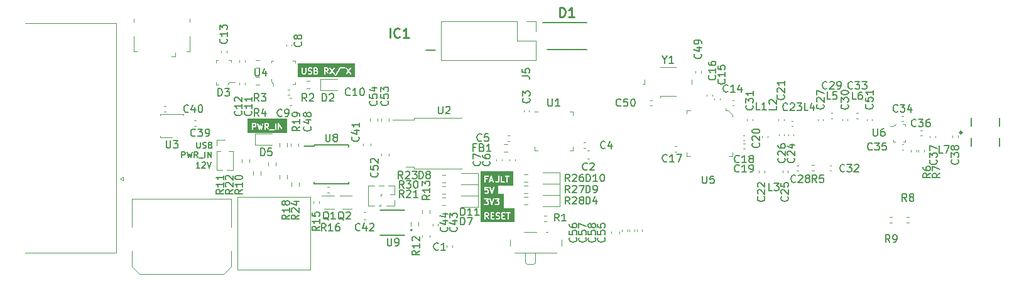
<source format=gbr>
%TF.GenerationSoftware,KiCad,Pcbnew,7.0.5*%
%TF.CreationDate,2023-07-23T12:45:19-06:00*%
%TF.ProjectId,CAN-USB RF Module,43414e2d-5553-4422-9052-46204d6f6475,rev?*%
%TF.SameCoordinates,Original*%
%TF.FileFunction,Legend,Top*%
%TF.FilePolarity,Positive*%
%FSLAX46Y46*%
G04 Gerber Fmt 4.6, Leading zero omitted, Abs format (unit mm)*
G04 Created by KiCad (PCBNEW 7.0.5) date 2023-07-23 12:45:19*
%MOMM*%
%LPD*%
G01*
G04 APERTURE LIST*
%ADD10C,0.150000*%
%ADD11C,0.160000*%
%ADD12C,0.254000*%
%ADD13C,0.120000*%
%ADD14C,0.100000*%
%ADD15C,0.152400*%
%ADD16C,0.200000*%
%ADD17C,0.127000*%
%ADD18C,0.300000*%
G04 APERTURE END LIST*
D10*
X84909207Y-106320295D02*
X84452064Y-106320295D01*
X84680636Y-106320295D02*
X84680636Y-105520295D01*
X84680636Y-105520295D02*
X84604445Y-105634580D01*
X84604445Y-105634580D02*
X84528255Y-105710771D01*
X84528255Y-105710771D02*
X84452064Y-105748866D01*
X85213969Y-105596485D02*
X85252065Y-105558390D01*
X85252065Y-105558390D02*
X85328255Y-105520295D01*
X85328255Y-105520295D02*
X85518731Y-105520295D01*
X85518731Y-105520295D02*
X85594922Y-105558390D01*
X85594922Y-105558390D02*
X85633017Y-105596485D01*
X85633017Y-105596485D02*
X85671112Y-105672676D01*
X85671112Y-105672676D02*
X85671112Y-105748866D01*
X85671112Y-105748866D02*
X85633017Y-105863152D01*
X85633017Y-105863152D02*
X85175874Y-106320295D01*
X85175874Y-106320295D02*
X85671112Y-106320295D01*
X85899684Y-105520295D02*
X86166351Y-106320295D01*
X86166351Y-106320295D02*
X86433017Y-105520295D01*
D11*
G36*
X92323302Y-100416618D02*
G01*
X92343037Y-100436354D01*
X92366882Y-100484042D01*
X92366882Y-100560555D01*
X92343038Y-100608242D01*
X92323302Y-100627978D01*
X92275615Y-100651822D01*
X92069739Y-100651822D01*
X92069739Y-100392775D01*
X92275616Y-100392775D01*
X92323302Y-100416618D01*
G37*
G36*
X94037588Y-100416618D02*
G01*
X94057323Y-100436353D01*
X94081168Y-100484042D01*
X94081168Y-100560555D01*
X94057324Y-100608242D01*
X94037588Y-100627978D01*
X93989901Y-100651822D01*
X93898633Y-100651822D01*
X93879383Y-100649827D01*
X93875435Y-100651822D01*
X93784025Y-100651822D01*
X93784025Y-100392775D01*
X93989902Y-100392775D01*
X94037588Y-100416618D01*
G37*
G36*
X96631143Y-101573286D02*
G01*
X91339714Y-101573286D01*
X91339714Y-101200831D01*
X94231021Y-101200831D01*
X94250537Y-101243565D01*
X94290059Y-101268965D01*
X94934573Y-101268965D01*
X94968149Y-101259106D01*
X94998914Y-101223601D01*
X95005600Y-101177099D01*
X94986084Y-101134365D01*
X94970386Y-101124276D01*
X95033549Y-101124276D01*
X95043408Y-101157852D01*
X95078913Y-101188617D01*
X95125415Y-101195303D01*
X95168149Y-101175787D01*
X95193549Y-101136265D01*
X95193549Y-100332071D01*
X95413387Y-100332071D01*
X95414501Y-100334020D01*
X95414501Y-101124276D01*
X95424360Y-101157852D01*
X95459865Y-101188617D01*
X95506367Y-101195303D01*
X95549101Y-101175787D01*
X95574501Y-101136265D01*
X95574501Y-100614020D01*
X95877529Y-101144319D01*
X95881503Y-101157852D01*
X95897678Y-101171867D01*
X95913109Y-101186713D01*
X95915312Y-101187147D01*
X95917008Y-101188617D01*
X95938186Y-101191662D01*
X95959200Y-101195809D01*
X95961288Y-101194983D01*
X95963510Y-101195303D01*
X95982982Y-101186410D01*
X96002892Y-101178542D01*
X96004202Y-101176719D01*
X96006244Y-101175787D01*
X96017817Y-101157778D01*
X96030313Y-101140396D01*
X96030429Y-101138154D01*
X96031644Y-101136265D01*
X96031644Y-101114855D01*
X96032758Y-101093479D01*
X96031644Y-101091529D01*
X96031644Y-100301274D01*
X96021785Y-100267698D01*
X95986280Y-100236933D01*
X95939778Y-100230247D01*
X95897044Y-100249763D01*
X95871644Y-100289285D01*
X95871644Y-100811529D01*
X95568615Y-100281230D01*
X95564642Y-100267698D01*
X95548462Y-100253678D01*
X95533036Y-100238838D01*
X95530833Y-100238403D01*
X95529137Y-100236933D01*
X95507949Y-100233886D01*
X95486945Y-100229741D01*
X95484856Y-100230566D01*
X95482635Y-100230247D01*
X95463162Y-100239139D01*
X95443253Y-100247008D01*
X95441942Y-100248830D01*
X95439901Y-100249763D01*
X95428327Y-100267771D01*
X95415832Y-100285154D01*
X95415715Y-100287395D01*
X95414501Y-100289285D01*
X95414501Y-100310694D01*
X95413387Y-100332071D01*
X95193549Y-100332071D01*
X95193549Y-100301274D01*
X95183690Y-100267698D01*
X95148185Y-100236933D01*
X95101683Y-100230247D01*
X95058949Y-100249763D01*
X95033549Y-100289285D01*
X95033549Y-101124276D01*
X94970386Y-101124276D01*
X94946562Y-101108965D01*
X94302048Y-101108965D01*
X94268472Y-101118824D01*
X94237707Y-101154329D01*
X94231021Y-101200831D01*
X91339714Y-101200831D01*
X91339714Y-100743688D01*
X91907211Y-100743688D01*
X91909739Y-100749223D01*
X91909739Y-101124276D01*
X91919598Y-101157852D01*
X91955103Y-101188617D01*
X92001605Y-101195303D01*
X92044339Y-101175787D01*
X92069739Y-101136265D01*
X92069739Y-100811822D01*
X92290197Y-100811822D01*
X92309268Y-100813881D01*
X92323892Y-100806568D01*
X92339578Y-100801963D01*
X92344526Y-100796251D01*
X92397499Y-100769765D01*
X92410650Y-100766905D01*
X92426241Y-100751313D01*
X92442377Y-100736304D01*
X92442763Y-100734791D01*
X92458261Y-100719293D01*
X92469835Y-100712420D01*
X92479703Y-100692682D01*
X92490257Y-100673355D01*
X92490145Y-100671798D01*
X92516510Y-100619068D01*
X92526882Y-100602931D01*
X92526882Y-100586578D01*
X92529777Y-100570492D01*
X92526882Y-100563511D01*
X92526882Y-100469458D01*
X92528941Y-100450388D01*
X92521628Y-100435762D01*
X92517023Y-100420079D01*
X92511312Y-100415130D01*
X92484824Y-100362155D01*
X92481964Y-100349006D01*
X92466372Y-100333414D01*
X92451363Y-100317279D01*
X92449850Y-100316892D01*
X92441411Y-100308453D01*
X92630283Y-100308453D01*
X92824259Y-101123157D01*
X92824637Y-101138257D01*
X92836095Y-101155142D01*
X92846231Y-101172872D01*
X92849161Y-101174398D01*
X92851016Y-101177132D01*
X92869790Y-101185145D01*
X92887896Y-101194577D01*
X92891186Y-101194276D01*
X92894225Y-101195574D01*
X92914359Y-101192163D01*
X92934682Y-101190310D01*
X92937286Y-101188280D01*
X92940545Y-101187728D01*
X92955640Y-101173972D01*
X92971734Y-101161427D01*
X92972827Y-101158310D01*
X92975270Y-101156085D01*
X92980531Y-101136355D01*
X92987289Y-101117096D01*
X92986523Y-101113882D01*
X93056405Y-100851828D01*
X93129328Y-101125292D01*
X93130112Y-101140380D01*
X93142022Y-101156956D01*
X93152628Y-101174403D01*
X93155598Y-101175850D01*
X93157525Y-101178532D01*
X93176502Y-101186035D01*
X93194861Y-101194981D01*
X93198142Y-101194592D01*
X93201214Y-101195807D01*
X93221240Y-101191858D01*
X93241516Y-101189459D01*
X93244065Y-101187358D01*
X93247306Y-101186720D01*
X93262023Y-101172567D01*
X93277778Y-101159591D01*
X93278787Y-101156447D01*
X93281170Y-101154156D01*
X93285901Y-101134285D01*
X93292137Y-101114859D01*
X93291286Y-101111668D01*
X93378901Y-100743688D01*
X93621497Y-100743688D01*
X93624025Y-100749223D01*
X93624025Y-101124276D01*
X93633884Y-101157852D01*
X93669389Y-101188617D01*
X93715891Y-101195303D01*
X93758625Y-101175787D01*
X93784025Y-101136265D01*
X93784025Y-100811822D01*
X93852849Y-100811822D01*
X94102225Y-101168074D01*
X94129556Y-101189926D01*
X94176285Y-101194769D01*
X94218216Y-101173580D01*
X94242033Y-101133085D01*
X94240177Y-101086142D01*
X94043402Y-100805034D01*
X94053864Y-100801963D01*
X94058812Y-100796251D01*
X94111785Y-100769765D01*
X94124936Y-100766905D01*
X94140527Y-100751313D01*
X94156663Y-100736304D01*
X94157049Y-100734791D01*
X94172547Y-100719293D01*
X94184121Y-100712420D01*
X94193989Y-100692682D01*
X94204543Y-100673355D01*
X94204431Y-100671798D01*
X94230796Y-100619068D01*
X94241168Y-100602931D01*
X94241168Y-100586578D01*
X94244063Y-100570492D01*
X94241168Y-100563511D01*
X94241168Y-100469458D01*
X94243227Y-100450388D01*
X94235914Y-100435762D01*
X94231309Y-100420079D01*
X94225598Y-100415130D01*
X94199110Y-100362155D01*
X94196250Y-100349006D01*
X94180658Y-100333414D01*
X94165649Y-100317279D01*
X94164136Y-100316892D01*
X94148636Y-100301392D01*
X94141764Y-100289821D01*
X94122036Y-100279957D01*
X94102700Y-100269399D01*
X94101143Y-100269510D01*
X94048411Y-100243144D01*
X94032277Y-100232775D01*
X94015926Y-100232775D01*
X93999837Y-100229880D01*
X93992857Y-100232775D01*
X93709742Y-100232775D01*
X93692159Y-100230247D01*
X93675997Y-100237627D01*
X93658948Y-100242634D01*
X93654961Y-100247234D01*
X93649425Y-100249763D01*
X93639817Y-100264711D01*
X93628183Y-100278139D01*
X93627316Y-100284162D01*
X93624025Y-100289285D01*
X93624025Y-100307058D01*
X93621497Y-100324641D01*
X93624025Y-100330176D01*
X93624025Y-100726105D01*
X93621497Y-100743688D01*
X93378901Y-100743688D01*
X93479751Y-100320117D01*
X93477937Y-100285170D01*
X93450524Y-100247018D01*
X93406835Y-100229743D01*
X93360743Y-100238830D01*
X93326879Y-100271394D01*
X93204395Y-100785826D01*
X93136142Y-100529879D01*
X93135792Y-100515863D01*
X93123726Y-100498081D01*
X93112563Y-100479718D01*
X93110623Y-100478773D01*
X93109413Y-100476989D01*
X93089655Y-100468556D01*
X93070330Y-100459140D01*
X93068187Y-100459393D01*
X93066204Y-100458547D01*
X93045014Y-100462136D01*
X93023675Y-100464662D01*
X93022010Y-100466032D01*
X93019885Y-100466393D01*
X93003999Y-100480868D01*
X92987413Y-100494530D01*
X92986754Y-100496582D01*
X92985159Y-100498036D01*
X92979620Y-100518806D01*
X92973054Y-100539262D01*
X92973609Y-100541345D01*
X92908415Y-100785825D01*
X92788709Y-100283057D01*
X92771341Y-100252678D01*
X92729676Y-100230973D01*
X92682890Y-100235240D01*
X92645838Y-100264123D01*
X92630283Y-100308453D01*
X92441411Y-100308453D01*
X92434350Y-100301392D01*
X92427478Y-100289821D01*
X92407750Y-100279957D01*
X92388414Y-100269399D01*
X92386857Y-100269510D01*
X92334125Y-100243144D01*
X92317991Y-100232775D01*
X92301640Y-100232775D01*
X92285551Y-100229880D01*
X92278571Y-100232775D01*
X91995456Y-100232775D01*
X91977873Y-100230247D01*
X91961711Y-100237627D01*
X91944662Y-100242634D01*
X91940675Y-100247234D01*
X91935139Y-100249763D01*
X91925531Y-100264711D01*
X91913897Y-100278139D01*
X91913030Y-100284162D01*
X91909739Y-100289285D01*
X91909739Y-100307058D01*
X91907211Y-100324641D01*
X91909739Y-100330176D01*
X91909739Y-100726105D01*
X91907211Y-100743688D01*
X91339714Y-100743688D01*
X91339714Y-99664714D01*
X96631143Y-99664714D01*
X96631143Y-101573286D01*
G37*
D10*
X84490160Y-102853295D02*
X84490160Y-103500914D01*
X84490160Y-103500914D02*
X84528255Y-103577104D01*
X84528255Y-103577104D02*
X84566350Y-103615200D01*
X84566350Y-103615200D02*
X84642541Y-103653295D01*
X84642541Y-103653295D02*
X84794922Y-103653295D01*
X84794922Y-103653295D02*
X84871112Y-103615200D01*
X84871112Y-103615200D02*
X84909207Y-103577104D01*
X84909207Y-103577104D02*
X84947303Y-103500914D01*
X84947303Y-103500914D02*
X84947303Y-102853295D01*
X85290159Y-103615200D02*
X85404445Y-103653295D01*
X85404445Y-103653295D02*
X85594921Y-103653295D01*
X85594921Y-103653295D02*
X85671112Y-103615200D01*
X85671112Y-103615200D02*
X85709207Y-103577104D01*
X85709207Y-103577104D02*
X85747302Y-103500914D01*
X85747302Y-103500914D02*
X85747302Y-103424723D01*
X85747302Y-103424723D02*
X85709207Y-103348533D01*
X85709207Y-103348533D02*
X85671112Y-103310438D01*
X85671112Y-103310438D02*
X85594921Y-103272342D01*
X85594921Y-103272342D02*
X85442540Y-103234247D01*
X85442540Y-103234247D02*
X85366350Y-103196152D01*
X85366350Y-103196152D02*
X85328255Y-103158057D01*
X85328255Y-103158057D02*
X85290159Y-103081866D01*
X85290159Y-103081866D02*
X85290159Y-103005676D01*
X85290159Y-103005676D02*
X85328255Y-102929485D01*
X85328255Y-102929485D02*
X85366350Y-102891390D01*
X85366350Y-102891390D02*
X85442540Y-102853295D01*
X85442540Y-102853295D02*
X85633017Y-102853295D01*
X85633017Y-102853295D02*
X85747302Y-102891390D01*
X86356826Y-103234247D02*
X86471112Y-103272342D01*
X86471112Y-103272342D02*
X86509207Y-103310438D01*
X86509207Y-103310438D02*
X86547303Y-103386628D01*
X86547303Y-103386628D02*
X86547303Y-103500914D01*
X86547303Y-103500914D02*
X86509207Y-103577104D01*
X86509207Y-103577104D02*
X86471112Y-103615200D01*
X86471112Y-103615200D02*
X86394922Y-103653295D01*
X86394922Y-103653295D02*
X86090160Y-103653295D01*
X86090160Y-103653295D02*
X86090160Y-102853295D01*
X86090160Y-102853295D02*
X86356826Y-102853295D01*
X86356826Y-102853295D02*
X86433017Y-102891390D01*
X86433017Y-102891390D02*
X86471112Y-102929485D01*
X86471112Y-102929485D02*
X86509207Y-103005676D01*
X86509207Y-103005676D02*
X86509207Y-103081866D01*
X86509207Y-103081866D02*
X86471112Y-103158057D01*
X86471112Y-103158057D02*
X86433017Y-103196152D01*
X86433017Y-103196152D02*
X86356826Y-103234247D01*
X86356826Y-103234247D02*
X86090160Y-103234247D01*
D11*
G36*
X125866810Y-111733286D02*
G01*
X122708714Y-111733286D01*
X122708714Y-111190635D01*
X123199384Y-111190635D01*
X123209369Y-111236542D01*
X123256983Y-111284156D01*
X123263856Y-111295729D01*
X123283583Y-111305592D01*
X123302919Y-111316151D01*
X123304477Y-111316039D01*
X123357209Y-111342405D01*
X123373344Y-111352775D01*
X123389695Y-111352775D01*
X123405785Y-111355670D01*
X123412765Y-111352775D01*
X123621105Y-111352775D01*
X123640172Y-111354834D01*
X123654797Y-111347521D01*
X123670482Y-111342916D01*
X123675430Y-111337205D01*
X123728403Y-111310718D01*
X123741556Y-111307858D01*
X123757150Y-111292263D01*
X123773282Y-111277257D01*
X123773669Y-111275743D01*
X123789167Y-111260244D01*
X123800740Y-111253371D01*
X123810605Y-111233639D01*
X123821163Y-111214306D01*
X123821051Y-111212748D01*
X123847416Y-111160018D01*
X123857786Y-111143884D01*
X123857786Y-111127533D01*
X123860681Y-111111444D01*
X123857786Y-111104463D01*
X123857786Y-110934218D01*
X123859845Y-110915152D01*
X123852533Y-110900528D01*
X123847927Y-110884841D01*
X123842215Y-110879891D01*
X123815729Y-110826918D01*
X123812869Y-110813768D01*
X123797277Y-110798176D01*
X123782268Y-110782041D01*
X123780755Y-110781654D01*
X123765255Y-110766154D01*
X123758383Y-110754583D01*
X123738657Y-110744720D01*
X123719319Y-110734161D01*
X123717761Y-110734272D01*
X123674294Y-110712538D01*
X123822663Y-110542974D01*
X123822863Y-110542916D01*
X123837996Y-110525450D01*
X123845566Y-110516800D01*
X123845650Y-110516617D01*
X123853628Y-110507411D01*
X123855305Y-110495741D01*
X123860256Y-110485039D01*
X123858972Y-110475789D01*
X123923035Y-110475789D01*
X124192554Y-111284347D01*
X124192229Y-111293358D01*
X124199836Y-111306193D01*
X124200767Y-111308984D01*
X124205684Y-111316059D01*
X124216183Y-111333772D01*
X124218963Y-111335165D01*
X124220738Y-111337719D01*
X124239771Y-111345592D01*
X124258184Y-111354820D01*
X124261275Y-111354488D01*
X124264150Y-111355678D01*
X124284419Y-111352011D01*
X124304897Y-111349819D01*
X124307319Y-111347868D01*
X124310380Y-111347315D01*
X124325440Y-111333280D01*
X124341492Y-111320358D01*
X124342476Y-111317404D01*
X124344749Y-111315287D01*
X124349830Y-111295343D01*
X124384733Y-111190635D01*
X124647003Y-111190635D01*
X124656988Y-111236542D01*
X124704602Y-111284156D01*
X124711475Y-111295729D01*
X124731202Y-111305592D01*
X124750538Y-111316151D01*
X124752096Y-111316039D01*
X124804828Y-111342405D01*
X124820963Y-111352775D01*
X124837314Y-111352775D01*
X124853404Y-111355670D01*
X124860384Y-111352775D01*
X125068724Y-111352775D01*
X125087791Y-111354834D01*
X125102416Y-111347521D01*
X125118101Y-111342916D01*
X125123049Y-111337205D01*
X125176022Y-111310718D01*
X125189175Y-111307858D01*
X125204769Y-111292263D01*
X125220901Y-111277257D01*
X125221288Y-111275743D01*
X125236786Y-111260244D01*
X125248359Y-111253371D01*
X125258224Y-111233639D01*
X125268782Y-111214306D01*
X125268670Y-111212748D01*
X125295035Y-111160018D01*
X125305405Y-111143884D01*
X125305405Y-111127533D01*
X125308300Y-111111444D01*
X125305405Y-111104463D01*
X125305405Y-110934218D01*
X125307464Y-110915152D01*
X125300152Y-110900528D01*
X125295546Y-110884841D01*
X125289834Y-110879891D01*
X125263348Y-110826918D01*
X125260488Y-110813768D01*
X125244896Y-110798176D01*
X125229887Y-110782041D01*
X125228374Y-110781654D01*
X125212874Y-110766154D01*
X125206002Y-110754583D01*
X125186276Y-110744720D01*
X125166938Y-110734161D01*
X125165380Y-110734272D01*
X125121913Y-110712538D01*
X125270282Y-110542974D01*
X125270482Y-110542916D01*
X125285615Y-110525450D01*
X125293185Y-110516800D01*
X125293269Y-110516617D01*
X125301247Y-110507411D01*
X125302924Y-110495741D01*
X125307875Y-110485039D01*
X125306199Y-110472968D01*
X125307933Y-110460909D01*
X125303035Y-110450185D01*
X125301414Y-110438506D01*
X125293478Y-110429257D01*
X125288417Y-110418175D01*
X125278498Y-110411800D01*
X125270820Y-110402852D01*
X125259145Y-110399362D01*
X125248895Y-110392775D01*
X125237104Y-110392775D01*
X125225808Y-110389399D01*
X125214101Y-110392775D01*
X124718666Y-110392775D01*
X124685090Y-110402634D01*
X124654325Y-110438139D01*
X124647639Y-110484641D01*
X124667155Y-110527375D01*
X124706677Y-110552775D01*
X125049103Y-110552775D01*
X124913861Y-110707337D01*
X124913662Y-110707396D01*
X124898530Y-110724858D01*
X124890959Y-110733512D01*
X124890874Y-110733694D01*
X124882897Y-110742901D01*
X124881219Y-110754570D01*
X124876269Y-110765273D01*
X124877944Y-110777343D01*
X124876211Y-110789403D01*
X124881108Y-110800126D01*
X124882730Y-110811806D01*
X124890665Y-110821054D01*
X124895727Y-110832137D01*
X124905645Y-110838511D01*
X124913324Y-110847460D01*
X124924998Y-110850949D01*
X124935249Y-110857537D01*
X124947040Y-110857537D01*
X124958336Y-110860913D01*
X124970043Y-110857537D01*
X125054139Y-110857537D01*
X125101827Y-110881381D01*
X125121561Y-110901115D01*
X125145405Y-110948803D01*
X125145405Y-111101508D01*
X125121561Y-111149195D01*
X125101824Y-111168932D01*
X125054139Y-111192775D01*
X124863338Y-111192775D01*
X124815650Y-111168931D01*
X124778604Y-111131884D01*
X124747891Y-111115113D01*
X124701031Y-111118464D01*
X124663421Y-111146618D01*
X124647003Y-111190635D01*
X124384733Y-111190635D01*
X124619223Y-110487162D01*
X124620487Y-110452192D01*
X124596533Y-110411778D01*
X124554532Y-110390730D01*
X124507819Y-110395730D01*
X124471225Y-110425192D01*
X124273024Y-111019792D01*
X124078616Y-110436566D01*
X124058645Y-110407831D01*
X124015233Y-110389872D01*
X123969003Y-110398234D01*
X123934634Y-110430263D01*
X123923035Y-110475789D01*
X123858972Y-110475789D01*
X123858580Y-110472968D01*
X123860314Y-110460909D01*
X123855416Y-110450185D01*
X123853795Y-110438506D01*
X123845859Y-110429257D01*
X123840798Y-110418175D01*
X123830879Y-110411800D01*
X123823201Y-110402852D01*
X123811526Y-110399362D01*
X123801276Y-110392775D01*
X123789485Y-110392775D01*
X123778189Y-110389399D01*
X123766482Y-110392775D01*
X123271047Y-110392775D01*
X123237471Y-110402634D01*
X123206706Y-110438139D01*
X123200020Y-110484641D01*
X123219536Y-110527375D01*
X123259058Y-110552775D01*
X123601484Y-110552775D01*
X123466242Y-110707337D01*
X123466043Y-110707396D01*
X123450911Y-110724858D01*
X123443340Y-110733512D01*
X123443255Y-110733694D01*
X123435278Y-110742901D01*
X123433600Y-110754570D01*
X123428650Y-110765273D01*
X123430325Y-110777343D01*
X123428592Y-110789403D01*
X123433489Y-110800126D01*
X123435111Y-110811806D01*
X123443046Y-110821054D01*
X123448108Y-110832137D01*
X123458026Y-110838511D01*
X123465705Y-110847460D01*
X123477379Y-110850949D01*
X123487630Y-110857537D01*
X123499421Y-110857537D01*
X123510717Y-110860913D01*
X123522424Y-110857537D01*
X123606520Y-110857537D01*
X123654208Y-110881381D01*
X123673942Y-110901115D01*
X123697786Y-110948803D01*
X123697786Y-111101508D01*
X123673942Y-111149195D01*
X123654205Y-111168932D01*
X123606520Y-111192775D01*
X123415719Y-111192775D01*
X123368031Y-111168931D01*
X123330985Y-111131884D01*
X123300272Y-111115113D01*
X123253412Y-111118464D01*
X123215802Y-111146618D01*
X123199384Y-111190635D01*
X122708714Y-111190635D01*
X122708714Y-109824714D01*
X125866810Y-109824714D01*
X125866810Y-111733286D01*
G37*
G36*
X123692302Y-112481618D02*
G01*
X123712038Y-112501354D01*
X123735882Y-112549042D01*
X123735882Y-112625555D01*
X123712038Y-112673242D01*
X123692302Y-112692978D01*
X123644615Y-112716822D01*
X123553347Y-112716822D01*
X123534097Y-112714827D01*
X123530149Y-112716822D01*
X123438739Y-112716822D01*
X123438739Y-112457775D01*
X123644616Y-112457775D01*
X123692302Y-112481618D01*
G37*
G36*
X127276335Y-113638286D02*
G01*
X122708714Y-113638286D01*
X122708714Y-112808688D01*
X123276211Y-112808688D01*
X123278739Y-112814223D01*
X123278739Y-113189276D01*
X123288598Y-113222852D01*
X123324103Y-113253617D01*
X123370605Y-113260303D01*
X123413339Y-113240787D01*
X123438739Y-113201265D01*
X123438739Y-112876822D01*
X123507563Y-112876822D01*
X123756939Y-113233074D01*
X123784270Y-113254926D01*
X123830999Y-113259769D01*
X123872930Y-113238580D01*
X123896747Y-113198085D01*
X123896413Y-113189641D01*
X124076211Y-113189641D01*
X124083591Y-113205802D01*
X124088598Y-113222852D01*
X124093198Y-113226838D01*
X124095727Y-113232375D01*
X124110675Y-113241982D01*
X124124103Y-113253617D01*
X124130126Y-113254483D01*
X124135249Y-113257775D01*
X124153022Y-113257775D01*
X124170605Y-113260303D01*
X124176141Y-113257775D01*
X124551192Y-113257775D01*
X124584768Y-113247916D01*
X124615533Y-113212411D01*
X124622219Y-113165909D01*
X124602703Y-113123175D01*
X124563181Y-113097775D01*
X124238739Y-113097775D01*
X124238739Y-112838727D01*
X124436906Y-112838727D01*
X124470482Y-112828868D01*
X124501247Y-112793363D01*
X124507933Y-112746861D01*
X124488417Y-112704127D01*
X124448895Y-112678727D01*
X124238739Y-112678727D01*
X124238739Y-112539106D01*
X124761558Y-112539106D01*
X124764453Y-112546086D01*
X124764453Y-112602042D01*
X124762394Y-112621113D01*
X124769706Y-112635737D01*
X124774312Y-112651423D01*
X124780023Y-112656372D01*
X124806510Y-112709346D01*
X124809371Y-112722496D01*
X124824962Y-112738087D01*
X124839972Y-112754223D01*
X124841484Y-112754609D01*
X124856983Y-112770108D01*
X124863857Y-112781681D01*
X124883584Y-112791544D01*
X124902921Y-112802103D01*
X124904477Y-112801991D01*
X124948314Y-112823909D01*
X124954643Y-112830641D01*
X124968909Y-112834207D01*
X124971344Y-112835425D01*
X124980032Y-112836988D01*
X125121291Y-112872303D01*
X125178016Y-112900665D01*
X125197752Y-112920401D01*
X125221596Y-112968088D01*
X125221596Y-113006508D01*
X125197752Y-113054195D01*
X125178015Y-113073932D01*
X125130330Y-113097775D01*
X124971723Y-113097775D01*
X124858840Y-113060148D01*
X124823870Y-113058884D01*
X124783456Y-113082838D01*
X124762408Y-113124840D01*
X124767409Y-113171552D01*
X124796870Y-113208147D01*
X124923927Y-113250498D01*
X124935249Y-113257775D01*
X124957300Y-113257775D01*
X124979323Y-113258571D01*
X124980666Y-113257775D01*
X125144915Y-113257775D01*
X125163982Y-113259834D01*
X125178607Y-113252521D01*
X125194292Y-113247916D01*
X125199240Y-113242205D01*
X125252213Y-113215718D01*
X125265366Y-113212858D01*
X125280960Y-113197263D01*
X125289154Y-113189641D01*
X125561926Y-113189641D01*
X125569306Y-113205802D01*
X125574313Y-113222852D01*
X125578913Y-113226838D01*
X125581442Y-113232375D01*
X125596390Y-113241982D01*
X125609818Y-113253617D01*
X125615841Y-113254483D01*
X125620964Y-113257775D01*
X125638737Y-113257775D01*
X125656320Y-113260303D01*
X125661856Y-113257775D01*
X126036907Y-113257775D01*
X126070483Y-113247916D01*
X126101248Y-113212411D01*
X126107934Y-113165909D01*
X126088418Y-113123175D01*
X126048896Y-113097775D01*
X125724454Y-113097775D01*
X125724454Y-112838727D01*
X125922621Y-112838727D01*
X125956197Y-112828868D01*
X125986962Y-112793363D01*
X125993648Y-112746861D01*
X125974132Y-112704127D01*
X125934610Y-112678727D01*
X125724454Y-112678727D01*
X125724454Y-112457775D01*
X126036907Y-112457775D01*
X126070483Y-112447916D01*
X126101248Y-112412411D01*
X126104522Y-112389641D01*
X126171450Y-112389641D01*
X126190966Y-112432375D01*
X126230488Y-112457775D01*
X126402549Y-112457775D01*
X126402549Y-113189276D01*
X126412408Y-113222852D01*
X126447913Y-113253617D01*
X126494415Y-113260303D01*
X126537149Y-113240787D01*
X126562549Y-113201265D01*
X126562549Y-112457775D01*
X126722622Y-112457775D01*
X126756198Y-112447916D01*
X126786963Y-112412411D01*
X126793649Y-112365909D01*
X126774133Y-112323175D01*
X126734611Y-112297775D01*
X126488266Y-112297775D01*
X126470683Y-112295247D01*
X126465147Y-112297775D01*
X126242477Y-112297775D01*
X126208901Y-112307634D01*
X126178136Y-112343139D01*
X126171450Y-112389641D01*
X126104522Y-112389641D01*
X126107934Y-112365909D01*
X126088418Y-112323175D01*
X126048896Y-112297775D01*
X125650171Y-112297775D01*
X125632588Y-112295247D01*
X125616426Y-112302627D01*
X125599377Y-112307634D01*
X125595390Y-112312234D01*
X125589854Y-112314763D01*
X125580246Y-112329711D01*
X125568612Y-112343139D01*
X125567745Y-112349162D01*
X125564454Y-112354285D01*
X125564454Y-112372058D01*
X125561926Y-112389641D01*
X125564454Y-112395176D01*
X125564454Y-112753010D01*
X125561926Y-112770593D01*
X125564454Y-112776128D01*
X125564454Y-113172058D01*
X125561926Y-113189641D01*
X125289154Y-113189641D01*
X125297092Y-113182257D01*
X125297479Y-113180743D01*
X125312977Y-113165244D01*
X125324550Y-113158371D01*
X125334415Y-113138639D01*
X125344973Y-113119306D01*
X125344861Y-113117748D01*
X125371226Y-113065018D01*
X125381596Y-113048884D01*
X125381595Y-113032533D01*
X125384491Y-113016444D01*
X125381596Y-113009463D01*
X125381596Y-112953506D01*
X125383655Y-112934436D01*
X125376342Y-112919811D01*
X125371737Y-112904126D01*
X125366025Y-112899177D01*
X125339539Y-112846204D01*
X125336679Y-112833054D01*
X125321087Y-112817462D01*
X125306078Y-112801327D01*
X125304565Y-112800940D01*
X125289065Y-112785440D01*
X125282193Y-112773869D01*
X125262465Y-112764005D01*
X125243129Y-112753447D01*
X125241572Y-112753558D01*
X125197737Y-112731640D01*
X125191407Y-112724908D01*
X125177136Y-112721340D01*
X125174706Y-112720125D01*
X125166028Y-112718563D01*
X125024755Y-112683245D01*
X124968032Y-112654883D01*
X124948297Y-112635148D01*
X124924453Y-112587459D01*
X124924453Y-112549041D01*
X124948296Y-112501354D01*
X124968032Y-112481618D01*
X125015720Y-112457775D01*
X125174330Y-112457775D01*
X125287209Y-112495402D01*
X125322179Y-112496666D01*
X125362593Y-112472712D01*
X125383641Y-112430711D01*
X125378640Y-112383998D01*
X125349179Y-112347404D01*
X125222123Y-112305051D01*
X125210801Y-112297775D01*
X125188750Y-112297775D01*
X125166728Y-112296979D01*
X125165385Y-112297775D01*
X125001138Y-112297775D01*
X124982067Y-112295716D01*
X124967442Y-112303028D01*
X124951757Y-112307634D01*
X124946808Y-112313345D01*
X124893835Y-112339831D01*
X124880685Y-112342692D01*
X124865093Y-112358283D01*
X124848958Y-112373293D01*
X124848571Y-112374805D01*
X124833071Y-112390305D01*
X124821500Y-112397178D01*
X124811636Y-112416905D01*
X124801078Y-112436242D01*
X124801189Y-112437798D01*
X124774824Y-112490528D01*
X124764453Y-112506666D01*
X124764452Y-112523019D01*
X124761558Y-112539106D01*
X124238739Y-112539106D01*
X124238739Y-112457775D01*
X124551192Y-112457775D01*
X124584768Y-112447916D01*
X124615533Y-112412411D01*
X124622219Y-112365909D01*
X124602703Y-112323175D01*
X124563181Y-112297775D01*
X124164456Y-112297775D01*
X124146873Y-112295247D01*
X124130711Y-112302627D01*
X124113662Y-112307634D01*
X124109675Y-112312234D01*
X124104139Y-112314763D01*
X124094531Y-112329711D01*
X124082897Y-112343139D01*
X124082030Y-112349162D01*
X124078739Y-112354285D01*
X124078739Y-112372058D01*
X124076211Y-112389641D01*
X124078739Y-112395176D01*
X124078739Y-112753010D01*
X124076211Y-112770593D01*
X124078739Y-112776128D01*
X124078739Y-113172058D01*
X124076211Y-113189641D01*
X123896413Y-113189641D01*
X123894891Y-113151142D01*
X123698116Y-112870034D01*
X123708578Y-112866963D01*
X123713526Y-112861251D01*
X123766499Y-112834765D01*
X123779650Y-112831905D01*
X123795241Y-112816313D01*
X123811377Y-112801304D01*
X123811763Y-112799791D01*
X123827261Y-112784293D01*
X123838835Y-112777420D01*
X123848703Y-112757682D01*
X123859257Y-112738355D01*
X123859145Y-112736798D01*
X123885510Y-112684068D01*
X123895882Y-112667931D01*
X123895882Y-112651578D01*
X123898777Y-112635492D01*
X123895882Y-112628511D01*
X123895881Y-112534458D01*
X123897941Y-112515388D01*
X123890628Y-112500762D01*
X123886023Y-112485079D01*
X123880312Y-112480130D01*
X123853824Y-112427155D01*
X123850964Y-112414006D01*
X123835372Y-112398414D01*
X123820363Y-112382279D01*
X123818850Y-112381892D01*
X123803350Y-112366392D01*
X123796478Y-112354821D01*
X123776750Y-112344957D01*
X123757414Y-112334399D01*
X123755857Y-112334510D01*
X123703125Y-112308144D01*
X123686991Y-112297775D01*
X123670640Y-112297775D01*
X123654551Y-112294880D01*
X123647571Y-112297775D01*
X123364456Y-112297775D01*
X123346873Y-112295247D01*
X123330711Y-112302627D01*
X123313662Y-112307634D01*
X123309675Y-112312234D01*
X123304139Y-112314763D01*
X123294531Y-112329711D01*
X123282897Y-112343139D01*
X123282030Y-112349162D01*
X123278739Y-112354285D01*
X123278739Y-112372058D01*
X123276211Y-112389641D01*
X123278739Y-112395176D01*
X123278739Y-112791105D01*
X123276211Y-112808688D01*
X122708714Y-112808688D01*
X122708714Y-111729714D01*
X127276335Y-111729714D01*
X127276335Y-113638286D01*
G37*
G36*
X124276315Y-107916203D02*
G01*
X124117352Y-107916203D01*
X124196833Y-107677758D01*
X124276315Y-107916203D01*
G37*
G36*
X127123952Y-108685286D02*
G01*
X122708714Y-108685286D01*
X122708714Y-107817593D01*
X123276211Y-107817593D01*
X123278739Y-107823128D01*
X123278739Y-108236276D01*
X123288598Y-108269852D01*
X123324103Y-108300617D01*
X123370605Y-108307303D01*
X123413339Y-108287787D01*
X123438739Y-108248265D01*
X123438739Y-108245358D01*
X123849371Y-108245358D01*
X123873325Y-108285772D01*
X123915326Y-108306820D01*
X123962039Y-108301819D01*
X123998633Y-108272358D01*
X124064018Y-108076203D01*
X124329648Y-108076203D01*
X124391242Y-108260984D01*
X124411213Y-108289719D01*
X124454625Y-108307678D01*
X124500855Y-108299316D01*
X124535224Y-108267288D01*
X124546823Y-108221762D01*
X124501956Y-108087161D01*
X124648108Y-108087161D01*
X124655420Y-108101785D01*
X124660026Y-108117471D01*
X124665737Y-108122419D01*
X124692222Y-108175391D01*
X124695083Y-108188542D01*
X124710678Y-108204138D01*
X124725685Y-108220270D01*
X124727197Y-108220656D01*
X124742697Y-108236156D01*
X124749570Y-108247729D01*
X124769297Y-108257592D01*
X124788633Y-108268151D01*
X124790191Y-108268039D01*
X124842923Y-108294405D01*
X124859058Y-108304775D01*
X124875409Y-108304775D01*
X124891499Y-108307670D01*
X124898479Y-108304775D01*
X125030625Y-108304775D01*
X125049696Y-108306834D01*
X125064320Y-108299521D01*
X125080006Y-108294916D01*
X125084954Y-108289204D01*
X125137926Y-108262718D01*
X125151079Y-108259858D01*
X125166673Y-108244263D01*
X125174867Y-108236641D01*
X125485734Y-108236641D01*
X125493114Y-108252802D01*
X125498121Y-108269852D01*
X125502721Y-108273838D01*
X125505250Y-108279375D01*
X125520198Y-108288982D01*
X125533626Y-108300617D01*
X125539649Y-108301483D01*
X125544772Y-108304775D01*
X125562545Y-108304775D01*
X125580128Y-108307303D01*
X125585664Y-108304775D01*
X125960715Y-108304775D01*
X125994291Y-108294916D01*
X126025056Y-108259411D01*
X126031742Y-108212909D01*
X126012226Y-108170175D01*
X125972704Y-108144775D01*
X125648262Y-108144775D01*
X125648262Y-107436641D01*
X126019067Y-107436641D01*
X126038583Y-107479375D01*
X126078105Y-107504775D01*
X126250166Y-107504775D01*
X126250166Y-108236276D01*
X126260025Y-108269852D01*
X126295530Y-108300617D01*
X126342032Y-108307303D01*
X126384766Y-108287787D01*
X126410166Y-108248265D01*
X126410166Y-107504775D01*
X126570239Y-107504775D01*
X126603815Y-107494916D01*
X126634580Y-107459411D01*
X126641266Y-107412909D01*
X126621750Y-107370175D01*
X126582228Y-107344775D01*
X126335883Y-107344775D01*
X126318300Y-107342247D01*
X126312764Y-107344775D01*
X126090094Y-107344775D01*
X126056518Y-107354634D01*
X126025753Y-107390139D01*
X126019067Y-107436641D01*
X125648262Y-107436641D01*
X125648262Y-107413274D01*
X125638403Y-107379698D01*
X125602898Y-107348933D01*
X125556396Y-107342247D01*
X125513662Y-107361763D01*
X125488262Y-107401285D01*
X125488262Y-108219058D01*
X125485734Y-108236641D01*
X125174867Y-108236641D01*
X125182805Y-108229257D01*
X125183192Y-108227743D01*
X125198688Y-108212245D01*
X125210263Y-108205372D01*
X125220134Y-108185628D01*
X125230686Y-108166306D01*
X125230574Y-108164749D01*
X125256938Y-108112021D01*
X125267310Y-108095884D01*
X125267310Y-108079531D01*
X125270205Y-108063445D01*
X125267310Y-108056464D01*
X125267310Y-107413274D01*
X125257451Y-107379698D01*
X125221946Y-107348933D01*
X125175444Y-107342247D01*
X125132710Y-107361763D01*
X125107310Y-107401285D01*
X125107310Y-108053508D01*
X125083466Y-108101194D01*
X125063729Y-108120932D01*
X125016043Y-108144775D01*
X124901433Y-108144775D01*
X124853745Y-108120931D01*
X124834010Y-108101195D01*
X124810167Y-108053508D01*
X124810167Y-107413274D01*
X124800308Y-107379698D01*
X124764803Y-107348933D01*
X124718301Y-107342247D01*
X124675567Y-107361763D01*
X124650167Y-107401285D01*
X124650166Y-108068090D01*
X124648108Y-108087161D01*
X124501956Y-108087161D01*
X124469188Y-107988856D01*
X124469838Y-107984337D01*
X124461854Y-107966855D01*
X124277304Y-107413203D01*
X124277630Y-107404192D01*
X124270022Y-107391356D01*
X124269092Y-107388566D01*
X124264174Y-107381490D01*
X124253676Y-107363778D01*
X124250895Y-107362384D01*
X124249121Y-107359831D01*
X124230087Y-107351957D01*
X124211675Y-107342730D01*
X124208583Y-107343061D01*
X124205709Y-107341872D01*
X124185433Y-107345539D01*
X124164962Y-107347731D01*
X124162540Y-107349680D01*
X124159479Y-107350234D01*
X124144414Y-107364273D01*
X124128367Y-107377192D01*
X124127382Y-107380145D01*
X124125110Y-107382263D01*
X124120028Y-107402206D01*
X123935488Y-107955827D01*
X123930515Y-107961567D01*
X123928193Y-107977711D01*
X123850635Y-108210388D01*
X123849371Y-108245358D01*
X123438739Y-108245358D01*
X123438739Y-107885727D01*
X123636906Y-107885727D01*
X123670482Y-107875868D01*
X123701247Y-107840363D01*
X123707933Y-107793861D01*
X123688417Y-107751127D01*
X123648895Y-107725727D01*
X123438739Y-107725727D01*
X123438739Y-107504775D01*
X123751192Y-107504775D01*
X123784768Y-107494916D01*
X123815533Y-107459411D01*
X123822219Y-107412909D01*
X123802703Y-107370175D01*
X123763181Y-107344775D01*
X123364456Y-107344775D01*
X123346873Y-107342247D01*
X123330711Y-107349627D01*
X123313662Y-107354634D01*
X123309675Y-107359234D01*
X123304139Y-107361763D01*
X123294531Y-107376711D01*
X123282897Y-107390139D01*
X123282030Y-107396162D01*
X123278739Y-107401285D01*
X123278739Y-107419058D01*
X123276211Y-107436641D01*
X123278739Y-107442176D01*
X123278739Y-107800010D01*
X123276211Y-107817593D01*
X122708714Y-107817593D01*
X122708714Y-106776714D01*
X127123952Y-106776714D01*
X127123952Y-108685286D01*
G37*
G36*
X100658476Y-93308744D02*
G01*
X100674037Y-93324306D01*
X100697882Y-93371993D01*
X100697882Y-93448508D01*
X100674038Y-93496194D01*
X100654301Y-93515932D01*
X100606615Y-93539775D01*
X100400739Y-93539775D01*
X100400739Y-93280727D01*
X100574421Y-93280727D01*
X100658476Y-93308744D01*
G37*
G36*
X100616208Y-92923619D02*
G01*
X100635942Y-92943353D01*
X100659786Y-92991041D01*
X100659786Y-93029461D01*
X100635941Y-93077149D01*
X100616206Y-93096884D01*
X100569890Y-93120041D01*
X100566822Y-93119931D01*
X100565479Y-93120727D01*
X100400739Y-93120727D01*
X100400739Y-92899775D01*
X100568520Y-92899775D01*
X100616208Y-92923619D01*
G37*
G36*
X102063826Y-92923618D02*
G01*
X102083562Y-92943354D01*
X102107406Y-92991042D01*
X102107406Y-93067555D01*
X102083562Y-93115242D01*
X102063826Y-93134978D01*
X102016139Y-93158822D01*
X101924871Y-93158822D01*
X101905621Y-93156827D01*
X101901673Y-93158822D01*
X101810263Y-93158822D01*
X101810263Y-92899775D01*
X102016140Y-92899775D01*
X102063826Y-92923618D01*
G37*
G36*
X105800239Y-94080286D02*
G01*
X98070714Y-94080286D01*
X98070714Y-93808850D01*
X103094517Y-93808850D01*
X103106994Y-93854143D01*
X103141977Y-93885501D01*
X103188359Y-93892967D01*
X103231416Y-93874172D01*
X103935377Y-92818229D01*
X103933449Y-92831641D01*
X103952965Y-92874375D01*
X103992487Y-92899775D01*
X104164548Y-92899775D01*
X104164548Y-93631276D01*
X104174407Y-93664852D01*
X104209912Y-93695617D01*
X104256414Y-93702303D01*
X104299148Y-93682787D01*
X104324548Y-93643265D01*
X104324548Y-93618374D01*
X104580231Y-93618374D01*
X104592708Y-93663667D01*
X104627691Y-93695024D01*
X104674073Y-93702491D01*
X104717130Y-93683696D01*
X104930263Y-93363996D01*
X105136746Y-93673721D01*
X105163574Y-93696189D01*
X105210181Y-93702092D01*
X105252582Y-93681861D01*
X105277313Y-93641918D01*
X105276524Y-93594944D01*
X105026410Y-93219775D01*
X105269874Y-92854581D01*
X105280295Y-92821176D01*
X105267819Y-92775883D01*
X105232835Y-92744525D01*
X105186453Y-92737059D01*
X105143396Y-92755854D01*
X104930262Y-93075553D01*
X104723780Y-92765830D01*
X104696953Y-92743361D01*
X104650345Y-92737458D01*
X104607945Y-92757690D01*
X104583213Y-92797633D01*
X104584002Y-92844606D01*
X104834114Y-93219774D01*
X104590652Y-93584968D01*
X104580231Y-93618374D01*
X104324548Y-93618374D01*
X104324548Y-92899775D01*
X104484621Y-92899775D01*
X104518197Y-92889916D01*
X104548962Y-92854411D01*
X104555648Y-92807909D01*
X104536132Y-92765175D01*
X104496610Y-92739775D01*
X104250265Y-92739775D01*
X104232682Y-92737247D01*
X104227146Y-92739775D01*
X104004476Y-92739775D01*
X103970900Y-92749634D01*
X103945744Y-92778665D01*
X103934484Y-92737789D01*
X103899501Y-92706431D01*
X103853119Y-92698965D01*
X103810062Y-92717760D01*
X103104938Y-93775444D01*
X103094517Y-93808850D01*
X98070714Y-93808850D01*
X98070714Y-93482161D01*
X98638680Y-93482161D01*
X98645992Y-93496785D01*
X98650598Y-93512471D01*
X98656309Y-93517419D01*
X98682794Y-93570391D01*
X98685655Y-93583542D01*
X98701250Y-93599138D01*
X98716257Y-93615270D01*
X98717769Y-93615656D01*
X98733269Y-93631156D01*
X98740142Y-93642729D01*
X98759869Y-93652592D01*
X98779205Y-93663151D01*
X98780763Y-93663039D01*
X98833495Y-93689405D01*
X98849630Y-93699775D01*
X98865981Y-93699775D01*
X98882071Y-93702670D01*
X98889051Y-93699775D01*
X99021197Y-93699775D01*
X99040268Y-93701834D01*
X99054892Y-93694521D01*
X99070578Y-93689916D01*
X99075526Y-93684204D01*
X99128498Y-93657718D01*
X99141651Y-93654858D01*
X99157245Y-93639263D01*
X99173377Y-93624257D01*
X99173764Y-93622743D01*
X99189260Y-93607245D01*
X99200835Y-93600372D01*
X99210706Y-93580628D01*
X99221258Y-93561306D01*
X99221146Y-93559749D01*
X99247510Y-93507021D01*
X99257882Y-93490884D01*
X99257882Y-93474531D01*
X99260777Y-93458445D01*
X99257882Y-93451464D01*
X99257882Y-92981106D01*
X99437843Y-92981106D01*
X99440738Y-92988086D01*
X99440738Y-93044042D01*
X99438679Y-93063113D01*
X99445991Y-93077737D01*
X99450597Y-93093423D01*
X99456308Y-93098372D01*
X99482795Y-93151346D01*
X99485656Y-93164496D01*
X99501247Y-93180087D01*
X99516257Y-93196223D01*
X99517769Y-93196609D01*
X99533268Y-93212108D01*
X99540142Y-93223681D01*
X99559869Y-93233544D01*
X99579206Y-93244103D01*
X99580762Y-93243991D01*
X99624599Y-93265909D01*
X99630928Y-93272641D01*
X99645194Y-93276207D01*
X99647629Y-93277425D01*
X99656317Y-93278988D01*
X99797576Y-93314303D01*
X99854301Y-93342665D01*
X99874037Y-93362401D01*
X99897881Y-93410088D01*
X99897881Y-93448508D01*
X99874037Y-93496195D01*
X99854300Y-93515932D01*
X99806615Y-93539775D01*
X99648008Y-93539775D01*
X99535125Y-93502148D01*
X99500155Y-93500884D01*
X99459741Y-93524838D01*
X99438693Y-93566840D01*
X99443694Y-93613552D01*
X99473155Y-93650147D01*
X99600212Y-93692498D01*
X99611534Y-93699775D01*
X99633585Y-93699775D01*
X99655608Y-93700571D01*
X99656951Y-93699775D01*
X99821200Y-93699775D01*
X99840267Y-93701834D01*
X99854892Y-93694521D01*
X99870577Y-93689916D01*
X99875525Y-93684205D01*
X99928498Y-93657718D01*
X99941651Y-93654858D01*
X99957245Y-93639263D01*
X99965439Y-93631641D01*
X100238211Y-93631641D01*
X100245591Y-93647802D01*
X100250598Y-93664852D01*
X100255198Y-93668838D01*
X100257727Y-93674375D01*
X100272675Y-93683982D01*
X100286103Y-93695617D01*
X100292126Y-93696483D01*
X100297249Y-93699775D01*
X100315022Y-93699775D01*
X100332605Y-93702303D01*
X100338141Y-93699775D01*
X100621197Y-93699775D01*
X100640268Y-93701834D01*
X100654892Y-93694521D01*
X100670578Y-93689916D01*
X100675526Y-93684204D01*
X100728498Y-93657718D01*
X100741651Y-93654858D01*
X100757245Y-93639263D01*
X100773377Y-93624257D01*
X100773764Y-93622743D01*
X100789260Y-93607245D01*
X100800835Y-93600372D01*
X100810706Y-93580628D01*
X100821258Y-93561306D01*
X100821146Y-93559749D01*
X100847510Y-93507021D01*
X100857882Y-93490884D01*
X100857882Y-93474531D01*
X100860777Y-93458445D01*
X100857882Y-93451464D01*
X100857881Y-93357410D01*
X100859941Y-93338340D01*
X100852628Y-93323715D01*
X100848023Y-93308031D01*
X100842311Y-93303082D01*
X100816114Y-93250688D01*
X101647735Y-93250688D01*
X101650263Y-93256223D01*
X101650263Y-93631276D01*
X101660122Y-93664852D01*
X101695627Y-93695617D01*
X101742129Y-93702303D01*
X101784863Y-93682787D01*
X101810263Y-93643265D01*
X101810263Y-93318822D01*
X101879087Y-93318822D01*
X102128463Y-93675074D01*
X102155794Y-93696926D01*
X102202523Y-93701769D01*
X102244454Y-93680580D01*
X102268271Y-93640085D01*
X102267413Y-93618374D01*
X102370707Y-93618374D01*
X102383184Y-93663667D01*
X102418167Y-93695024D01*
X102464549Y-93702491D01*
X102507606Y-93683696D01*
X102720739Y-93363996D01*
X102927222Y-93673721D01*
X102954050Y-93696189D01*
X103000657Y-93702092D01*
X103043058Y-93681861D01*
X103067789Y-93641918D01*
X103067000Y-93594944D01*
X102816886Y-93219775D01*
X103060350Y-92854581D01*
X103070771Y-92821176D01*
X103058295Y-92775883D01*
X103023311Y-92744525D01*
X102976929Y-92737059D01*
X102933872Y-92755854D01*
X102720738Y-93075553D01*
X102514256Y-92765830D01*
X102487429Y-92743361D01*
X102440821Y-92737458D01*
X102398421Y-92757690D01*
X102373689Y-92797633D01*
X102374478Y-92844606D01*
X102624590Y-93219774D01*
X102381128Y-93584968D01*
X102370707Y-93618374D01*
X102267413Y-93618374D01*
X102266415Y-93593142D01*
X102069640Y-93312034D01*
X102080102Y-93308963D01*
X102085050Y-93303251D01*
X102138023Y-93276765D01*
X102151174Y-93273905D01*
X102166765Y-93258313D01*
X102182901Y-93243304D01*
X102183287Y-93241791D01*
X102198785Y-93226293D01*
X102210359Y-93219420D01*
X102220227Y-93199682D01*
X102230781Y-93180355D01*
X102230669Y-93178798D01*
X102257034Y-93126068D01*
X102267406Y-93109931D01*
X102267406Y-93093578D01*
X102270301Y-93077492D01*
X102267406Y-93070511D01*
X102267406Y-92976458D01*
X102269465Y-92957388D01*
X102262152Y-92942762D01*
X102257547Y-92927079D01*
X102251836Y-92922130D01*
X102225348Y-92869155D01*
X102222488Y-92856006D01*
X102206896Y-92840414D01*
X102191887Y-92824279D01*
X102190374Y-92823892D01*
X102174874Y-92808392D01*
X102168002Y-92796821D01*
X102148274Y-92786957D01*
X102128938Y-92776399D01*
X102127381Y-92776510D01*
X102074649Y-92750144D01*
X102058515Y-92739775D01*
X102042164Y-92739775D01*
X102026075Y-92736880D01*
X102019095Y-92739775D01*
X101735980Y-92739775D01*
X101718397Y-92737247D01*
X101702235Y-92744627D01*
X101685186Y-92749634D01*
X101681199Y-92754234D01*
X101675663Y-92756763D01*
X101666055Y-92771711D01*
X101654421Y-92785139D01*
X101653554Y-92791162D01*
X101650263Y-92796285D01*
X101650263Y-92814058D01*
X101647735Y-92831641D01*
X101650263Y-92837176D01*
X101650263Y-93233105D01*
X101647735Y-93250688D01*
X100816114Y-93250688D01*
X100815825Y-93250111D01*
X100812965Y-93236960D01*
X100797368Y-93221362D01*
X100782362Y-93205231D01*
X100780849Y-93204844D01*
X100761304Y-93185298D01*
X100759604Y-93183186D01*
X100762740Y-93181324D01*
X100772602Y-93161598D01*
X100783162Y-93142260D01*
X100783050Y-93140702D01*
X100809416Y-93087970D01*
X100819786Y-93071836D01*
X100819786Y-93055484D01*
X100822681Y-93039395D01*
X100819786Y-93032414D01*
X100819786Y-92976456D01*
X100821845Y-92957390D01*
X100814533Y-92942766D01*
X100809927Y-92927079D01*
X100804215Y-92922129D01*
X100777729Y-92869156D01*
X100774869Y-92856006D01*
X100759277Y-92840414D01*
X100744268Y-92824279D01*
X100742755Y-92823892D01*
X100727255Y-92808392D01*
X100720383Y-92796821D01*
X100700657Y-92786958D01*
X100681319Y-92776399D01*
X100679761Y-92776510D01*
X100627029Y-92750144D01*
X100610895Y-92739775D01*
X100594544Y-92739775D01*
X100578454Y-92736880D01*
X100571474Y-92739775D01*
X100326456Y-92739775D01*
X100308873Y-92737247D01*
X100292711Y-92744627D01*
X100275662Y-92749634D01*
X100271675Y-92754234D01*
X100266139Y-92756763D01*
X100256531Y-92771711D01*
X100244897Y-92785139D01*
X100244030Y-92791162D01*
X100240739Y-92796285D01*
X100240739Y-92814058D01*
X100238211Y-92831641D01*
X100240739Y-92837176D01*
X100240739Y-93195010D01*
X100238211Y-93212593D01*
X100240739Y-93218128D01*
X100240739Y-93614058D01*
X100238211Y-93631641D01*
X99965439Y-93631641D01*
X99973377Y-93624257D01*
X99973764Y-93622743D01*
X99989262Y-93607244D01*
X100000835Y-93600371D01*
X100010700Y-93580639D01*
X100021258Y-93561306D01*
X100021146Y-93559748D01*
X100047511Y-93507018D01*
X100057881Y-93490884D01*
X100057881Y-93474533D01*
X100060776Y-93458444D01*
X100057881Y-93451463D01*
X100057881Y-93395506D01*
X100059940Y-93376436D01*
X100052627Y-93361811D01*
X100048022Y-93346126D01*
X100042310Y-93341177D01*
X100015824Y-93288204D01*
X100012964Y-93275054D01*
X99997372Y-93259462D01*
X99982363Y-93243327D01*
X99980850Y-93242940D01*
X99965350Y-93227440D01*
X99958478Y-93215869D01*
X99938750Y-93206005D01*
X99919414Y-93195447D01*
X99917857Y-93195558D01*
X99874022Y-93173640D01*
X99867692Y-93166908D01*
X99853421Y-93163340D01*
X99850991Y-93162125D01*
X99842313Y-93160563D01*
X99701040Y-93125245D01*
X99644317Y-93096883D01*
X99624582Y-93077148D01*
X99600738Y-93029459D01*
X99600738Y-92991041D01*
X99624581Y-92943354D01*
X99644317Y-92923618D01*
X99692005Y-92899775D01*
X99850615Y-92899775D01*
X99963494Y-92937402D01*
X99998464Y-92938666D01*
X100038878Y-92914712D01*
X100059926Y-92872711D01*
X100054925Y-92825998D01*
X100025464Y-92789404D01*
X99898408Y-92747051D01*
X99887086Y-92739775D01*
X99865035Y-92739775D01*
X99843013Y-92738979D01*
X99841670Y-92739775D01*
X99677423Y-92739775D01*
X99658352Y-92737716D01*
X99643727Y-92745028D01*
X99628042Y-92749634D01*
X99623093Y-92755345D01*
X99570120Y-92781831D01*
X99556970Y-92784692D01*
X99541378Y-92800283D01*
X99525243Y-92815293D01*
X99524856Y-92816805D01*
X99509356Y-92832305D01*
X99497785Y-92839178D01*
X99487921Y-92858905D01*
X99477363Y-92878242D01*
X99477474Y-92879798D01*
X99451109Y-92932528D01*
X99440738Y-92948666D01*
X99440738Y-92965019D01*
X99437843Y-92981106D01*
X99257882Y-92981106D01*
X99257882Y-92808274D01*
X99248023Y-92774698D01*
X99212518Y-92743933D01*
X99166016Y-92737247D01*
X99123282Y-92756763D01*
X99097882Y-92796285D01*
X99097882Y-93448508D01*
X99074038Y-93496194D01*
X99054301Y-93515932D01*
X99006615Y-93539775D01*
X98892005Y-93539775D01*
X98844317Y-93515931D01*
X98824582Y-93496195D01*
X98800739Y-93448508D01*
X98800739Y-92808274D01*
X98790880Y-92774698D01*
X98755375Y-92743933D01*
X98708873Y-92737247D01*
X98666139Y-92756763D01*
X98640739Y-92796285D01*
X98640739Y-93463090D01*
X98638680Y-93482161D01*
X98070714Y-93482161D01*
X98070714Y-92171714D01*
X105800239Y-92171714D01*
X105800239Y-94080286D01*
G37*
D10*
X82458160Y-104923295D02*
X82458160Y-104123295D01*
X82458160Y-104123295D02*
X82762922Y-104123295D01*
X82762922Y-104123295D02*
X82839112Y-104161390D01*
X82839112Y-104161390D02*
X82877207Y-104199485D01*
X82877207Y-104199485D02*
X82915303Y-104275676D01*
X82915303Y-104275676D02*
X82915303Y-104389961D01*
X82915303Y-104389961D02*
X82877207Y-104466152D01*
X82877207Y-104466152D02*
X82839112Y-104504247D01*
X82839112Y-104504247D02*
X82762922Y-104542342D01*
X82762922Y-104542342D02*
X82458160Y-104542342D01*
X83181969Y-104123295D02*
X83372445Y-104923295D01*
X83372445Y-104923295D02*
X83524826Y-104351866D01*
X83524826Y-104351866D02*
X83677207Y-104923295D01*
X83677207Y-104923295D02*
X83867684Y-104123295D01*
X84629589Y-104923295D02*
X84362922Y-104542342D01*
X84172446Y-104923295D02*
X84172446Y-104123295D01*
X84172446Y-104123295D02*
X84477208Y-104123295D01*
X84477208Y-104123295D02*
X84553398Y-104161390D01*
X84553398Y-104161390D02*
X84591493Y-104199485D01*
X84591493Y-104199485D02*
X84629589Y-104275676D01*
X84629589Y-104275676D02*
X84629589Y-104389961D01*
X84629589Y-104389961D02*
X84591493Y-104466152D01*
X84591493Y-104466152D02*
X84553398Y-104504247D01*
X84553398Y-104504247D02*
X84477208Y-104542342D01*
X84477208Y-104542342D02*
X84172446Y-104542342D01*
X84781970Y-104999485D02*
X85391493Y-104999485D01*
X85581970Y-104923295D02*
X85581970Y-104123295D01*
X85962922Y-104923295D02*
X85962922Y-104123295D01*
X85962922Y-104123295D02*
X86420065Y-104923295D01*
X86420065Y-104923295D02*
X86420065Y-104123295D01*
D11*
G36*
X125104905Y-110209286D02*
G01*
X122708714Y-110209286D01*
X122708714Y-109666636D01*
X123237479Y-109666636D01*
X123247465Y-109712543D01*
X123295078Y-109760156D01*
X123301952Y-109771729D01*
X123321671Y-109781588D01*
X123341016Y-109792152D01*
X123342574Y-109792040D01*
X123395304Y-109818405D01*
X123411439Y-109828775D01*
X123427790Y-109828775D01*
X123443879Y-109831670D01*
X123450859Y-109828775D01*
X123621105Y-109828775D01*
X123640172Y-109830834D01*
X123654797Y-109823521D01*
X123670482Y-109818916D01*
X123675430Y-109813205D01*
X123728403Y-109786718D01*
X123741556Y-109783858D01*
X123757150Y-109768263D01*
X123773282Y-109753257D01*
X123773669Y-109751743D01*
X123789167Y-109736244D01*
X123800740Y-109729371D01*
X123810605Y-109709639D01*
X123821163Y-109690306D01*
X123821051Y-109688748D01*
X123847416Y-109636018D01*
X123857786Y-109619884D01*
X123857786Y-109603533D01*
X123860681Y-109587444D01*
X123857786Y-109580463D01*
X123857786Y-109410218D01*
X123859845Y-109391152D01*
X123852533Y-109376528D01*
X123847927Y-109360841D01*
X123842215Y-109355891D01*
X123815729Y-109302918D01*
X123812869Y-109289768D01*
X123797277Y-109274176D01*
X123782268Y-109258041D01*
X123780755Y-109257654D01*
X123765255Y-109242154D01*
X123758383Y-109230583D01*
X123738657Y-109220720D01*
X123719319Y-109210161D01*
X123717761Y-109210272D01*
X123665029Y-109183906D01*
X123648895Y-109173537D01*
X123632544Y-109173537D01*
X123616454Y-109170642D01*
X123609474Y-109173537D01*
X123439233Y-109173537D01*
X123420162Y-109171478D01*
X123416693Y-109173212D01*
X123431138Y-109028775D01*
X123751192Y-109028775D01*
X123784768Y-109018916D01*
X123815533Y-108983411D01*
X123820080Y-108951789D01*
X123923035Y-108951789D01*
X124192554Y-109760347D01*
X124192229Y-109769358D01*
X124199836Y-109782193D01*
X124200767Y-109784984D01*
X124205684Y-109792059D01*
X124216183Y-109809772D01*
X124218963Y-109811165D01*
X124220738Y-109813719D01*
X124239771Y-109821592D01*
X124258184Y-109830820D01*
X124261275Y-109830488D01*
X124264150Y-109831678D01*
X124284419Y-109828011D01*
X124304897Y-109825819D01*
X124307319Y-109823868D01*
X124310380Y-109823315D01*
X124325440Y-109809280D01*
X124341492Y-109796358D01*
X124342476Y-109793404D01*
X124344749Y-109791287D01*
X124349830Y-109771343D01*
X124619223Y-108963162D01*
X124620487Y-108928192D01*
X124596533Y-108887778D01*
X124554532Y-108866730D01*
X124507819Y-108871730D01*
X124471225Y-108901192D01*
X124273024Y-109495792D01*
X124078616Y-108912566D01*
X124058645Y-108883831D01*
X124015233Y-108865872D01*
X123969003Y-108874234D01*
X123934634Y-108906263D01*
X123923035Y-108951789D01*
X123820080Y-108951789D01*
X123822219Y-108936909D01*
X123802703Y-108894175D01*
X123763181Y-108868775D01*
X123368482Y-108868775D01*
X123355144Y-108865476D01*
X123334553Y-108872499D01*
X123313662Y-108878634D01*
X123312441Y-108880041D01*
X123310680Y-108880643D01*
X123297144Y-108897695D01*
X123282897Y-108914139D01*
X123282632Y-108915980D01*
X123281473Y-108917441D01*
X123279304Y-108939123D01*
X123276211Y-108960641D01*
X123276983Y-108962333D01*
X123242654Y-109305625D01*
X123239172Y-109312003D01*
X123240358Y-109328589D01*
X123239896Y-109333210D01*
X123241174Y-109340007D01*
X123242523Y-109358863D01*
X123245459Y-109362785D01*
X123246365Y-109367601D01*
X123259350Y-109381342D01*
X123270677Y-109396473D01*
X123275266Y-109398184D01*
X123278632Y-109401746D01*
X123296982Y-109406284D01*
X123314694Y-109412891D01*
X123319481Y-109411849D01*
X123324238Y-109413026D01*
X123342124Y-109406924D01*
X123360601Y-109402906D01*
X123364067Y-109399440D01*
X123368702Y-109397859D01*
X123380451Y-109383056D01*
X123406127Y-109357380D01*
X123453815Y-109333537D01*
X123606520Y-109333537D01*
X123654208Y-109357381D01*
X123673942Y-109377115D01*
X123697786Y-109424803D01*
X123697786Y-109577508D01*
X123673942Y-109625195D01*
X123654205Y-109644932D01*
X123606520Y-109668775D01*
X123453814Y-109668775D01*
X123406128Y-109644931D01*
X123369079Y-109607883D01*
X123338366Y-109591113D01*
X123291506Y-109594464D01*
X123253896Y-109622618D01*
X123237479Y-109666636D01*
X122708714Y-109666636D01*
X122708714Y-108300714D01*
X125104905Y-108300714D01*
X125104905Y-110209286D01*
G37*
D10*
%TO.C,R16*%
X101874142Y-114824819D02*
X101540809Y-114348628D01*
X101302714Y-114824819D02*
X101302714Y-113824819D01*
X101302714Y-113824819D02*
X101683666Y-113824819D01*
X101683666Y-113824819D02*
X101778904Y-113872438D01*
X101778904Y-113872438D02*
X101826523Y-113920057D01*
X101826523Y-113920057D02*
X101874142Y-114015295D01*
X101874142Y-114015295D02*
X101874142Y-114158152D01*
X101874142Y-114158152D02*
X101826523Y-114253390D01*
X101826523Y-114253390D02*
X101778904Y-114301009D01*
X101778904Y-114301009D02*
X101683666Y-114348628D01*
X101683666Y-114348628D02*
X101302714Y-114348628D01*
X102826523Y-114824819D02*
X102255095Y-114824819D01*
X102540809Y-114824819D02*
X102540809Y-113824819D01*
X102540809Y-113824819D02*
X102445571Y-113967676D01*
X102445571Y-113967676D02*
X102350333Y-114062914D01*
X102350333Y-114062914D02*
X102255095Y-114110533D01*
X103683666Y-113824819D02*
X103493190Y-113824819D01*
X103493190Y-113824819D02*
X103397952Y-113872438D01*
X103397952Y-113872438D02*
X103350333Y-113920057D01*
X103350333Y-113920057D02*
X103255095Y-114062914D01*
X103255095Y-114062914D02*
X103207476Y-114253390D01*
X103207476Y-114253390D02*
X103207476Y-114634342D01*
X103207476Y-114634342D02*
X103255095Y-114729580D01*
X103255095Y-114729580D02*
X103302714Y-114777200D01*
X103302714Y-114777200D02*
X103397952Y-114824819D01*
X103397952Y-114824819D02*
X103588428Y-114824819D01*
X103588428Y-114824819D02*
X103683666Y-114777200D01*
X103683666Y-114777200D02*
X103731285Y-114729580D01*
X103731285Y-114729580D02*
X103778904Y-114634342D01*
X103778904Y-114634342D02*
X103778904Y-114396247D01*
X103778904Y-114396247D02*
X103731285Y-114301009D01*
X103731285Y-114301009D02*
X103683666Y-114253390D01*
X103683666Y-114253390D02*
X103588428Y-114205771D01*
X103588428Y-114205771D02*
X103397952Y-114205771D01*
X103397952Y-114205771D02*
X103302714Y-114253390D01*
X103302714Y-114253390D02*
X103255095Y-114301009D01*
X103255095Y-114301009D02*
X103207476Y-114396247D01*
%TO.C,C20*%
X160252580Y-102964457D02*
X160300200Y-103012076D01*
X160300200Y-103012076D02*
X160347819Y-103154933D01*
X160347819Y-103154933D02*
X160347819Y-103250171D01*
X160347819Y-103250171D02*
X160300200Y-103393028D01*
X160300200Y-103393028D02*
X160204961Y-103488266D01*
X160204961Y-103488266D02*
X160109723Y-103535885D01*
X160109723Y-103535885D02*
X159919247Y-103583504D01*
X159919247Y-103583504D02*
X159776390Y-103583504D01*
X159776390Y-103583504D02*
X159585914Y-103535885D01*
X159585914Y-103535885D02*
X159490676Y-103488266D01*
X159490676Y-103488266D02*
X159395438Y-103393028D01*
X159395438Y-103393028D02*
X159347819Y-103250171D01*
X159347819Y-103250171D02*
X159347819Y-103154933D01*
X159347819Y-103154933D02*
X159395438Y-103012076D01*
X159395438Y-103012076D02*
X159443057Y-102964457D01*
X159443057Y-102583504D02*
X159395438Y-102535885D01*
X159395438Y-102535885D02*
X159347819Y-102440647D01*
X159347819Y-102440647D02*
X159347819Y-102202552D01*
X159347819Y-102202552D02*
X159395438Y-102107314D01*
X159395438Y-102107314D02*
X159443057Y-102059695D01*
X159443057Y-102059695D02*
X159538295Y-102012076D01*
X159538295Y-102012076D02*
X159633533Y-102012076D01*
X159633533Y-102012076D02*
X159776390Y-102059695D01*
X159776390Y-102059695D02*
X160347819Y-102631123D01*
X160347819Y-102631123D02*
X160347819Y-102012076D01*
X159347819Y-101393028D02*
X159347819Y-101297790D01*
X159347819Y-101297790D02*
X159395438Y-101202552D01*
X159395438Y-101202552D02*
X159443057Y-101154933D01*
X159443057Y-101154933D02*
X159538295Y-101107314D01*
X159538295Y-101107314D02*
X159728771Y-101059695D01*
X159728771Y-101059695D02*
X159966866Y-101059695D01*
X159966866Y-101059695D02*
X160157342Y-101107314D01*
X160157342Y-101107314D02*
X160252580Y-101154933D01*
X160252580Y-101154933D02*
X160300200Y-101202552D01*
X160300200Y-101202552D02*
X160347819Y-101297790D01*
X160347819Y-101297790D02*
X160347819Y-101393028D01*
X160347819Y-101393028D02*
X160300200Y-101488266D01*
X160300200Y-101488266D02*
X160252580Y-101535885D01*
X160252580Y-101535885D02*
X160157342Y-101583504D01*
X160157342Y-101583504D02*
X159966866Y-101631123D01*
X159966866Y-101631123D02*
X159728771Y-101631123D01*
X159728771Y-101631123D02*
X159538295Y-101583504D01*
X159538295Y-101583504D02*
X159443057Y-101535885D01*
X159443057Y-101535885D02*
X159395438Y-101488266D01*
X159395438Y-101488266D02*
X159347819Y-101393028D01*
%TO.C,D7*%
X120038905Y-113992819D02*
X120038905Y-112992819D01*
X120038905Y-112992819D02*
X120277000Y-112992819D01*
X120277000Y-112992819D02*
X120419857Y-113040438D01*
X120419857Y-113040438D02*
X120515095Y-113135676D01*
X120515095Y-113135676D02*
X120562714Y-113230914D01*
X120562714Y-113230914D02*
X120610333Y-113421390D01*
X120610333Y-113421390D02*
X120610333Y-113564247D01*
X120610333Y-113564247D02*
X120562714Y-113754723D01*
X120562714Y-113754723D02*
X120515095Y-113849961D01*
X120515095Y-113849961D02*
X120419857Y-113945200D01*
X120419857Y-113945200D02*
X120277000Y-113992819D01*
X120277000Y-113992819D02*
X120038905Y-113992819D01*
X120943667Y-112992819D02*
X121610333Y-112992819D01*
X121610333Y-112992819D02*
X121181762Y-113992819D01*
%TO.C,R7*%
X184654419Y-107046666D02*
X184178228Y-107379999D01*
X184654419Y-107618094D02*
X183654419Y-107618094D01*
X183654419Y-107618094D02*
X183654419Y-107237142D01*
X183654419Y-107237142D02*
X183702038Y-107141904D01*
X183702038Y-107141904D02*
X183749657Y-107094285D01*
X183749657Y-107094285D02*
X183844895Y-107046666D01*
X183844895Y-107046666D02*
X183987752Y-107046666D01*
X183987752Y-107046666D02*
X184082990Y-107094285D01*
X184082990Y-107094285D02*
X184130609Y-107141904D01*
X184130609Y-107141904D02*
X184178228Y-107237142D01*
X184178228Y-107237142D02*
X184178228Y-107618094D01*
X183654419Y-106713332D02*
X183654419Y-106046666D01*
X183654419Y-106046666D02*
X184654419Y-106475237D01*
%TO.C,L5*%
X169920933Y-97047819D02*
X169444743Y-97047819D01*
X169444743Y-97047819D02*
X169444743Y-96047819D01*
X170730457Y-96047819D02*
X170254267Y-96047819D01*
X170254267Y-96047819D02*
X170206648Y-96524009D01*
X170206648Y-96524009D02*
X170254267Y-96476390D01*
X170254267Y-96476390D02*
X170349505Y-96428771D01*
X170349505Y-96428771D02*
X170587600Y-96428771D01*
X170587600Y-96428771D02*
X170682838Y-96476390D01*
X170682838Y-96476390D02*
X170730457Y-96524009D01*
X170730457Y-96524009D02*
X170778076Y-96619247D01*
X170778076Y-96619247D02*
X170778076Y-96857342D01*
X170778076Y-96857342D02*
X170730457Y-96952580D01*
X170730457Y-96952580D02*
X170682838Y-97000200D01*
X170682838Y-97000200D02*
X170587600Y-97047819D01*
X170587600Y-97047819D02*
X170349505Y-97047819D01*
X170349505Y-97047819D02*
X170254267Y-97000200D01*
X170254267Y-97000200D02*
X170206648Y-96952580D01*
%TO.C,C15*%
X155616180Y-94357857D02*
X155663800Y-94405476D01*
X155663800Y-94405476D02*
X155711419Y-94548333D01*
X155711419Y-94548333D02*
X155711419Y-94643571D01*
X155711419Y-94643571D02*
X155663800Y-94786428D01*
X155663800Y-94786428D02*
X155568561Y-94881666D01*
X155568561Y-94881666D02*
X155473323Y-94929285D01*
X155473323Y-94929285D02*
X155282847Y-94976904D01*
X155282847Y-94976904D02*
X155139990Y-94976904D01*
X155139990Y-94976904D02*
X154949514Y-94929285D01*
X154949514Y-94929285D02*
X154854276Y-94881666D01*
X154854276Y-94881666D02*
X154759038Y-94786428D01*
X154759038Y-94786428D02*
X154711419Y-94643571D01*
X154711419Y-94643571D02*
X154711419Y-94548333D01*
X154711419Y-94548333D02*
X154759038Y-94405476D01*
X154759038Y-94405476D02*
X154806657Y-94357857D01*
X155711419Y-93405476D02*
X155711419Y-93976904D01*
X155711419Y-93691190D02*
X154711419Y-93691190D01*
X154711419Y-93691190D02*
X154854276Y-93786428D01*
X154854276Y-93786428D02*
X154949514Y-93881666D01*
X154949514Y-93881666D02*
X154997133Y-93976904D01*
X154711419Y-92500714D02*
X154711419Y-92976904D01*
X154711419Y-92976904D02*
X155187609Y-93024523D01*
X155187609Y-93024523D02*
X155139990Y-92976904D01*
X155139990Y-92976904D02*
X155092371Y-92881666D01*
X155092371Y-92881666D02*
X155092371Y-92643571D01*
X155092371Y-92643571D02*
X155139990Y-92548333D01*
X155139990Y-92548333D02*
X155187609Y-92500714D01*
X155187609Y-92500714D02*
X155282847Y-92453095D01*
X155282847Y-92453095D02*
X155520942Y-92453095D01*
X155520942Y-92453095D02*
X155616180Y-92500714D01*
X155616180Y-92500714D02*
X155663800Y-92548333D01*
X155663800Y-92548333D02*
X155711419Y-92643571D01*
X155711419Y-92643571D02*
X155711419Y-92881666D01*
X155711419Y-92881666D02*
X155663800Y-92976904D01*
X155663800Y-92976904D02*
X155616180Y-93024523D01*
%TO.C,C25*%
X164120580Y-110189857D02*
X164168200Y-110237476D01*
X164168200Y-110237476D02*
X164215819Y-110380333D01*
X164215819Y-110380333D02*
X164215819Y-110475571D01*
X164215819Y-110475571D02*
X164168200Y-110618428D01*
X164168200Y-110618428D02*
X164072961Y-110713666D01*
X164072961Y-110713666D02*
X163977723Y-110761285D01*
X163977723Y-110761285D02*
X163787247Y-110808904D01*
X163787247Y-110808904D02*
X163644390Y-110808904D01*
X163644390Y-110808904D02*
X163453914Y-110761285D01*
X163453914Y-110761285D02*
X163358676Y-110713666D01*
X163358676Y-110713666D02*
X163263438Y-110618428D01*
X163263438Y-110618428D02*
X163215819Y-110475571D01*
X163215819Y-110475571D02*
X163215819Y-110380333D01*
X163215819Y-110380333D02*
X163263438Y-110237476D01*
X163263438Y-110237476D02*
X163311057Y-110189857D01*
X163311057Y-109808904D02*
X163263438Y-109761285D01*
X163263438Y-109761285D02*
X163215819Y-109666047D01*
X163215819Y-109666047D02*
X163215819Y-109427952D01*
X163215819Y-109427952D02*
X163263438Y-109332714D01*
X163263438Y-109332714D02*
X163311057Y-109285095D01*
X163311057Y-109285095D02*
X163406295Y-109237476D01*
X163406295Y-109237476D02*
X163501533Y-109237476D01*
X163501533Y-109237476D02*
X163644390Y-109285095D01*
X163644390Y-109285095D02*
X164215819Y-109856523D01*
X164215819Y-109856523D02*
X164215819Y-109237476D01*
X163215819Y-108332714D02*
X163215819Y-108808904D01*
X163215819Y-108808904D02*
X163692009Y-108856523D01*
X163692009Y-108856523D02*
X163644390Y-108808904D01*
X163644390Y-108808904D02*
X163596771Y-108713666D01*
X163596771Y-108713666D02*
X163596771Y-108475571D01*
X163596771Y-108475571D02*
X163644390Y-108380333D01*
X163644390Y-108380333D02*
X163692009Y-108332714D01*
X163692009Y-108332714D02*
X163787247Y-108285095D01*
X163787247Y-108285095D02*
X164025342Y-108285095D01*
X164025342Y-108285095D02*
X164120580Y-108332714D01*
X164120580Y-108332714D02*
X164168200Y-108380333D01*
X164168200Y-108380333D02*
X164215819Y-108475571D01*
X164215819Y-108475571D02*
X164215819Y-108713666D01*
X164215819Y-108713666D02*
X164168200Y-108808904D01*
X164168200Y-108808904D02*
X164120580Y-108856523D01*
%TO.C,R6*%
X183369419Y-107046666D02*
X182893228Y-107379999D01*
X183369419Y-107618094D02*
X182369419Y-107618094D01*
X182369419Y-107618094D02*
X182369419Y-107237142D01*
X182369419Y-107237142D02*
X182417038Y-107141904D01*
X182417038Y-107141904D02*
X182464657Y-107094285D01*
X182464657Y-107094285D02*
X182559895Y-107046666D01*
X182559895Y-107046666D02*
X182702752Y-107046666D01*
X182702752Y-107046666D02*
X182797990Y-107094285D01*
X182797990Y-107094285D02*
X182845609Y-107141904D01*
X182845609Y-107141904D02*
X182893228Y-107237142D01*
X182893228Y-107237142D02*
X182893228Y-107618094D01*
X182369419Y-106189523D02*
X182369419Y-106379999D01*
X182369419Y-106379999D02*
X182417038Y-106475237D01*
X182417038Y-106475237D02*
X182464657Y-106522856D01*
X182464657Y-106522856D02*
X182607514Y-106618094D01*
X182607514Y-106618094D02*
X182797990Y-106665713D01*
X182797990Y-106665713D02*
X183178942Y-106665713D01*
X183178942Y-106665713D02*
X183274180Y-106618094D01*
X183274180Y-106618094D02*
X183321800Y-106570475D01*
X183321800Y-106570475D02*
X183369419Y-106475237D01*
X183369419Y-106475237D02*
X183369419Y-106284761D01*
X183369419Y-106284761D02*
X183321800Y-106189523D01*
X183321800Y-106189523D02*
X183274180Y-106141904D01*
X183274180Y-106141904D02*
X183178942Y-106094285D01*
X183178942Y-106094285D02*
X182940847Y-106094285D01*
X182940847Y-106094285D02*
X182845609Y-106141904D01*
X182845609Y-106141904D02*
X182797990Y-106189523D01*
X182797990Y-106189523D02*
X182750371Y-106284761D01*
X182750371Y-106284761D02*
X182750371Y-106475237D01*
X182750371Y-106475237D02*
X182797990Y-106570475D01*
X182797990Y-106570475D02*
X182845609Y-106618094D01*
X182845609Y-106618094D02*
X182940847Y-106665713D01*
%TO.C,R3*%
X92860333Y-97305319D02*
X92527000Y-96829128D01*
X92288905Y-97305319D02*
X92288905Y-96305319D01*
X92288905Y-96305319D02*
X92669857Y-96305319D01*
X92669857Y-96305319D02*
X92765095Y-96352938D01*
X92765095Y-96352938D02*
X92812714Y-96400557D01*
X92812714Y-96400557D02*
X92860333Y-96495795D01*
X92860333Y-96495795D02*
X92860333Y-96638652D01*
X92860333Y-96638652D02*
X92812714Y-96733890D01*
X92812714Y-96733890D02*
X92765095Y-96781509D01*
X92765095Y-96781509D02*
X92669857Y-96829128D01*
X92669857Y-96829128D02*
X92288905Y-96829128D01*
X93193667Y-96305319D02*
X93812714Y-96305319D01*
X93812714Y-96305319D02*
X93479381Y-96686271D01*
X93479381Y-96686271D02*
X93622238Y-96686271D01*
X93622238Y-96686271D02*
X93717476Y-96733890D01*
X93717476Y-96733890D02*
X93765095Y-96781509D01*
X93765095Y-96781509D02*
X93812714Y-96876747D01*
X93812714Y-96876747D02*
X93812714Y-97114842D01*
X93812714Y-97114842D02*
X93765095Y-97210080D01*
X93765095Y-97210080D02*
X93717476Y-97257700D01*
X93717476Y-97257700D02*
X93622238Y-97305319D01*
X93622238Y-97305319D02*
X93336524Y-97305319D01*
X93336524Y-97305319D02*
X93241286Y-97257700D01*
X93241286Y-97257700D02*
X93193667Y-97210080D01*
%TO.C,C58*%
X138154580Y-115704857D02*
X138202200Y-115752476D01*
X138202200Y-115752476D02*
X138249819Y-115895333D01*
X138249819Y-115895333D02*
X138249819Y-115990571D01*
X138249819Y-115990571D02*
X138202200Y-116133428D01*
X138202200Y-116133428D02*
X138106961Y-116228666D01*
X138106961Y-116228666D02*
X138011723Y-116276285D01*
X138011723Y-116276285D02*
X137821247Y-116323904D01*
X137821247Y-116323904D02*
X137678390Y-116323904D01*
X137678390Y-116323904D02*
X137487914Y-116276285D01*
X137487914Y-116276285D02*
X137392676Y-116228666D01*
X137392676Y-116228666D02*
X137297438Y-116133428D01*
X137297438Y-116133428D02*
X137249819Y-115990571D01*
X137249819Y-115990571D02*
X137249819Y-115895333D01*
X137249819Y-115895333D02*
X137297438Y-115752476D01*
X137297438Y-115752476D02*
X137345057Y-115704857D01*
X137249819Y-114800095D02*
X137249819Y-115276285D01*
X137249819Y-115276285D02*
X137726009Y-115323904D01*
X137726009Y-115323904D02*
X137678390Y-115276285D01*
X137678390Y-115276285D02*
X137630771Y-115181047D01*
X137630771Y-115181047D02*
X137630771Y-114942952D01*
X137630771Y-114942952D02*
X137678390Y-114847714D01*
X137678390Y-114847714D02*
X137726009Y-114800095D01*
X137726009Y-114800095D02*
X137821247Y-114752476D01*
X137821247Y-114752476D02*
X138059342Y-114752476D01*
X138059342Y-114752476D02*
X138154580Y-114800095D01*
X138154580Y-114800095D02*
X138202200Y-114847714D01*
X138202200Y-114847714D02*
X138249819Y-114942952D01*
X138249819Y-114942952D02*
X138249819Y-115181047D01*
X138249819Y-115181047D02*
X138202200Y-115276285D01*
X138202200Y-115276285D02*
X138154580Y-115323904D01*
X137678390Y-114181047D02*
X137630771Y-114276285D01*
X137630771Y-114276285D02*
X137583152Y-114323904D01*
X137583152Y-114323904D02*
X137487914Y-114371523D01*
X137487914Y-114371523D02*
X137440295Y-114371523D01*
X137440295Y-114371523D02*
X137345057Y-114323904D01*
X137345057Y-114323904D02*
X137297438Y-114276285D01*
X137297438Y-114276285D02*
X137249819Y-114181047D01*
X137249819Y-114181047D02*
X137249819Y-113990571D01*
X137249819Y-113990571D02*
X137297438Y-113895333D01*
X137297438Y-113895333D02*
X137345057Y-113847714D01*
X137345057Y-113847714D02*
X137440295Y-113800095D01*
X137440295Y-113800095D02*
X137487914Y-113800095D01*
X137487914Y-113800095D02*
X137583152Y-113847714D01*
X137583152Y-113847714D02*
X137630771Y-113895333D01*
X137630771Y-113895333D02*
X137678390Y-113990571D01*
X137678390Y-113990571D02*
X137678390Y-114181047D01*
X137678390Y-114181047D02*
X137726009Y-114276285D01*
X137726009Y-114276285D02*
X137773628Y-114323904D01*
X137773628Y-114323904D02*
X137868866Y-114371523D01*
X137868866Y-114371523D02*
X138059342Y-114371523D01*
X138059342Y-114371523D02*
X138154580Y-114323904D01*
X138154580Y-114323904D02*
X138202200Y-114276285D01*
X138202200Y-114276285D02*
X138249819Y-114181047D01*
X138249819Y-114181047D02*
X138249819Y-113990571D01*
X138249819Y-113990571D02*
X138202200Y-113895333D01*
X138202200Y-113895333D02*
X138154580Y-113847714D01*
X138154580Y-113847714D02*
X138059342Y-113800095D01*
X138059342Y-113800095D02*
X137868866Y-113800095D01*
X137868866Y-113800095D02*
X137773628Y-113847714D01*
X137773628Y-113847714D02*
X137726009Y-113895333D01*
X137726009Y-113895333D02*
X137678390Y-113990571D01*
%TO.C,C28*%
X165187942Y-108192980D02*
X165140323Y-108240600D01*
X165140323Y-108240600D02*
X164997466Y-108288219D01*
X164997466Y-108288219D02*
X164902228Y-108288219D01*
X164902228Y-108288219D02*
X164759371Y-108240600D01*
X164759371Y-108240600D02*
X164664133Y-108145361D01*
X164664133Y-108145361D02*
X164616514Y-108050123D01*
X164616514Y-108050123D02*
X164568895Y-107859647D01*
X164568895Y-107859647D02*
X164568895Y-107716790D01*
X164568895Y-107716790D02*
X164616514Y-107526314D01*
X164616514Y-107526314D02*
X164664133Y-107431076D01*
X164664133Y-107431076D02*
X164759371Y-107335838D01*
X164759371Y-107335838D02*
X164902228Y-107288219D01*
X164902228Y-107288219D02*
X164997466Y-107288219D01*
X164997466Y-107288219D02*
X165140323Y-107335838D01*
X165140323Y-107335838D02*
X165187942Y-107383457D01*
X165568895Y-107383457D02*
X165616514Y-107335838D01*
X165616514Y-107335838D02*
X165711752Y-107288219D01*
X165711752Y-107288219D02*
X165949847Y-107288219D01*
X165949847Y-107288219D02*
X166045085Y-107335838D01*
X166045085Y-107335838D02*
X166092704Y-107383457D01*
X166092704Y-107383457D02*
X166140323Y-107478695D01*
X166140323Y-107478695D02*
X166140323Y-107573933D01*
X166140323Y-107573933D02*
X166092704Y-107716790D01*
X166092704Y-107716790D02*
X165521276Y-108288219D01*
X165521276Y-108288219D02*
X166140323Y-108288219D01*
X166711752Y-107716790D02*
X166616514Y-107669171D01*
X166616514Y-107669171D02*
X166568895Y-107621552D01*
X166568895Y-107621552D02*
X166521276Y-107526314D01*
X166521276Y-107526314D02*
X166521276Y-107478695D01*
X166521276Y-107478695D02*
X166568895Y-107383457D01*
X166568895Y-107383457D02*
X166616514Y-107335838D01*
X166616514Y-107335838D02*
X166711752Y-107288219D01*
X166711752Y-107288219D02*
X166902228Y-107288219D01*
X166902228Y-107288219D02*
X166997466Y-107335838D01*
X166997466Y-107335838D02*
X167045085Y-107383457D01*
X167045085Y-107383457D02*
X167092704Y-107478695D01*
X167092704Y-107478695D02*
X167092704Y-107526314D01*
X167092704Y-107526314D02*
X167045085Y-107621552D01*
X167045085Y-107621552D02*
X166997466Y-107669171D01*
X166997466Y-107669171D02*
X166902228Y-107716790D01*
X166902228Y-107716790D02*
X166711752Y-107716790D01*
X166711752Y-107716790D02*
X166616514Y-107764409D01*
X166616514Y-107764409D02*
X166568895Y-107812028D01*
X166568895Y-107812028D02*
X166521276Y-107907266D01*
X166521276Y-107907266D02*
X166521276Y-108097742D01*
X166521276Y-108097742D02*
X166568895Y-108192980D01*
X166568895Y-108192980D02*
X166616514Y-108240600D01*
X166616514Y-108240600D02*
X166711752Y-108288219D01*
X166711752Y-108288219D02*
X166902228Y-108288219D01*
X166902228Y-108288219D02*
X166997466Y-108240600D01*
X166997466Y-108240600D02*
X167045085Y-108192980D01*
X167045085Y-108192980D02*
X167092704Y-108097742D01*
X167092704Y-108097742D02*
X167092704Y-107907266D01*
X167092704Y-107907266D02*
X167045085Y-107812028D01*
X167045085Y-107812028D02*
X166997466Y-107764409D01*
X166997466Y-107764409D02*
X166902228Y-107716790D01*
%TO.C,C16*%
X154346180Y-93821857D02*
X154393800Y-93869476D01*
X154393800Y-93869476D02*
X154441419Y-94012333D01*
X154441419Y-94012333D02*
X154441419Y-94107571D01*
X154441419Y-94107571D02*
X154393800Y-94250428D01*
X154393800Y-94250428D02*
X154298561Y-94345666D01*
X154298561Y-94345666D02*
X154203323Y-94393285D01*
X154203323Y-94393285D02*
X154012847Y-94440904D01*
X154012847Y-94440904D02*
X153869990Y-94440904D01*
X153869990Y-94440904D02*
X153679514Y-94393285D01*
X153679514Y-94393285D02*
X153584276Y-94345666D01*
X153584276Y-94345666D02*
X153489038Y-94250428D01*
X153489038Y-94250428D02*
X153441419Y-94107571D01*
X153441419Y-94107571D02*
X153441419Y-94012333D01*
X153441419Y-94012333D02*
X153489038Y-93869476D01*
X153489038Y-93869476D02*
X153536657Y-93821857D01*
X154441419Y-92869476D02*
X154441419Y-93440904D01*
X154441419Y-93155190D02*
X153441419Y-93155190D01*
X153441419Y-93155190D02*
X153584276Y-93250428D01*
X153584276Y-93250428D02*
X153679514Y-93345666D01*
X153679514Y-93345666D02*
X153727133Y-93440904D01*
X153441419Y-92012333D02*
X153441419Y-92202809D01*
X153441419Y-92202809D02*
X153489038Y-92298047D01*
X153489038Y-92298047D02*
X153536657Y-92345666D01*
X153536657Y-92345666D02*
X153679514Y-92440904D01*
X153679514Y-92440904D02*
X153869990Y-92488523D01*
X153869990Y-92488523D02*
X154250942Y-92488523D01*
X154250942Y-92488523D02*
X154346180Y-92440904D01*
X154346180Y-92440904D02*
X154393800Y-92393285D01*
X154393800Y-92393285D02*
X154441419Y-92298047D01*
X154441419Y-92298047D02*
X154441419Y-92107571D01*
X154441419Y-92107571D02*
X154393800Y-92012333D01*
X154393800Y-92012333D02*
X154346180Y-91964714D01*
X154346180Y-91964714D02*
X154250942Y-91917095D01*
X154250942Y-91917095D02*
X154012847Y-91917095D01*
X154012847Y-91917095D02*
X153917609Y-91964714D01*
X153917609Y-91964714D02*
X153869990Y-92012333D01*
X153869990Y-92012333D02*
X153822371Y-92107571D01*
X153822371Y-92107571D02*
X153822371Y-92298047D01*
X153822371Y-92298047D02*
X153869990Y-92393285D01*
X153869990Y-92393285D02*
X153917609Y-92440904D01*
X153917609Y-92440904D02*
X154012847Y-92488523D01*
%TO.C,C34*%
X178969742Y-98676580D02*
X178922123Y-98724200D01*
X178922123Y-98724200D02*
X178779266Y-98771819D01*
X178779266Y-98771819D02*
X178684028Y-98771819D01*
X178684028Y-98771819D02*
X178541171Y-98724200D01*
X178541171Y-98724200D02*
X178445933Y-98628961D01*
X178445933Y-98628961D02*
X178398314Y-98533723D01*
X178398314Y-98533723D02*
X178350695Y-98343247D01*
X178350695Y-98343247D02*
X178350695Y-98200390D01*
X178350695Y-98200390D02*
X178398314Y-98009914D01*
X178398314Y-98009914D02*
X178445933Y-97914676D01*
X178445933Y-97914676D02*
X178541171Y-97819438D01*
X178541171Y-97819438D02*
X178684028Y-97771819D01*
X178684028Y-97771819D02*
X178779266Y-97771819D01*
X178779266Y-97771819D02*
X178922123Y-97819438D01*
X178922123Y-97819438D02*
X178969742Y-97867057D01*
X179303076Y-97771819D02*
X179922123Y-97771819D01*
X179922123Y-97771819D02*
X179588790Y-98152771D01*
X179588790Y-98152771D02*
X179731647Y-98152771D01*
X179731647Y-98152771D02*
X179826885Y-98200390D01*
X179826885Y-98200390D02*
X179874504Y-98248009D01*
X179874504Y-98248009D02*
X179922123Y-98343247D01*
X179922123Y-98343247D02*
X179922123Y-98581342D01*
X179922123Y-98581342D02*
X179874504Y-98676580D01*
X179874504Y-98676580D02*
X179826885Y-98724200D01*
X179826885Y-98724200D02*
X179731647Y-98771819D01*
X179731647Y-98771819D02*
X179445933Y-98771819D01*
X179445933Y-98771819D02*
X179350695Y-98724200D01*
X179350695Y-98724200D02*
X179303076Y-98676580D01*
X180779266Y-98105152D02*
X180779266Y-98771819D01*
X180541171Y-97724200D02*
X180303076Y-98438485D01*
X180303076Y-98438485D02*
X180922123Y-98438485D01*
%TO.C,C31*%
X159398180Y-97870857D02*
X159445800Y-97918476D01*
X159445800Y-97918476D02*
X159493419Y-98061333D01*
X159493419Y-98061333D02*
X159493419Y-98156571D01*
X159493419Y-98156571D02*
X159445800Y-98299428D01*
X159445800Y-98299428D02*
X159350561Y-98394666D01*
X159350561Y-98394666D02*
X159255323Y-98442285D01*
X159255323Y-98442285D02*
X159064847Y-98489904D01*
X159064847Y-98489904D02*
X158921990Y-98489904D01*
X158921990Y-98489904D02*
X158731514Y-98442285D01*
X158731514Y-98442285D02*
X158636276Y-98394666D01*
X158636276Y-98394666D02*
X158541038Y-98299428D01*
X158541038Y-98299428D02*
X158493419Y-98156571D01*
X158493419Y-98156571D02*
X158493419Y-98061333D01*
X158493419Y-98061333D02*
X158541038Y-97918476D01*
X158541038Y-97918476D02*
X158588657Y-97870857D01*
X158493419Y-97537523D02*
X158493419Y-96918476D01*
X158493419Y-96918476D02*
X158874371Y-97251809D01*
X158874371Y-97251809D02*
X158874371Y-97108952D01*
X158874371Y-97108952D02*
X158921990Y-97013714D01*
X158921990Y-97013714D02*
X158969609Y-96966095D01*
X158969609Y-96966095D02*
X159064847Y-96918476D01*
X159064847Y-96918476D02*
X159302942Y-96918476D01*
X159302942Y-96918476D02*
X159398180Y-96966095D01*
X159398180Y-96966095D02*
X159445800Y-97013714D01*
X159445800Y-97013714D02*
X159493419Y-97108952D01*
X159493419Y-97108952D02*
X159493419Y-97394666D01*
X159493419Y-97394666D02*
X159445800Y-97489904D01*
X159445800Y-97489904D02*
X159398180Y-97537523D01*
X159493419Y-95966095D02*
X159493419Y-96537523D01*
X159493419Y-96251809D02*
X158493419Y-96251809D01*
X158493419Y-96251809D02*
X158636276Y-96347047D01*
X158636276Y-96347047D02*
X158731514Y-96442285D01*
X158731514Y-96442285D02*
X158779133Y-96537523D01*
%TO.C,R13*%
X115897819Y-109989857D02*
X115421628Y-110323190D01*
X115897819Y-110561285D02*
X114897819Y-110561285D01*
X114897819Y-110561285D02*
X114897819Y-110180333D01*
X114897819Y-110180333D02*
X114945438Y-110085095D01*
X114945438Y-110085095D02*
X114993057Y-110037476D01*
X114993057Y-110037476D02*
X115088295Y-109989857D01*
X115088295Y-109989857D02*
X115231152Y-109989857D01*
X115231152Y-109989857D02*
X115326390Y-110037476D01*
X115326390Y-110037476D02*
X115374009Y-110085095D01*
X115374009Y-110085095D02*
X115421628Y-110180333D01*
X115421628Y-110180333D02*
X115421628Y-110561285D01*
X115897819Y-109037476D02*
X115897819Y-109608904D01*
X115897819Y-109323190D02*
X114897819Y-109323190D01*
X114897819Y-109323190D02*
X115040676Y-109418428D01*
X115040676Y-109418428D02*
X115135914Y-109513666D01*
X115135914Y-109513666D02*
X115183533Y-109608904D01*
X114897819Y-108704142D02*
X114897819Y-108085095D01*
X114897819Y-108085095D02*
X115278771Y-108418428D01*
X115278771Y-108418428D02*
X115278771Y-108275571D01*
X115278771Y-108275571D02*
X115326390Y-108180333D01*
X115326390Y-108180333D02*
X115374009Y-108132714D01*
X115374009Y-108132714D02*
X115469247Y-108085095D01*
X115469247Y-108085095D02*
X115707342Y-108085095D01*
X115707342Y-108085095D02*
X115802580Y-108132714D01*
X115802580Y-108132714D02*
X115850200Y-108180333D01*
X115850200Y-108180333D02*
X115897819Y-108275571D01*
X115897819Y-108275571D02*
X115897819Y-108561285D01*
X115897819Y-108561285D02*
X115850200Y-108656523D01*
X115850200Y-108656523D02*
X115802580Y-108704142D01*
%TO.C,C37*%
X184163180Y-105236857D02*
X184210800Y-105284476D01*
X184210800Y-105284476D02*
X184258419Y-105427333D01*
X184258419Y-105427333D02*
X184258419Y-105522571D01*
X184258419Y-105522571D02*
X184210800Y-105665428D01*
X184210800Y-105665428D02*
X184115561Y-105760666D01*
X184115561Y-105760666D02*
X184020323Y-105808285D01*
X184020323Y-105808285D02*
X183829847Y-105855904D01*
X183829847Y-105855904D02*
X183686990Y-105855904D01*
X183686990Y-105855904D02*
X183496514Y-105808285D01*
X183496514Y-105808285D02*
X183401276Y-105760666D01*
X183401276Y-105760666D02*
X183306038Y-105665428D01*
X183306038Y-105665428D02*
X183258419Y-105522571D01*
X183258419Y-105522571D02*
X183258419Y-105427333D01*
X183258419Y-105427333D02*
X183306038Y-105284476D01*
X183306038Y-105284476D02*
X183353657Y-105236857D01*
X183258419Y-104903523D02*
X183258419Y-104284476D01*
X183258419Y-104284476D02*
X183639371Y-104617809D01*
X183639371Y-104617809D02*
X183639371Y-104474952D01*
X183639371Y-104474952D02*
X183686990Y-104379714D01*
X183686990Y-104379714D02*
X183734609Y-104332095D01*
X183734609Y-104332095D02*
X183829847Y-104284476D01*
X183829847Y-104284476D02*
X184067942Y-104284476D01*
X184067942Y-104284476D02*
X184163180Y-104332095D01*
X184163180Y-104332095D02*
X184210800Y-104379714D01*
X184210800Y-104379714D02*
X184258419Y-104474952D01*
X184258419Y-104474952D02*
X184258419Y-104760666D01*
X184258419Y-104760666D02*
X184210800Y-104855904D01*
X184210800Y-104855904D02*
X184163180Y-104903523D01*
X183258419Y-103951142D02*
X183258419Y-103284476D01*
X183258419Y-103284476D02*
X184258419Y-103713047D01*
%TO.C,U6*%
X175660695Y-101014419D02*
X175660695Y-101823942D01*
X175660695Y-101823942D02*
X175708314Y-101919180D01*
X175708314Y-101919180D02*
X175755933Y-101966800D01*
X175755933Y-101966800D02*
X175851171Y-102014419D01*
X175851171Y-102014419D02*
X176041647Y-102014419D01*
X176041647Y-102014419D02*
X176136885Y-101966800D01*
X176136885Y-101966800D02*
X176184504Y-101919180D01*
X176184504Y-101919180D02*
X176232123Y-101823942D01*
X176232123Y-101823942D02*
X176232123Y-101014419D01*
X177136885Y-101014419D02*
X176946409Y-101014419D01*
X176946409Y-101014419D02*
X176851171Y-101062038D01*
X176851171Y-101062038D02*
X176803552Y-101109657D01*
X176803552Y-101109657D02*
X176708314Y-101252514D01*
X176708314Y-101252514D02*
X176660695Y-101442990D01*
X176660695Y-101442990D02*
X176660695Y-101823942D01*
X176660695Y-101823942D02*
X176708314Y-101919180D01*
X176708314Y-101919180D02*
X176755933Y-101966800D01*
X176755933Y-101966800D02*
X176851171Y-102014419D01*
X176851171Y-102014419D02*
X177041647Y-102014419D01*
X177041647Y-102014419D02*
X177136885Y-101966800D01*
X177136885Y-101966800D02*
X177184504Y-101919180D01*
X177184504Y-101919180D02*
X177232123Y-101823942D01*
X177232123Y-101823942D02*
X177232123Y-101585847D01*
X177232123Y-101585847D02*
X177184504Y-101490609D01*
X177184504Y-101490609D02*
X177136885Y-101442990D01*
X177136885Y-101442990D02*
X177041647Y-101395371D01*
X177041647Y-101395371D02*
X176851171Y-101395371D01*
X176851171Y-101395371D02*
X176755933Y-101442990D01*
X176755933Y-101442990D02*
X176708314Y-101490609D01*
X176708314Y-101490609D02*
X176660695Y-101585847D01*
%TO.C,R21*%
X112387142Y-110309819D02*
X112053809Y-109833628D01*
X111815714Y-110309819D02*
X111815714Y-109309819D01*
X111815714Y-109309819D02*
X112196666Y-109309819D01*
X112196666Y-109309819D02*
X112291904Y-109357438D01*
X112291904Y-109357438D02*
X112339523Y-109405057D01*
X112339523Y-109405057D02*
X112387142Y-109500295D01*
X112387142Y-109500295D02*
X112387142Y-109643152D01*
X112387142Y-109643152D02*
X112339523Y-109738390D01*
X112339523Y-109738390D02*
X112291904Y-109786009D01*
X112291904Y-109786009D02*
X112196666Y-109833628D01*
X112196666Y-109833628D02*
X111815714Y-109833628D01*
X112768095Y-109405057D02*
X112815714Y-109357438D01*
X112815714Y-109357438D02*
X112910952Y-109309819D01*
X112910952Y-109309819D02*
X113149047Y-109309819D01*
X113149047Y-109309819D02*
X113244285Y-109357438D01*
X113244285Y-109357438D02*
X113291904Y-109405057D01*
X113291904Y-109405057D02*
X113339523Y-109500295D01*
X113339523Y-109500295D02*
X113339523Y-109595533D01*
X113339523Y-109595533D02*
X113291904Y-109738390D01*
X113291904Y-109738390D02*
X112720476Y-110309819D01*
X112720476Y-110309819D02*
X113339523Y-110309819D01*
X114291904Y-110309819D02*
X113720476Y-110309819D01*
X114006190Y-110309819D02*
X114006190Y-109309819D01*
X114006190Y-109309819D02*
X113910952Y-109452676D01*
X113910952Y-109452676D02*
X113815714Y-109547914D01*
X113815714Y-109547914D02*
X113720476Y-109595533D01*
%TO.C,R11*%
X88084819Y-109227857D02*
X87608628Y-109561190D01*
X88084819Y-109799285D02*
X87084819Y-109799285D01*
X87084819Y-109799285D02*
X87084819Y-109418333D01*
X87084819Y-109418333D02*
X87132438Y-109323095D01*
X87132438Y-109323095D02*
X87180057Y-109275476D01*
X87180057Y-109275476D02*
X87275295Y-109227857D01*
X87275295Y-109227857D02*
X87418152Y-109227857D01*
X87418152Y-109227857D02*
X87513390Y-109275476D01*
X87513390Y-109275476D02*
X87561009Y-109323095D01*
X87561009Y-109323095D02*
X87608628Y-109418333D01*
X87608628Y-109418333D02*
X87608628Y-109799285D01*
X88084819Y-108275476D02*
X88084819Y-108846904D01*
X88084819Y-108561190D02*
X87084819Y-108561190D01*
X87084819Y-108561190D02*
X87227676Y-108656428D01*
X87227676Y-108656428D02*
X87322914Y-108751666D01*
X87322914Y-108751666D02*
X87370533Y-108846904D01*
X88084819Y-107323095D02*
X88084819Y-107894523D01*
X88084819Y-107608809D02*
X87084819Y-107608809D01*
X87084819Y-107608809D02*
X87227676Y-107704047D01*
X87227676Y-107704047D02*
X87322914Y-107799285D01*
X87322914Y-107799285D02*
X87370533Y-107894523D01*
%TO.C,FB1*%
X122085166Y-103535009D02*
X121751833Y-103535009D01*
X121751833Y-104058819D02*
X121751833Y-103058819D01*
X121751833Y-103058819D02*
X122228023Y-103058819D01*
X122942309Y-103535009D02*
X123085166Y-103582628D01*
X123085166Y-103582628D02*
X123132785Y-103630247D01*
X123132785Y-103630247D02*
X123180404Y-103725485D01*
X123180404Y-103725485D02*
X123180404Y-103868342D01*
X123180404Y-103868342D02*
X123132785Y-103963580D01*
X123132785Y-103963580D02*
X123085166Y-104011200D01*
X123085166Y-104011200D02*
X122989928Y-104058819D01*
X122989928Y-104058819D02*
X122608976Y-104058819D01*
X122608976Y-104058819D02*
X122608976Y-103058819D01*
X122608976Y-103058819D02*
X122942309Y-103058819D01*
X122942309Y-103058819D02*
X123037547Y-103106438D01*
X123037547Y-103106438D02*
X123085166Y-103154057D01*
X123085166Y-103154057D02*
X123132785Y-103249295D01*
X123132785Y-103249295D02*
X123132785Y-103344533D01*
X123132785Y-103344533D02*
X123085166Y-103439771D01*
X123085166Y-103439771D02*
X123037547Y-103487390D01*
X123037547Y-103487390D02*
X122942309Y-103535009D01*
X122942309Y-103535009D02*
X122608976Y-103535009D01*
X124132785Y-104058819D02*
X123561357Y-104058819D01*
X123847071Y-104058819D02*
X123847071Y-103058819D01*
X123847071Y-103058819D02*
X123751833Y-103201676D01*
X123751833Y-103201676D02*
X123656595Y-103296914D01*
X123656595Y-103296914D02*
X123561357Y-103344533D01*
%TO.C,C1*%
X117054333Y-117326580D02*
X117006714Y-117374200D01*
X117006714Y-117374200D02*
X116863857Y-117421819D01*
X116863857Y-117421819D02*
X116768619Y-117421819D01*
X116768619Y-117421819D02*
X116625762Y-117374200D01*
X116625762Y-117374200D02*
X116530524Y-117278961D01*
X116530524Y-117278961D02*
X116482905Y-117183723D01*
X116482905Y-117183723D02*
X116435286Y-116993247D01*
X116435286Y-116993247D02*
X116435286Y-116850390D01*
X116435286Y-116850390D02*
X116482905Y-116659914D01*
X116482905Y-116659914D02*
X116530524Y-116564676D01*
X116530524Y-116564676D02*
X116625762Y-116469438D01*
X116625762Y-116469438D02*
X116768619Y-116421819D01*
X116768619Y-116421819D02*
X116863857Y-116421819D01*
X116863857Y-116421819D02*
X117006714Y-116469438D01*
X117006714Y-116469438D02*
X117054333Y-116517057D01*
X118006714Y-117421819D02*
X117435286Y-117421819D01*
X117721000Y-117421819D02*
X117721000Y-116421819D01*
X117721000Y-116421819D02*
X117625762Y-116564676D01*
X117625762Y-116564676D02*
X117530524Y-116659914D01*
X117530524Y-116659914D02*
X117435286Y-116707533D01*
%TO.C,R9*%
X177904333Y-116351819D02*
X177571000Y-115875628D01*
X177332905Y-116351819D02*
X177332905Y-115351819D01*
X177332905Y-115351819D02*
X177713857Y-115351819D01*
X177713857Y-115351819D02*
X177809095Y-115399438D01*
X177809095Y-115399438D02*
X177856714Y-115447057D01*
X177856714Y-115447057D02*
X177904333Y-115542295D01*
X177904333Y-115542295D02*
X177904333Y-115685152D01*
X177904333Y-115685152D02*
X177856714Y-115780390D01*
X177856714Y-115780390D02*
X177809095Y-115828009D01*
X177809095Y-115828009D02*
X177713857Y-115875628D01*
X177713857Y-115875628D02*
X177332905Y-115875628D01*
X178380524Y-116351819D02*
X178571000Y-116351819D01*
X178571000Y-116351819D02*
X178666238Y-116304200D01*
X178666238Y-116304200D02*
X178713857Y-116256580D01*
X178713857Y-116256580D02*
X178809095Y-116113723D01*
X178809095Y-116113723D02*
X178856714Y-115923247D01*
X178856714Y-115923247D02*
X178856714Y-115542295D01*
X178856714Y-115542295D02*
X178809095Y-115447057D01*
X178809095Y-115447057D02*
X178761476Y-115399438D01*
X178761476Y-115399438D02*
X178666238Y-115351819D01*
X178666238Y-115351819D02*
X178475762Y-115351819D01*
X178475762Y-115351819D02*
X178380524Y-115399438D01*
X178380524Y-115399438D02*
X178332905Y-115447057D01*
X178332905Y-115447057D02*
X178285286Y-115542295D01*
X178285286Y-115542295D02*
X178285286Y-115780390D01*
X178285286Y-115780390D02*
X178332905Y-115875628D01*
X178332905Y-115875628D02*
X178380524Y-115923247D01*
X178380524Y-115923247D02*
X178475762Y-115970866D01*
X178475762Y-115970866D02*
X178666238Y-115970866D01*
X178666238Y-115970866D02*
X178761476Y-115923247D01*
X178761476Y-115923247D02*
X178809095Y-115875628D01*
X178809095Y-115875628D02*
X178856714Y-115780390D01*
%TO.C,C12*%
X90483580Y-98636357D02*
X90531200Y-98683976D01*
X90531200Y-98683976D02*
X90578819Y-98826833D01*
X90578819Y-98826833D02*
X90578819Y-98922071D01*
X90578819Y-98922071D02*
X90531200Y-99064928D01*
X90531200Y-99064928D02*
X90435961Y-99160166D01*
X90435961Y-99160166D02*
X90340723Y-99207785D01*
X90340723Y-99207785D02*
X90150247Y-99255404D01*
X90150247Y-99255404D02*
X90007390Y-99255404D01*
X90007390Y-99255404D02*
X89816914Y-99207785D01*
X89816914Y-99207785D02*
X89721676Y-99160166D01*
X89721676Y-99160166D02*
X89626438Y-99064928D01*
X89626438Y-99064928D02*
X89578819Y-98922071D01*
X89578819Y-98922071D02*
X89578819Y-98826833D01*
X89578819Y-98826833D02*
X89626438Y-98683976D01*
X89626438Y-98683976D02*
X89674057Y-98636357D01*
X90578819Y-97683976D02*
X90578819Y-98255404D01*
X90578819Y-97969690D02*
X89578819Y-97969690D01*
X89578819Y-97969690D02*
X89721676Y-98064928D01*
X89721676Y-98064928D02*
X89816914Y-98160166D01*
X89816914Y-98160166D02*
X89864533Y-98255404D01*
X89674057Y-97303023D02*
X89626438Y-97255404D01*
X89626438Y-97255404D02*
X89578819Y-97160166D01*
X89578819Y-97160166D02*
X89578819Y-96922071D01*
X89578819Y-96922071D02*
X89626438Y-96826833D01*
X89626438Y-96826833D02*
X89674057Y-96779214D01*
X89674057Y-96779214D02*
X89769295Y-96731595D01*
X89769295Y-96731595D02*
X89864533Y-96731595D01*
X89864533Y-96731595D02*
X90007390Y-96779214D01*
X90007390Y-96779214D02*
X90578819Y-97350642D01*
X90578819Y-97350642D02*
X90578819Y-96731595D01*
%TO.C,R18*%
X96974819Y-112656857D02*
X96498628Y-112990190D01*
X96974819Y-113228285D02*
X95974819Y-113228285D01*
X95974819Y-113228285D02*
X95974819Y-112847333D01*
X95974819Y-112847333D02*
X96022438Y-112752095D01*
X96022438Y-112752095D02*
X96070057Y-112704476D01*
X96070057Y-112704476D02*
X96165295Y-112656857D01*
X96165295Y-112656857D02*
X96308152Y-112656857D01*
X96308152Y-112656857D02*
X96403390Y-112704476D01*
X96403390Y-112704476D02*
X96451009Y-112752095D01*
X96451009Y-112752095D02*
X96498628Y-112847333D01*
X96498628Y-112847333D02*
X96498628Y-113228285D01*
X96974819Y-111704476D02*
X96974819Y-112275904D01*
X96974819Y-111990190D02*
X95974819Y-111990190D01*
X95974819Y-111990190D02*
X96117676Y-112085428D01*
X96117676Y-112085428D02*
X96212914Y-112180666D01*
X96212914Y-112180666D02*
X96260533Y-112275904D01*
X96403390Y-111133047D02*
X96355771Y-111228285D01*
X96355771Y-111228285D02*
X96308152Y-111275904D01*
X96308152Y-111275904D02*
X96212914Y-111323523D01*
X96212914Y-111323523D02*
X96165295Y-111323523D01*
X96165295Y-111323523D02*
X96070057Y-111275904D01*
X96070057Y-111275904D02*
X96022438Y-111228285D01*
X96022438Y-111228285D02*
X95974819Y-111133047D01*
X95974819Y-111133047D02*
X95974819Y-110942571D01*
X95974819Y-110942571D02*
X96022438Y-110847333D01*
X96022438Y-110847333D02*
X96070057Y-110799714D01*
X96070057Y-110799714D02*
X96165295Y-110752095D01*
X96165295Y-110752095D02*
X96212914Y-110752095D01*
X96212914Y-110752095D02*
X96308152Y-110799714D01*
X96308152Y-110799714D02*
X96355771Y-110847333D01*
X96355771Y-110847333D02*
X96403390Y-110942571D01*
X96403390Y-110942571D02*
X96403390Y-111133047D01*
X96403390Y-111133047D02*
X96451009Y-111228285D01*
X96451009Y-111228285D02*
X96498628Y-111275904D01*
X96498628Y-111275904D02*
X96593866Y-111323523D01*
X96593866Y-111323523D02*
X96784342Y-111323523D01*
X96784342Y-111323523D02*
X96879580Y-111275904D01*
X96879580Y-111275904D02*
X96927200Y-111228285D01*
X96927200Y-111228285D02*
X96974819Y-111133047D01*
X96974819Y-111133047D02*
X96974819Y-110942571D01*
X96974819Y-110942571D02*
X96927200Y-110847333D01*
X96927200Y-110847333D02*
X96879580Y-110799714D01*
X96879580Y-110799714D02*
X96784342Y-110752095D01*
X96784342Y-110752095D02*
X96593866Y-110752095D01*
X96593866Y-110752095D02*
X96498628Y-110799714D01*
X96498628Y-110799714D02*
X96451009Y-110847333D01*
X96451009Y-110847333D02*
X96403390Y-110942571D01*
%TO.C,C14*%
X156075142Y-95990580D02*
X156027523Y-96038200D01*
X156027523Y-96038200D02*
X155884666Y-96085819D01*
X155884666Y-96085819D02*
X155789428Y-96085819D01*
X155789428Y-96085819D02*
X155646571Y-96038200D01*
X155646571Y-96038200D02*
X155551333Y-95942961D01*
X155551333Y-95942961D02*
X155503714Y-95847723D01*
X155503714Y-95847723D02*
X155456095Y-95657247D01*
X155456095Y-95657247D02*
X155456095Y-95514390D01*
X155456095Y-95514390D02*
X155503714Y-95323914D01*
X155503714Y-95323914D02*
X155551333Y-95228676D01*
X155551333Y-95228676D02*
X155646571Y-95133438D01*
X155646571Y-95133438D02*
X155789428Y-95085819D01*
X155789428Y-95085819D02*
X155884666Y-95085819D01*
X155884666Y-95085819D02*
X156027523Y-95133438D01*
X156027523Y-95133438D02*
X156075142Y-95181057D01*
X157027523Y-96085819D02*
X156456095Y-96085819D01*
X156741809Y-96085819D02*
X156741809Y-95085819D01*
X156741809Y-95085819D02*
X156646571Y-95228676D01*
X156646571Y-95228676D02*
X156551333Y-95323914D01*
X156551333Y-95323914D02*
X156456095Y-95371533D01*
X157884666Y-95419152D02*
X157884666Y-96085819D01*
X157646571Y-95038200D02*
X157408476Y-95752485D01*
X157408476Y-95752485D02*
X158027523Y-95752485D01*
%TO.C,Q2*%
X104298761Y-113326057D02*
X104203523Y-113278438D01*
X104203523Y-113278438D02*
X104108285Y-113183200D01*
X104108285Y-113183200D02*
X103965428Y-113040342D01*
X103965428Y-113040342D02*
X103870190Y-112992723D01*
X103870190Y-112992723D02*
X103774952Y-112992723D01*
X103822571Y-113230819D02*
X103727333Y-113183200D01*
X103727333Y-113183200D02*
X103632095Y-113087961D01*
X103632095Y-113087961D02*
X103584476Y-112897485D01*
X103584476Y-112897485D02*
X103584476Y-112564152D01*
X103584476Y-112564152D02*
X103632095Y-112373676D01*
X103632095Y-112373676D02*
X103727333Y-112278438D01*
X103727333Y-112278438D02*
X103822571Y-112230819D01*
X103822571Y-112230819D02*
X104013047Y-112230819D01*
X104013047Y-112230819D02*
X104108285Y-112278438D01*
X104108285Y-112278438D02*
X104203523Y-112373676D01*
X104203523Y-112373676D02*
X104251142Y-112564152D01*
X104251142Y-112564152D02*
X104251142Y-112897485D01*
X104251142Y-112897485D02*
X104203523Y-113087961D01*
X104203523Y-113087961D02*
X104108285Y-113183200D01*
X104108285Y-113183200D02*
X104013047Y-113230819D01*
X104013047Y-113230819D02*
X103822571Y-113230819D01*
X104632095Y-112326057D02*
X104679714Y-112278438D01*
X104679714Y-112278438D02*
X104774952Y-112230819D01*
X104774952Y-112230819D02*
X105013047Y-112230819D01*
X105013047Y-112230819D02*
X105108285Y-112278438D01*
X105108285Y-112278438D02*
X105155904Y-112326057D01*
X105155904Y-112326057D02*
X105203523Y-112421295D01*
X105203523Y-112421295D02*
X105203523Y-112516533D01*
X105203523Y-112516533D02*
X105155904Y-112659390D01*
X105155904Y-112659390D02*
X104584476Y-113230819D01*
X104584476Y-113230819D02*
X105203523Y-113230819D01*
%TO.C,R12*%
X114500819Y-117482857D02*
X114024628Y-117816190D01*
X114500819Y-118054285D02*
X113500819Y-118054285D01*
X113500819Y-118054285D02*
X113500819Y-117673333D01*
X113500819Y-117673333D02*
X113548438Y-117578095D01*
X113548438Y-117578095D02*
X113596057Y-117530476D01*
X113596057Y-117530476D02*
X113691295Y-117482857D01*
X113691295Y-117482857D02*
X113834152Y-117482857D01*
X113834152Y-117482857D02*
X113929390Y-117530476D01*
X113929390Y-117530476D02*
X113977009Y-117578095D01*
X113977009Y-117578095D02*
X114024628Y-117673333D01*
X114024628Y-117673333D02*
X114024628Y-118054285D01*
X114500819Y-116530476D02*
X114500819Y-117101904D01*
X114500819Y-116816190D02*
X113500819Y-116816190D01*
X113500819Y-116816190D02*
X113643676Y-116911428D01*
X113643676Y-116911428D02*
X113738914Y-117006666D01*
X113738914Y-117006666D02*
X113786533Y-117101904D01*
X113596057Y-116149523D02*
X113548438Y-116101904D01*
X113548438Y-116101904D02*
X113500819Y-116006666D01*
X113500819Y-116006666D02*
X113500819Y-115768571D01*
X113500819Y-115768571D02*
X113548438Y-115673333D01*
X113548438Y-115673333D02*
X113596057Y-115625714D01*
X113596057Y-115625714D02*
X113691295Y-115578095D01*
X113691295Y-115578095D02*
X113786533Y-115578095D01*
X113786533Y-115578095D02*
X113929390Y-115625714D01*
X113929390Y-115625714D02*
X114500819Y-116197142D01*
X114500819Y-116197142D02*
X114500819Y-115578095D01*
%TO.C,R15*%
X101038819Y-114180857D02*
X100562628Y-114514190D01*
X101038819Y-114752285D02*
X100038819Y-114752285D01*
X100038819Y-114752285D02*
X100038819Y-114371333D01*
X100038819Y-114371333D02*
X100086438Y-114276095D01*
X100086438Y-114276095D02*
X100134057Y-114228476D01*
X100134057Y-114228476D02*
X100229295Y-114180857D01*
X100229295Y-114180857D02*
X100372152Y-114180857D01*
X100372152Y-114180857D02*
X100467390Y-114228476D01*
X100467390Y-114228476D02*
X100515009Y-114276095D01*
X100515009Y-114276095D02*
X100562628Y-114371333D01*
X100562628Y-114371333D02*
X100562628Y-114752285D01*
X101038819Y-113228476D02*
X101038819Y-113799904D01*
X101038819Y-113514190D02*
X100038819Y-113514190D01*
X100038819Y-113514190D02*
X100181676Y-113609428D01*
X100181676Y-113609428D02*
X100276914Y-113704666D01*
X100276914Y-113704666D02*
X100324533Y-113799904D01*
X100038819Y-112323714D02*
X100038819Y-112799904D01*
X100038819Y-112799904D02*
X100515009Y-112847523D01*
X100515009Y-112847523D02*
X100467390Y-112799904D01*
X100467390Y-112799904D02*
X100419771Y-112704666D01*
X100419771Y-112704666D02*
X100419771Y-112466571D01*
X100419771Y-112466571D02*
X100467390Y-112371333D01*
X100467390Y-112371333D02*
X100515009Y-112323714D01*
X100515009Y-112323714D02*
X100610247Y-112276095D01*
X100610247Y-112276095D02*
X100848342Y-112276095D01*
X100848342Y-112276095D02*
X100943580Y-112323714D01*
X100943580Y-112323714D02*
X100991200Y-112371333D01*
X100991200Y-112371333D02*
X101038819Y-112466571D01*
X101038819Y-112466571D02*
X101038819Y-112704666D01*
X101038819Y-112704666D02*
X100991200Y-112799904D01*
X100991200Y-112799904D02*
X100943580Y-112847523D01*
%TO.C,L2*%
X162633819Y-97956666D02*
X162633819Y-98432856D01*
X162633819Y-98432856D02*
X161633819Y-98432856D01*
X161729057Y-97670951D02*
X161681438Y-97623332D01*
X161681438Y-97623332D02*
X161633819Y-97528094D01*
X161633819Y-97528094D02*
X161633819Y-97289999D01*
X161633819Y-97289999D02*
X161681438Y-97194761D01*
X161681438Y-97194761D02*
X161729057Y-97147142D01*
X161729057Y-97147142D02*
X161824295Y-97099523D01*
X161824295Y-97099523D02*
X161919533Y-97099523D01*
X161919533Y-97099523D02*
X162062390Y-97147142D01*
X162062390Y-97147142D02*
X162633819Y-97718570D01*
X162633819Y-97718570D02*
X162633819Y-97099523D01*
%TO.C,C44*%
X118215580Y-114307857D02*
X118263200Y-114355476D01*
X118263200Y-114355476D02*
X118310819Y-114498333D01*
X118310819Y-114498333D02*
X118310819Y-114593571D01*
X118310819Y-114593571D02*
X118263200Y-114736428D01*
X118263200Y-114736428D02*
X118167961Y-114831666D01*
X118167961Y-114831666D02*
X118072723Y-114879285D01*
X118072723Y-114879285D02*
X117882247Y-114926904D01*
X117882247Y-114926904D02*
X117739390Y-114926904D01*
X117739390Y-114926904D02*
X117548914Y-114879285D01*
X117548914Y-114879285D02*
X117453676Y-114831666D01*
X117453676Y-114831666D02*
X117358438Y-114736428D01*
X117358438Y-114736428D02*
X117310819Y-114593571D01*
X117310819Y-114593571D02*
X117310819Y-114498333D01*
X117310819Y-114498333D02*
X117358438Y-114355476D01*
X117358438Y-114355476D02*
X117406057Y-114307857D01*
X117644152Y-113450714D02*
X118310819Y-113450714D01*
X117263200Y-113688809D02*
X117977485Y-113926904D01*
X117977485Y-113926904D02*
X117977485Y-113307857D01*
X117644152Y-112498333D02*
X118310819Y-112498333D01*
X117263200Y-112736428D02*
X117977485Y-112974523D01*
X117977485Y-112974523D02*
X117977485Y-112355476D01*
%TO.C,R30*%
X112387142Y-109039819D02*
X112053809Y-108563628D01*
X111815714Y-109039819D02*
X111815714Y-108039819D01*
X111815714Y-108039819D02*
X112196666Y-108039819D01*
X112196666Y-108039819D02*
X112291904Y-108087438D01*
X112291904Y-108087438D02*
X112339523Y-108135057D01*
X112339523Y-108135057D02*
X112387142Y-108230295D01*
X112387142Y-108230295D02*
X112387142Y-108373152D01*
X112387142Y-108373152D02*
X112339523Y-108468390D01*
X112339523Y-108468390D02*
X112291904Y-108516009D01*
X112291904Y-108516009D02*
X112196666Y-108563628D01*
X112196666Y-108563628D02*
X111815714Y-108563628D01*
X112720476Y-108039819D02*
X113339523Y-108039819D01*
X113339523Y-108039819D02*
X113006190Y-108420771D01*
X113006190Y-108420771D02*
X113149047Y-108420771D01*
X113149047Y-108420771D02*
X113244285Y-108468390D01*
X113244285Y-108468390D02*
X113291904Y-108516009D01*
X113291904Y-108516009D02*
X113339523Y-108611247D01*
X113339523Y-108611247D02*
X113339523Y-108849342D01*
X113339523Y-108849342D02*
X113291904Y-108944580D01*
X113291904Y-108944580D02*
X113244285Y-108992200D01*
X113244285Y-108992200D02*
X113149047Y-109039819D01*
X113149047Y-109039819D02*
X112863333Y-109039819D01*
X112863333Y-109039819D02*
X112768095Y-108992200D01*
X112768095Y-108992200D02*
X112720476Y-108944580D01*
X113958571Y-108039819D02*
X114053809Y-108039819D01*
X114053809Y-108039819D02*
X114149047Y-108087438D01*
X114149047Y-108087438D02*
X114196666Y-108135057D01*
X114196666Y-108135057D02*
X114244285Y-108230295D01*
X114244285Y-108230295D02*
X114291904Y-108420771D01*
X114291904Y-108420771D02*
X114291904Y-108658866D01*
X114291904Y-108658866D02*
X114244285Y-108849342D01*
X114244285Y-108849342D02*
X114196666Y-108944580D01*
X114196666Y-108944580D02*
X114149047Y-108992200D01*
X114149047Y-108992200D02*
X114053809Y-109039819D01*
X114053809Y-109039819D02*
X113958571Y-109039819D01*
X113958571Y-109039819D02*
X113863333Y-108992200D01*
X113863333Y-108992200D02*
X113815714Y-108944580D01*
X113815714Y-108944580D02*
X113768095Y-108849342D01*
X113768095Y-108849342D02*
X113720476Y-108658866D01*
X113720476Y-108658866D02*
X113720476Y-108420771D01*
X113720476Y-108420771D02*
X113768095Y-108230295D01*
X113768095Y-108230295D02*
X113815714Y-108135057D01*
X113815714Y-108135057D02*
X113863333Y-108087438D01*
X113863333Y-108087438D02*
X113958571Y-108039819D01*
%TO.C,C9*%
X95972333Y-99292580D02*
X95924714Y-99340200D01*
X95924714Y-99340200D02*
X95781857Y-99387819D01*
X95781857Y-99387819D02*
X95686619Y-99387819D01*
X95686619Y-99387819D02*
X95543762Y-99340200D01*
X95543762Y-99340200D02*
X95448524Y-99244961D01*
X95448524Y-99244961D02*
X95400905Y-99149723D01*
X95400905Y-99149723D02*
X95353286Y-98959247D01*
X95353286Y-98959247D02*
X95353286Y-98816390D01*
X95353286Y-98816390D02*
X95400905Y-98625914D01*
X95400905Y-98625914D02*
X95448524Y-98530676D01*
X95448524Y-98530676D02*
X95543762Y-98435438D01*
X95543762Y-98435438D02*
X95686619Y-98387819D01*
X95686619Y-98387819D02*
X95781857Y-98387819D01*
X95781857Y-98387819D02*
X95924714Y-98435438D01*
X95924714Y-98435438D02*
X95972333Y-98483057D01*
X96448524Y-99387819D02*
X96639000Y-99387819D01*
X96639000Y-99387819D02*
X96734238Y-99340200D01*
X96734238Y-99340200D02*
X96781857Y-99292580D01*
X96781857Y-99292580D02*
X96877095Y-99149723D01*
X96877095Y-99149723D02*
X96924714Y-98959247D01*
X96924714Y-98959247D02*
X96924714Y-98578295D01*
X96924714Y-98578295D02*
X96877095Y-98483057D01*
X96877095Y-98483057D02*
X96829476Y-98435438D01*
X96829476Y-98435438D02*
X96734238Y-98387819D01*
X96734238Y-98387819D02*
X96543762Y-98387819D01*
X96543762Y-98387819D02*
X96448524Y-98435438D01*
X96448524Y-98435438D02*
X96400905Y-98483057D01*
X96400905Y-98483057D02*
X96353286Y-98578295D01*
X96353286Y-98578295D02*
X96353286Y-98816390D01*
X96353286Y-98816390D02*
X96400905Y-98911628D01*
X96400905Y-98911628D02*
X96448524Y-98959247D01*
X96448524Y-98959247D02*
X96543762Y-99006866D01*
X96543762Y-99006866D02*
X96734238Y-99006866D01*
X96734238Y-99006866D02*
X96829476Y-98959247D01*
X96829476Y-98959247D02*
X96877095Y-98911628D01*
X96877095Y-98911628D02*
X96924714Y-98816390D01*
%TO.C,R5*%
X168026333Y-108288219D02*
X167693000Y-107812028D01*
X167454905Y-108288219D02*
X167454905Y-107288219D01*
X167454905Y-107288219D02*
X167835857Y-107288219D01*
X167835857Y-107288219D02*
X167931095Y-107335838D01*
X167931095Y-107335838D02*
X167978714Y-107383457D01*
X167978714Y-107383457D02*
X168026333Y-107478695D01*
X168026333Y-107478695D02*
X168026333Y-107621552D01*
X168026333Y-107621552D02*
X167978714Y-107716790D01*
X167978714Y-107716790D02*
X167931095Y-107764409D01*
X167931095Y-107764409D02*
X167835857Y-107812028D01*
X167835857Y-107812028D02*
X167454905Y-107812028D01*
X168931095Y-107288219D02*
X168454905Y-107288219D01*
X168454905Y-107288219D02*
X168407286Y-107764409D01*
X168407286Y-107764409D02*
X168454905Y-107716790D01*
X168454905Y-107716790D02*
X168550143Y-107669171D01*
X168550143Y-107669171D02*
X168788238Y-107669171D01*
X168788238Y-107669171D02*
X168883476Y-107716790D01*
X168883476Y-107716790D02*
X168931095Y-107764409D01*
X168931095Y-107764409D02*
X168978714Y-107859647D01*
X168978714Y-107859647D02*
X168978714Y-108097742D01*
X168978714Y-108097742D02*
X168931095Y-108192980D01*
X168931095Y-108192980D02*
X168883476Y-108240600D01*
X168883476Y-108240600D02*
X168788238Y-108288219D01*
X168788238Y-108288219D02*
X168550143Y-108288219D01*
X168550143Y-108288219D02*
X168454905Y-108240600D01*
X168454905Y-108240600D02*
X168407286Y-108192980D01*
%TO.C,C38*%
X187084180Y-105196457D02*
X187131800Y-105244076D01*
X187131800Y-105244076D02*
X187179419Y-105386933D01*
X187179419Y-105386933D02*
X187179419Y-105482171D01*
X187179419Y-105482171D02*
X187131800Y-105625028D01*
X187131800Y-105625028D02*
X187036561Y-105720266D01*
X187036561Y-105720266D02*
X186941323Y-105767885D01*
X186941323Y-105767885D02*
X186750847Y-105815504D01*
X186750847Y-105815504D02*
X186607990Y-105815504D01*
X186607990Y-105815504D02*
X186417514Y-105767885D01*
X186417514Y-105767885D02*
X186322276Y-105720266D01*
X186322276Y-105720266D02*
X186227038Y-105625028D01*
X186227038Y-105625028D02*
X186179419Y-105482171D01*
X186179419Y-105482171D02*
X186179419Y-105386933D01*
X186179419Y-105386933D02*
X186227038Y-105244076D01*
X186227038Y-105244076D02*
X186274657Y-105196457D01*
X186179419Y-104863123D02*
X186179419Y-104244076D01*
X186179419Y-104244076D02*
X186560371Y-104577409D01*
X186560371Y-104577409D02*
X186560371Y-104434552D01*
X186560371Y-104434552D02*
X186607990Y-104339314D01*
X186607990Y-104339314D02*
X186655609Y-104291695D01*
X186655609Y-104291695D02*
X186750847Y-104244076D01*
X186750847Y-104244076D02*
X186988942Y-104244076D01*
X186988942Y-104244076D02*
X187084180Y-104291695D01*
X187084180Y-104291695D02*
X187131800Y-104339314D01*
X187131800Y-104339314D02*
X187179419Y-104434552D01*
X187179419Y-104434552D02*
X187179419Y-104720266D01*
X187179419Y-104720266D02*
X187131800Y-104815504D01*
X187131800Y-104815504D02*
X187084180Y-104863123D01*
X186607990Y-103672647D02*
X186560371Y-103767885D01*
X186560371Y-103767885D02*
X186512752Y-103815504D01*
X186512752Y-103815504D02*
X186417514Y-103863123D01*
X186417514Y-103863123D02*
X186369895Y-103863123D01*
X186369895Y-103863123D02*
X186274657Y-103815504D01*
X186274657Y-103815504D02*
X186227038Y-103767885D01*
X186227038Y-103767885D02*
X186179419Y-103672647D01*
X186179419Y-103672647D02*
X186179419Y-103482171D01*
X186179419Y-103482171D02*
X186227038Y-103386933D01*
X186227038Y-103386933D02*
X186274657Y-103339314D01*
X186274657Y-103339314D02*
X186369895Y-103291695D01*
X186369895Y-103291695D02*
X186417514Y-103291695D01*
X186417514Y-103291695D02*
X186512752Y-103339314D01*
X186512752Y-103339314D02*
X186560371Y-103386933D01*
X186560371Y-103386933D02*
X186607990Y-103482171D01*
X186607990Y-103482171D02*
X186607990Y-103672647D01*
X186607990Y-103672647D02*
X186655609Y-103767885D01*
X186655609Y-103767885D02*
X186703228Y-103815504D01*
X186703228Y-103815504D02*
X186798466Y-103863123D01*
X186798466Y-103863123D02*
X186988942Y-103863123D01*
X186988942Y-103863123D02*
X187084180Y-103815504D01*
X187084180Y-103815504D02*
X187131800Y-103767885D01*
X187131800Y-103767885D02*
X187179419Y-103672647D01*
X187179419Y-103672647D02*
X187179419Y-103482171D01*
X187179419Y-103482171D02*
X187131800Y-103386933D01*
X187131800Y-103386933D02*
X187084180Y-103339314D01*
X187084180Y-103339314D02*
X186988942Y-103291695D01*
X186988942Y-103291695D02*
X186798466Y-103291695D01*
X186798466Y-103291695D02*
X186703228Y-103339314D01*
X186703228Y-103339314D02*
X186655609Y-103386933D01*
X186655609Y-103386933D02*
X186607990Y-103482171D01*
%TO.C,D9*%
X136929905Y-109674819D02*
X136929905Y-108674819D01*
X136929905Y-108674819D02*
X137168000Y-108674819D01*
X137168000Y-108674819D02*
X137310857Y-108722438D01*
X137310857Y-108722438D02*
X137406095Y-108817676D01*
X137406095Y-108817676D02*
X137453714Y-108912914D01*
X137453714Y-108912914D02*
X137501333Y-109103390D01*
X137501333Y-109103390D02*
X137501333Y-109246247D01*
X137501333Y-109246247D02*
X137453714Y-109436723D01*
X137453714Y-109436723D02*
X137406095Y-109531961D01*
X137406095Y-109531961D02*
X137310857Y-109627200D01*
X137310857Y-109627200D02*
X137168000Y-109674819D01*
X137168000Y-109674819D02*
X136929905Y-109674819D01*
X137977524Y-109674819D02*
X138168000Y-109674819D01*
X138168000Y-109674819D02*
X138263238Y-109627200D01*
X138263238Y-109627200D02*
X138310857Y-109579580D01*
X138310857Y-109579580D02*
X138406095Y-109436723D01*
X138406095Y-109436723D02*
X138453714Y-109246247D01*
X138453714Y-109246247D02*
X138453714Y-108865295D01*
X138453714Y-108865295D02*
X138406095Y-108770057D01*
X138406095Y-108770057D02*
X138358476Y-108722438D01*
X138358476Y-108722438D02*
X138263238Y-108674819D01*
X138263238Y-108674819D02*
X138072762Y-108674819D01*
X138072762Y-108674819D02*
X137977524Y-108722438D01*
X137977524Y-108722438D02*
X137929905Y-108770057D01*
X137929905Y-108770057D02*
X137882286Y-108865295D01*
X137882286Y-108865295D02*
X137882286Y-109103390D01*
X137882286Y-109103390D02*
X137929905Y-109198628D01*
X137929905Y-109198628D02*
X137977524Y-109246247D01*
X137977524Y-109246247D02*
X138072762Y-109293866D01*
X138072762Y-109293866D02*
X138263238Y-109293866D01*
X138263238Y-109293866D02*
X138358476Y-109246247D01*
X138358476Y-109246247D02*
X138406095Y-109198628D01*
X138406095Y-109198628D02*
X138453714Y-109103390D01*
%TO.C,C30*%
X172225180Y-97757457D02*
X172272800Y-97805076D01*
X172272800Y-97805076D02*
X172320419Y-97947933D01*
X172320419Y-97947933D02*
X172320419Y-98043171D01*
X172320419Y-98043171D02*
X172272800Y-98186028D01*
X172272800Y-98186028D02*
X172177561Y-98281266D01*
X172177561Y-98281266D02*
X172082323Y-98328885D01*
X172082323Y-98328885D02*
X171891847Y-98376504D01*
X171891847Y-98376504D02*
X171748990Y-98376504D01*
X171748990Y-98376504D02*
X171558514Y-98328885D01*
X171558514Y-98328885D02*
X171463276Y-98281266D01*
X171463276Y-98281266D02*
X171368038Y-98186028D01*
X171368038Y-98186028D02*
X171320419Y-98043171D01*
X171320419Y-98043171D02*
X171320419Y-97947933D01*
X171320419Y-97947933D02*
X171368038Y-97805076D01*
X171368038Y-97805076D02*
X171415657Y-97757457D01*
X171320419Y-97424123D02*
X171320419Y-96805076D01*
X171320419Y-96805076D02*
X171701371Y-97138409D01*
X171701371Y-97138409D02*
X171701371Y-96995552D01*
X171701371Y-96995552D02*
X171748990Y-96900314D01*
X171748990Y-96900314D02*
X171796609Y-96852695D01*
X171796609Y-96852695D02*
X171891847Y-96805076D01*
X171891847Y-96805076D02*
X172129942Y-96805076D01*
X172129942Y-96805076D02*
X172225180Y-96852695D01*
X172225180Y-96852695D02*
X172272800Y-96900314D01*
X172272800Y-96900314D02*
X172320419Y-96995552D01*
X172320419Y-96995552D02*
X172320419Y-97281266D01*
X172320419Y-97281266D02*
X172272800Y-97376504D01*
X172272800Y-97376504D02*
X172225180Y-97424123D01*
X171320419Y-96186028D02*
X171320419Y-96090790D01*
X171320419Y-96090790D02*
X171368038Y-95995552D01*
X171368038Y-95995552D02*
X171415657Y-95947933D01*
X171415657Y-95947933D02*
X171510895Y-95900314D01*
X171510895Y-95900314D02*
X171701371Y-95852695D01*
X171701371Y-95852695D02*
X171939466Y-95852695D01*
X171939466Y-95852695D02*
X172129942Y-95900314D01*
X172129942Y-95900314D02*
X172225180Y-95947933D01*
X172225180Y-95947933D02*
X172272800Y-95995552D01*
X172272800Y-95995552D02*
X172320419Y-96090790D01*
X172320419Y-96090790D02*
X172320419Y-96186028D01*
X172320419Y-96186028D02*
X172272800Y-96281266D01*
X172272800Y-96281266D02*
X172225180Y-96328885D01*
X172225180Y-96328885D02*
X172129942Y-96376504D01*
X172129942Y-96376504D02*
X171939466Y-96424123D01*
X171939466Y-96424123D02*
X171701371Y-96424123D01*
X171701371Y-96424123D02*
X171510895Y-96376504D01*
X171510895Y-96376504D02*
X171415657Y-96328885D01*
X171415657Y-96328885D02*
X171368038Y-96281266D01*
X171368038Y-96281266D02*
X171320419Y-96186028D01*
%TO.C,R19*%
X98371819Y-100718857D02*
X97895628Y-101052190D01*
X98371819Y-101290285D02*
X97371819Y-101290285D01*
X97371819Y-101290285D02*
X97371819Y-100909333D01*
X97371819Y-100909333D02*
X97419438Y-100814095D01*
X97419438Y-100814095D02*
X97467057Y-100766476D01*
X97467057Y-100766476D02*
X97562295Y-100718857D01*
X97562295Y-100718857D02*
X97705152Y-100718857D01*
X97705152Y-100718857D02*
X97800390Y-100766476D01*
X97800390Y-100766476D02*
X97848009Y-100814095D01*
X97848009Y-100814095D02*
X97895628Y-100909333D01*
X97895628Y-100909333D02*
X97895628Y-101290285D01*
X98371819Y-99766476D02*
X98371819Y-100337904D01*
X98371819Y-100052190D02*
X97371819Y-100052190D01*
X97371819Y-100052190D02*
X97514676Y-100147428D01*
X97514676Y-100147428D02*
X97609914Y-100242666D01*
X97609914Y-100242666D02*
X97657533Y-100337904D01*
X98371819Y-99290285D02*
X98371819Y-99099809D01*
X98371819Y-99099809D02*
X98324200Y-99004571D01*
X98324200Y-99004571D02*
X98276580Y-98956952D01*
X98276580Y-98956952D02*
X98133723Y-98861714D01*
X98133723Y-98861714D02*
X97943247Y-98814095D01*
X97943247Y-98814095D02*
X97562295Y-98814095D01*
X97562295Y-98814095D02*
X97467057Y-98861714D01*
X97467057Y-98861714D02*
X97419438Y-98909333D01*
X97419438Y-98909333D02*
X97371819Y-99004571D01*
X97371819Y-99004571D02*
X97371819Y-99195047D01*
X97371819Y-99195047D02*
X97419438Y-99290285D01*
X97419438Y-99290285D02*
X97467057Y-99337904D01*
X97467057Y-99337904D02*
X97562295Y-99385523D01*
X97562295Y-99385523D02*
X97800390Y-99385523D01*
X97800390Y-99385523D02*
X97895628Y-99337904D01*
X97895628Y-99337904D02*
X97943247Y-99290285D01*
X97943247Y-99290285D02*
X97990866Y-99195047D01*
X97990866Y-99195047D02*
X97990866Y-99004571D01*
X97990866Y-99004571D02*
X97943247Y-98909333D01*
X97943247Y-98909333D02*
X97895628Y-98861714D01*
X97895628Y-98861714D02*
X97800390Y-98814095D01*
%TO.C,C8*%
X98530580Y-89320666D02*
X98578200Y-89368285D01*
X98578200Y-89368285D02*
X98625819Y-89511142D01*
X98625819Y-89511142D02*
X98625819Y-89606380D01*
X98625819Y-89606380D02*
X98578200Y-89749237D01*
X98578200Y-89749237D02*
X98482961Y-89844475D01*
X98482961Y-89844475D02*
X98387723Y-89892094D01*
X98387723Y-89892094D02*
X98197247Y-89939713D01*
X98197247Y-89939713D02*
X98054390Y-89939713D01*
X98054390Y-89939713D02*
X97863914Y-89892094D01*
X97863914Y-89892094D02*
X97768676Y-89844475D01*
X97768676Y-89844475D02*
X97673438Y-89749237D01*
X97673438Y-89749237D02*
X97625819Y-89606380D01*
X97625819Y-89606380D02*
X97625819Y-89511142D01*
X97625819Y-89511142D02*
X97673438Y-89368285D01*
X97673438Y-89368285D02*
X97721057Y-89320666D01*
X98054390Y-88749237D02*
X98006771Y-88844475D01*
X98006771Y-88844475D02*
X97959152Y-88892094D01*
X97959152Y-88892094D02*
X97863914Y-88939713D01*
X97863914Y-88939713D02*
X97816295Y-88939713D01*
X97816295Y-88939713D02*
X97721057Y-88892094D01*
X97721057Y-88892094D02*
X97673438Y-88844475D01*
X97673438Y-88844475D02*
X97625819Y-88749237D01*
X97625819Y-88749237D02*
X97625819Y-88558761D01*
X97625819Y-88558761D02*
X97673438Y-88463523D01*
X97673438Y-88463523D02*
X97721057Y-88415904D01*
X97721057Y-88415904D02*
X97816295Y-88368285D01*
X97816295Y-88368285D02*
X97863914Y-88368285D01*
X97863914Y-88368285D02*
X97959152Y-88415904D01*
X97959152Y-88415904D02*
X98006771Y-88463523D01*
X98006771Y-88463523D02*
X98054390Y-88558761D01*
X98054390Y-88558761D02*
X98054390Y-88749237D01*
X98054390Y-88749237D02*
X98102009Y-88844475D01*
X98102009Y-88844475D02*
X98149628Y-88892094D01*
X98149628Y-88892094D02*
X98244866Y-88939713D01*
X98244866Y-88939713D02*
X98435342Y-88939713D01*
X98435342Y-88939713D02*
X98530580Y-88892094D01*
X98530580Y-88892094D02*
X98578200Y-88844475D01*
X98578200Y-88844475D02*
X98625819Y-88749237D01*
X98625819Y-88749237D02*
X98625819Y-88558761D01*
X98625819Y-88558761D02*
X98578200Y-88463523D01*
X98578200Y-88463523D02*
X98530580Y-88415904D01*
X98530580Y-88415904D02*
X98435342Y-88368285D01*
X98435342Y-88368285D02*
X98244866Y-88368285D01*
X98244866Y-88368285D02*
X98149628Y-88415904D01*
X98149628Y-88415904D02*
X98102009Y-88463523D01*
X98102009Y-88463523D02*
X98054390Y-88558761D01*
%TO.C,C43*%
X119485580Y-114307857D02*
X119533200Y-114355476D01*
X119533200Y-114355476D02*
X119580819Y-114498333D01*
X119580819Y-114498333D02*
X119580819Y-114593571D01*
X119580819Y-114593571D02*
X119533200Y-114736428D01*
X119533200Y-114736428D02*
X119437961Y-114831666D01*
X119437961Y-114831666D02*
X119342723Y-114879285D01*
X119342723Y-114879285D02*
X119152247Y-114926904D01*
X119152247Y-114926904D02*
X119009390Y-114926904D01*
X119009390Y-114926904D02*
X118818914Y-114879285D01*
X118818914Y-114879285D02*
X118723676Y-114831666D01*
X118723676Y-114831666D02*
X118628438Y-114736428D01*
X118628438Y-114736428D02*
X118580819Y-114593571D01*
X118580819Y-114593571D02*
X118580819Y-114498333D01*
X118580819Y-114498333D02*
X118628438Y-114355476D01*
X118628438Y-114355476D02*
X118676057Y-114307857D01*
X118914152Y-113450714D02*
X119580819Y-113450714D01*
X118533200Y-113688809D02*
X119247485Y-113926904D01*
X119247485Y-113926904D02*
X119247485Y-113307857D01*
X118580819Y-113022142D02*
X118580819Y-112403095D01*
X118580819Y-112403095D02*
X118961771Y-112736428D01*
X118961771Y-112736428D02*
X118961771Y-112593571D01*
X118961771Y-112593571D02*
X119009390Y-112498333D01*
X119009390Y-112498333D02*
X119057009Y-112450714D01*
X119057009Y-112450714D02*
X119152247Y-112403095D01*
X119152247Y-112403095D02*
X119390342Y-112403095D01*
X119390342Y-112403095D02*
X119485580Y-112450714D01*
X119485580Y-112450714D02*
X119533200Y-112498333D01*
X119533200Y-112498333D02*
X119580819Y-112593571D01*
X119580819Y-112593571D02*
X119580819Y-112879285D01*
X119580819Y-112879285D02*
X119533200Y-112974523D01*
X119533200Y-112974523D02*
X119485580Y-113022142D01*
%TO.C,D4*%
X136929905Y-111198819D02*
X136929905Y-110198819D01*
X136929905Y-110198819D02*
X137168000Y-110198819D01*
X137168000Y-110198819D02*
X137310857Y-110246438D01*
X137310857Y-110246438D02*
X137406095Y-110341676D01*
X137406095Y-110341676D02*
X137453714Y-110436914D01*
X137453714Y-110436914D02*
X137501333Y-110627390D01*
X137501333Y-110627390D02*
X137501333Y-110770247D01*
X137501333Y-110770247D02*
X137453714Y-110960723D01*
X137453714Y-110960723D02*
X137406095Y-111055961D01*
X137406095Y-111055961D02*
X137310857Y-111151200D01*
X137310857Y-111151200D02*
X137168000Y-111198819D01*
X137168000Y-111198819D02*
X136929905Y-111198819D01*
X138358476Y-110532152D02*
X138358476Y-111198819D01*
X138120381Y-110151200D02*
X137882286Y-110865485D01*
X137882286Y-110865485D02*
X138501333Y-110865485D01*
%TO.C,C52*%
X108817580Y-106941857D02*
X108865200Y-106989476D01*
X108865200Y-106989476D02*
X108912819Y-107132333D01*
X108912819Y-107132333D02*
X108912819Y-107227571D01*
X108912819Y-107227571D02*
X108865200Y-107370428D01*
X108865200Y-107370428D02*
X108769961Y-107465666D01*
X108769961Y-107465666D02*
X108674723Y-107513285D01*
X108674723Y-107513285D02*
X108484247Y-107560904D01*
X108484247Y-107560904D02*
X108341390Y-107560904D01*
X108341390Y-107560904D02*
X108150914Y-107513285D01*
X108150914Y-107513285D02*
X108055676Y-107465666D01*
X108055676Y-107465666D02*
X107960438Y-107370428D01*
X107960438Y-107370428D02*
X107912819Y-107227571D01*
X107912819Y-107227571D02*
X107912819Y-107132333D01*
X107912819Y-107132333D02*
X107960438Y-106989476D01*
X107960438Y-106989476D02*
X108008057Y-106941857D01*
X107912819Y-106037095D02*
X107912819Y-106513285D01*
X107912819Y-106513285D02*
X108389009Y-106560904D01*
X108389009Y-106560904D02*
X108341390Y-106513285D01*
X108341390Y-106513285D02*
X108293771Y-106418047D01*
X108293771Y-106418047D02*
X108293771Y-106179952D01*
X108293771Y-106179952D02*
X108341390Y-106084714D01*
X108341390Y-106084714D02*
X108389009Y-106037095D01*
X108389009Y-106037095D02*
X108484247Y-105989476D01*
X108484247Y-105989476D02*
X108722342Y-105989476D01*
X108722342Y-105989476D02*
X108817580Y-106037095D01*
X108817580Y-106037095D02*
X108865200Y-106084714D01*
X108865200Y-106084714D02*
X108912819Y-106179952D01*
X108912819Y-106179952D02*
X108912819Y-106418047D01*
X108912819Y-106418047D02*
X108865200Y-106513285D01*
X108865200Y-106513285D02*
X108817580Y-106560904D01*
X108008057Y-105608523D02*
X107960438Y-105560904D01*
X107960438Y-105560904D02*
X107912819Y-105465666D01*
X107912819Y-105465666D02*
X107912819Y-105227571D01*
X107912819Y-105227571D02*
X107960438Y-105132333D01*
X107960438Y-105132333D02*
X108008057Y-105084714D01*
X108008057Y-105084714D02*
X108103295Y-105037095D01*
X108103295Y-105037095D02*
X108198533Y-105037095D01*
X108198533Y-105037095D02*
X108341390Y-105084714D01*
X108341390Y-105084714D02*
X108912819Y-105656142D01*
X108912819Y-105656142D02*
X108912819Y-105037095D01*
%TO.C,C24*%
X164986180Y-104982857D02*
X165033800Y-105030476D01*
X165033800Y-105030476D02*
X165081419Y-105173333D01*
X165081419Y-105173333D02*
X165081419Y-105268571D01*
X165081419Y-105268571D02*
X165033800Y-105411428D01*
X165033800Y-105411428D02*
X164938561Y-105506666D01*
X164938561Y-105506666D02*
X164843323Y-105554285D01*
X164843323Y-105554285D02*
X164652847Y-105601904D01*
X164652847Y-105601904D02*
X164509990Y-105601904D01*
X164509990Y-105601904D02*
X164319514Y-105554285D01*
X164319514Y-105554285D02*
X164224276Y-105506666D01*
X164224276Y-105506666D02*
X164129038Y-105411428D01*
X164129038Y-105411428D02*
X164081419Y-105268571D01*
X164081419Y-105268571D02*
X164081419Y-105173333D01*
X164081419Y-105173333D02*
X164129038Y-105030476D01*
X164129038Y-105030476D02*
X164176657Y-104982857D01*
X164176657Y-104601904D02*
X164129038Y-104554285D01*
X164129038Y-104554285D02*
X164081419Y-104459047D01*
X164081419Y-104459047D02*
X164081419Y-104220952D01*
X164081419Y-104220952D02*
X164129038Y-104125714D01*
X164129038Y-104125714D02*
X164176657Y-104078095D01*
X164176657Y-104078095D02*
X164271895Y-104030476D01*
X164271895Y-104030476D02*
X164367133Y-104030476D01*
X164367133Y-104030476D02*
X164509990Y-104078095D01*
X164509990Y-104078095D02*
X165081419Y-104649523D01*
X165081419Y-104649523D02*
X165081419Y-104030476D01*
X164414752Y-103173333D02*
X165081419Y-103173333D01*
X164033800Y-103411428D02*
X164748085Y-103649523D01*
X164748085Y-103649523D02*
X164748085Y-103030476D01*
%TO.C,C22*%
X160945580Y-110189857D02*
X160993200Y-110237476D01*
X160993200Y-110237476D02*
X161040819Y-110380333D01*
X161040819Y-110380333D02*
X161040819Y-110475571D01*
X161040819Y-110475571D02*
X160993200Y-110618428D01*
X160993200Y-110618428D02*
X160897961Y-110713666D01*
X160897961Y-110713666D02*
X160802723Y-110761285D01*
X160802723Y-110761285D02*
X160612247Y-110808904D01*
X160612247Y-110808904D02*
X160469390Y-110808904D01*
X160469390Y-110808904D02*
X160278914Y-110761285D01*
X160278914Y-110761285D02*
X160183676Y-110713666D01*
X160183676Y-110713666D02*
X160088438Y-110618428D01*
X160088438Y-110618428D02*
X160040819Y-110475571D01*
X160040819Y-110475571D02*
X160040819Y-110380333D01*
X160040819Y-110380333D02*
X160088438Y-110237476D01*
X160088438Y-110237476D02*
X160136057Y-110189857D01*
X160136057Y-109808904D02*
X160088438Y-109761285D01*
X160088438Y-109761285D02*
X160040819Y-109666047D01*
X160040819Y-109666047D02*
X160040819Y-109427952D01*
X160040819Y-109427952D02*
X160088438Y-109332714D01*
X160088438Y-109332714D02*
X160136057Y-109285095D01*
X160136057Y-109285095D02*
X160231295Y-109237476D01*
X160231295Y-109237476D02*
X160326533Y-109237476D01*
X160326533Y-109237476D02*
X160469390Y-109285095D01*
X160469390Y-109285095D02*
X161040819Y-109856523D01*
X161040819Y-109856523D02*
X161040819Y-109237476D01*
X160136057Y-108856523D02*
X160088438Y-108808904D01*
X160088438Y-108808904D02*
X160040819Y-108713666D01*
X160040819Y-108713666D02*
X160040819Y-108475571D01*
X160040819Y-108475571D02*
X160088438Y-108380333D01*
X160088438Y-108380333D02*
X160136057Y-108332714D01*
X160136057Y-108332714D02*
X160231295Y-108285095D01*
X160231295Y-108285095D02*
X160326533Y-108285095D01*
X160326533Y-108285095D02*
X160469390Y-108332714D01*
X160469390Y-108332714D02*
X161040819Y-108904142D01*
X161040819Y-108904142D02*
X161040819Y-108285095D01*
%TO.C,C39*%
X84292142Y-101959580D02*
X84244523Y-102007200D01*
X84244523Y-102007200D02*
X84101666Y-102054819D01*
X84101666Y-102054819D02*
X84006428Y-102054819D01*
X84006428Y-102054819D02*
X83863571Y-102007200D01*
X83863571Y-102007200D02*
X83768333Y-101911961D01*
X83768333Y-101911961D02*
X83720714Y-101816723D01*
X83720714Y-101816723D02*
X83673095Y-101626247D01*
X83673095Y-101626247D02*
X83673095Y-101483390D01*
X83673095Y-101483390D02*
X83720714Y-101292914D01*
X83720714Y-101292914D02*
X83768333Y-101197676D01*
X83768333Y-101197676D02*
X83863571Y-101102438D01*
X83863571Y-101102438D02*
X84006428Y-101054819D01*
X84006428Y-101054819D02*
X84101666Y-101054819D01*
X84101666Y-101054819D02*
X84244523Y-101102438D01*
X84244523Y-101102438D02*
X84292142Y-101150057D01*
X84625476Y-101054819D02*
X85244523Y-101054819D01*
X85244523Y-101054819D02*
X84911190Y-101435771D01*
X84911190Y-101435771D02*
X85054047Y-101435771D01*
X85054047Y-101435771D02*
X85149285Y-101483390D01*
X85149285Y-101483390D02*
X85196904Y-101531009D01*
X85196904Y-101531009D02*
X85244523Y-101626247D01*
X85244523Y-101626247D02*
X85244523Y-101864342D01*
X85244523Y-101864342D02*
X85196904Y-101959580D01*
X85196904Y-101959580D02*
X85149285Y-102007200D01*
X85149285Y-102007200D02*
X85054047Y-102054819D01*
X85054047Y-102054819D02*
X84768333Y-102054819D01*
X84768333Y-102054819D02*
X84673095Y-102007200D01*
X84673095Y-102007200D02*
X84625476Y-101959580D01*
X85720714Y-102054819D02*
X85911190Y-102054819D01*
X85911190Y-102054819D02*
X86006428Y-102007200D01*
X86006428Y-102007200D02*
X86054047Y-101959580D01*
X86054047Y-101959580D02*
X86149285Y-101816723D01*
X86149285Y-101816723D02*
X86196904Y-101626247D01*
X86196904Y-101626247D02*
X86196904Y-101245295D01*
X86196904Y-101245295D02*
X86149285Y-101150057D01*
X86149285Y-101150057D02*
X86101666Y-101102438D01*
X86101666Y-101102438D02*
X86006428Y-101054819D01*
X86006428Y-101054819D02*
X85815952Y-101054819D01*
X85815952Y-101054819D02*
X85720714Y-101102438D01*
X85720714Y-101102438D02*
X85673095Y-101150057D01*
X85673095Y-101150057D02*
X85625476Y-101245295D01*
X85625476Y-101245295D02*
X85625476Y-101483390D01*
X85625476Y-101483390D02*
X85673095Y-101578628D01*
X85673095Y-101578628D02*
X85720714Y-101626247D01*
X85720714Y-101626247D02*
X85815952Y-101673866D01*
X85815952Y-101673866D02*
X86006428Y-101673866D01*
X86006428Y-101673866D02*
X86101666Y-101626247D01*
X86101666Y-101626247D02*
X86149285Y-101578628D01*
X86149285Y-101578628D02*
X86196904Y-101483390D01*
%TO.C,C50*%
X141644742Y-97895580D02*
X141597123Y-97943200D01*
X141597123Y-97943200D02*
X141454266Y-97990819D01*
X141454266Y-97990819D02*
X141359028Y-97990819D01*
X141359028Y-97990819D02*
X141216171Y-97943200D01*
X141216171Y-97943200D02*
X141120933Y-97847961D01*
X141120933Y-97847961D02*
X141073314Y-97752723D01*
X141073314Y-97752723D02*
X141025695Y-97562247D01*
X141025695Y-97562247D02*
X141025695Y-97419390D01*
X141025695Y-97419390D02*
X141073314Y-97228914D01*
X141073314Y-97228914D02*
X141120933Y-97133676D01*
X141120933Y-97133676D02*
X141216171Y-97038438D01*
X141216171Y-97038438D02*
X141359028Y-96990819D01*
X141359028Y-96990819D02*
X141454266Y-96990819D01*
X141454266Y-96990819D02*
X141597123Y-97038438D01*
X141597123Y-97038438D02*
X141644742Y-97086057D01*
X142549504Y-96990819D02*
X142073314Y-96990819D01*
X142073314Y-96990819D02*
X142025695Y-97467009D01*
X142025695Y-97467009D02*
X142073314Y-97419390D01*
X142073314Y-97419390D02*
X142168552Y-97371771D01*
X142168552Y-97371771D02*
X142406647Y-97371771D01*
X142406647Y-97371771D02*
X142501885Y-97419390D01*
X142501885Y-97419390D02*
X142549504Y-97467009D01*
X142549504Y-97467009D02*
X142597123Y-97562247D01*
X142597123Y-97562247D02*
X142597123Y-97800342D01*
X142597123Y-97800342D02*
X142549504Y-97895580D01*
X142549504Y-97895580D02*
X142501885Y-97943200D01*
X142501885Y-97943200D02*
X142406647Y-97990819D01*
X142406647Y-97990819D02*
X142168552Y-97990819D01*
X142168552Y-97990819D02*
X142073314Y-97943200D01*
X142073314Y-97943200D02*
X142025695Y-97895580D01*
X143216171Y-96990819D02*
X143311409Y-96990819D01*
X143311409Y-96990819D02*
X143406647Y-97038438D01*
X143406647Y-97038438D02*
X143454266Y-97086057D01*
X143454266Y-97086057D02*
X143501885Y-97181295D01*
X143501885Y-97181295D02*
X143549504Y-97371771D01*
X143549504Y-97371771D02*
X143549504Y-97609866D01*
X143549504Y-97609866D02*
X143501885Y-97800342D01*
X143501885Y-97800342D02*
X143454266Y-97895580D01*
X143454266Y-97895580D02*
X143406647Y-97943200D01*
X143406647Y-97943200D02*
X143311409Y-97990819D01*
X143311409Y-97990819D02*
X143216171Y-97990819D01*
X143216171Y-97990819D02*
X143120933Y-97943200D01*
X143120933Y-97943200D02*
X143073314Y-97895580D01*
X143073314Y-97895580D02*
X143025695Y-97800342D01*
X143025695Y-97800342D02*
X142978076Y-97609866D01*
X142978076Y-97609866D02*
X142978076Y-97371771D01*
X142978076Y-97371771D02*
X143025695Y-97181295D01*
X143025695Y-97181295D02*
X143073314Y-97086057D01*
X143073314Y-97086057D02*
X143120933Y-97038438D01*
X143120933Y-97038438D02*
X143216171Y-96990819D01*
%TO.C,C41*%
X106277580Y-102115857D02*
X106325200Y-102163476D01*
X106325200Y-102163476D02*
X106372819Y-102306333D01*
X106372819Y-102306333D02*
X106372819Y-102401571D01*
X106372819Y-102401571D02*
X106325200Y-102544428D01*
X106325200Y-102544428D02*
X106229961Y-102639666D01*
X106229961Y-102639666D02*
X106134723Y-102687285D01*
X106134723Y-102687285D02*
X105944247Y-102734904D01*
X105944247Y-102734904D02*
X105801390Y-102734904D01*
X105801390Y-102734904D02*
X105610914Y-102687285D01*
X105610914Y-102687285D02*
X105515676Y-102639666D01*
X105515676Y-102639666D02*
X105420438Y-102544428D01*
X105420438Y-102544428D02*
X105372819Y-102401571D01*
X105372819Y-102401571D02*
X105372819Y-102306333D01*
X105372819Y-102306333D02*
X105420438Y-102163476D01*
X105420438Y-102163476D02*
X105468057Y-102115857D01*
X105706152Y-101258714D02*
X106372819Y-101258714D01*
X105325200Y-101496809D02*
X106039485Y-101734904D01*
X106039485Y-101734904D02*
X106039485Y-101115857D01*
X106372819Y-100211095D02*
X106372819Y-100782523D01*
X106372819Y-100496809D02*
X105372819Y-100496809D01*
X105372819Y-100496809D02*
X105515676Y-100592047D01*
X105515676Y-100592047D02*
X105610914Y-100687285D01*
X105610914Y-100687285D02*
X105658533Y-100782523D01*
%TO.C,C51*%
X175527180Y-97743857D02*
X175574800Y-97791476D01*
X175574800Y-97791476D02*
X175622419Y-97934333D01*
X175622419Y-97934333D02*
X175622419Y-98029571D01*
X175622419Y-98029571D02*
X175574800Y-98172428D01*
X175574800Y-98172428D02*
X175479561Y-98267666D01*
X175479561Y-98267666D02*
X175384323Y-98315285D01*
X175384323Y-98315285D02*
X175193847Y-98362904D01*
X175193847Y-98362904D02*
X175050990Y-98362904D01*
X175050990Y-98362904D02*
X174860514Y-98315285D01*
X174860514Y-98315285D02*
X174765276Y-98267666D01*
X174765276Y-98267666D02*
X174670038Y-98172428D01*
X174670038Y-98172428D02*
X174622419Y-98029571D01*
X174622419Y-98029571D02*
X174622419Y-97934333D01*
X174622419Y-97934333D02*
X174670038Y-97791476D01*
X174670038Y-97791476D02*
X174717657Y-97743857D01*
X174622419Y-96839095D02*
X174622419Y-97315285D01*
X174622419Y-97315285D02*
X175098609Y-97362904D01*
X175098609Y-97362904D02*
X175050990Y-97315285D01*
X175050990Y-97315285D02*
X175003371Y-97220047D01*
X175003371Y-97220047D02*
X175003371Y-96981952D01*
X175003371Y-96981952D02*
X175050990Y-96886714D01*
X175050990Y-96886714D02*
X175098609Y-96839095D01*
X175098609Y-96839095D02*
X175193847Y-96791476D01*
X175193847Y-96791476D02*
X175431942Y-96791476D01*
X175431942Y-96791476D02*
X175527180Y-96839095D01*
X175527180Y-96839095D02*
X175574800Y-96886714D01*
X175574800Y-96886714D02*
X175622419Y-96981952D01*
X175622419Y-96981952D02*
X175622419Y-97220047D01*
X175622419Y-97220047D02*
X175574800Y-97315285D01*
X175574800Y-97315285D02*
X175527180Y-97362904D01*
X175622419Y-95839095D02*
X175622419Y-96410523D01*
X175622419Y-96124809D02*
X174622419Y-96124809D01*
X174622419Y-96124809D02*
X174765276Y-96220047D01*
X174765276Y-96220047D02*
X174860514Y-96315285D01*
X174860514Y-96315285D02*
X174908133Y-96410523D01*
%TO.C,C10*%
X105148142Y-96448080D02*
X105100523Y-96495700D01*
X105100523Y-96495700D02*
X104957666Y-96543319D01*
X104957666Y-96543319D02*
X104862428Y-96543319D01*
X104862428Y-96543319D02*
X104719571Y-96495700D01*
X104719571Y-96495700D02*
X104624333Y-96400461D01*
X104624333Y-96400461D02*
X104576714Y-96305223D01*
X104576714Y-96305223D02*
X104529095Y-96114747D01*
X104529095Y-96114747D02*
X104529095Y-95971890D01*
X104529095Y-95971890D02*
X104576714Y-95781414D01*
X104576714Y-95781414D02*
X104624333Y-95686176D01*
X104624333Y-95686176D02*
X104719571Y-95590938D01*
X104719571Y-95590938D02*
X104862428Y-95543319D01*
X104862428Y-95543319D02*
X104957666Y-95543319D01*
X104957666Y-95543319D02*
X105100523Y-95590938D01*
X105100523Y-95590938D02*
X105148142Y-95638557D01*
X106100523Y-96543319D02*
X105529095Y-96543319D01*
X105814809Y-96543319D02*
X105814809Y-95543319D01*
X105814809Y-95543319D02*
X105719571Y-95686176D01*
X105719571Y-95686176D02*
X105624333Y-95781414D01*
X105624333Y-95781414D02*
X105529095Y-95829033D01*
X106719571Y-95543319D02*
X106814809Y-95543319D01*
X106814809Y-95543319D02*
X106910047Y-95590938D01*
X106910047Y-95590938D02*
X106957666Y-95638557D01*
X106957666Y-95638557D02*
X107005285Y-95733795D01*
X107005285Y-95733795D02*
X107052904Y-95924271D01*
X107052904Y-95924271D02*
X107052904Y-96162366D01*
X107052904Y-96162366D02*
X107005285Y-96352842D01*
X107005285Y-96352842D02*
X106957666Y-96448080D01*
X106957666Y-96448080D02*
X106910047Y-96495700D01*
X106910047Y-96495700D02*
X106814809Y-96543319D01*
X106814809Y-96543319D02*
X106719571Y-96543319D01*
X106719571Y-96543319D02*
X106624333Y-96495700D01*
X106624333Y-96495700D02*
X106576714Y-96448080D01*
X106576714Y-96448080D02*
X106529095Y-96352842D01*
X106529095Y-96352842D02*
X106481476Y-96162366D01*
X106481476Y-96162366D02*
X106481476Y-95924271D01*
X106481476Y-95924271D02*
X106529095Y-95733795D01*
X106529095Y-95733795D02*
X106576714Y-95638557D01*
X106576714Y-95638557D02*
X106624333Y-95590938D01*
X106624333Y-95590938D02*
X106719571Y-95543319D01*
%TO.C,C48*%
X99800580Y-100718857D02*
X99848200Y-100766476D01*
X99848200Y-100766476D02*
X99895819Y-100909333D01*
X99895819Y-100909333D02*
X99895819Y-101004571D01*
X99895819Y-101004571D02*
X99848200Y-101147428D01*
X99848200Y-101147428D02*
X99752961Y-101242666D01*
X99752961Y-101242666D02*
X99657723Y-101290285D01*
X99657723Y-101290285D02*
X99467247Y-101337904D01*
X99467247Y-101337904D02*
X99324390Y-101337904D01*
X99324390Y-101337904D02*
X99133914Y-101290285D01*
X99133914Y-101290285D02*
X99038676Y-101242666D01*
X99038676Y-101242666D02*
X98943438Y-101147428D01*
X98943438Y-101147428D02*
X98895819Y-101004571D01*
X98895819Y-101004571D02*
X98895819Y-100909333D01*
X98895819Y-100909333D02*
X98943438Y-100766476D01*
X98943438Y-100766476D02*
X98991057Y-100718857D01*
X99229152Y-99861714D02*
X99895819Y-99861714D01*
X98848200Y-100099809D02*
X99562485Y-100337904D01*
X99562485Y-100337904D02*
X99562485Y-99718857D01*
X99324390Y-99195047D02*
X99276771Y-99290285D01*
X99276771Y-99290285D02*
X99229152Y-99337904D01*
X99229152Y-99337904D02*
X99133914Y-99385523D01*
X99133914Y-99385523D02*
X99086295Y-99385523D01*
X99086295Y-99385523D02*
X98991057Y-99337904D01*
X98991057Y-99337904D02*
X98943438Y-99290285D01*
X98943438Y-99290285D02*
X98895819Y-99195047D01*
X98895819Y-99195047D02*
X98895819Y-99004571D01*
X98895819Y-99004571D02*
X98943438Y-98909333D01*
X98943438Y-98909333D02*
X98991057Y-98861714D01*
X98991057Y-98861714D02*
X99086295Y-98814095D01*
X99086295Y-98814095D02*
X99133914Y-98814095D01*
X99133914Y-98814095D02*
X99229152Y-98861714D01*
X99229152Y-98861714D02*
X99276771Y-98909333D01*
X99276771Y-98909333D02*
X99324390Y-99004571D01*
X99324390Y-99004571D02*
X99324390Y-99195047D01*
X99324390Y-99195047D02*
X99372009Y-99290285D01*
X99372009Y-99290285D02*
X99419628Y-99337904D01*
X99419628Y-99337904D02*
X99514866Y-99385523D01*
X99514866Y-99385523D02*
X99705342Y-99385523D01*
X99705342Y-99385523D02*
X99800580Y-99337904D01*
X99800580Y-99337904D02*
X99848200Y-99290285D01*
X99848200Y-99290285D02*
X99895819Y-99195047D01*
X99895819Y-99195047D02*
X99895819Y-99004571D01*
X99895819Y-99004571D02*
X99848200Y-98909333D01*
X99848200Y-98909333D02*
X99800580Y-98861714D01*
X99800580Y-98861714D02*
X99705342Y-98814095D01*
X99705342Y-98814095D02*
X99514866Y-98814095D01*
X99514866Y-98814095D02*
X99419628Y-98861714D01*
X99419628Y-98861714D02*
X99372009Y-98909333D01*
X99372009Y-98909333D02*
X99324390Y-99004571D01*
%TO.C,C29*%
X169429742Y-95569180D02*
X169382123Y-95616800D01*
X169382123Y-95616800D02*
X169239266Y-95664419D01*
X169239266Y-95664419D02*
X169144028Y-95664419D01*
X169144028Y-95664419D02*
X169001171Y-95616800D01*
X169001171Y-95616800D02*
X168905933Y-95521561D01*
X168905933Y-95521561D02*
X168858314Y-95426323D01*
X168858314Y-95426323D02*
X168810695Y-95235847D01*
X168810695Y-95235847D02*
X168810695Y-95092990D01*
X168810695Y-95092990D02*
X168858314Y-94902514D01*
X168858314Y-94902514D02*
X168905933Y-94807276D01*
X168905933Y-94807276D02*
X169001171Y-94712038D01*
X169001171Y-94712038D02*
X169144028Y-94664419D01*
X169144028Y-94664419D02*
X169239266Y-94664419D01*
X169239266Y-94664419D02*
X169382123Y-94712038D01*
X169382123Y-94712038D02*
X169429742Y-94759657D01*
X169810695Y-94759657D02*
X169858314Y-94712038D01*
X169858314Y-94712038D02*
X169953552Y-94664419D01*
X169953552Y-94664419D02*
X170191647Y-94664419D01*
X170191647Y-94664419D02*
X170286885Y-94712038D01*
X170286885Y-94712038D02*
X170334504Y-94759657D01*
X170334504Y-94759657D02*
X170382123Y-94854895D01*
X170382123Y-94854895D02*
X170382123Y-94950133D01*
X170382123Y-94950133D02*
X170334504Y-95092990D01*
X170334504Y-95092990D02*
X169763076Y-95664419D01*
X169763076Y-95664419D02*
X170382123Y-95664419D01*
X170858314Y-95664419D02*
X171048790Y-95664419D01*
X171048790Y-95664419D02*
X171144028Y-95616800D01*
X171144028Y-95616800D02*
X171191647Y-95569180D01*
X171191647Y-95569180D02*
X171286885Y-95426323D01*
X171286885Y-95426323D02*
X171334504Y-95235847D01*
X171334504Y-95235847D02*
X171334504Y-94854895D01*
X171334504Y-94854895D02*
X171286885Y-94759657D01*
X171286885Y-94759657D02*
X171239266Y-94712038D01*
X171239266Y-94712038D02*
X171144028Y-94664419D01*
X171144028Y-94664419D02*
X170953552Y-94664419D01*
X170953552Y-94664419D02*
X170858314Y-94712038D01*
X170858314Y-94712038D02*
X170810695Y-94759657D01*
X170810695Y-94759657D02*
X170763076Y-94854895D01*
X170763076Y-94854895D02*
X170763076Y-95092990D01*
X170763076Y-95092990D02*
X170810695Y-95188228D01*
X170810695Y-95188228D02*
X170858314Y-95235847D01*
X170858314Y-95235847D02*
X170953552Y-95283466D01*
X170953552Y-95283466D02*
X171144028Y-95283466D01*
X171144028Y-95283466D02*
X171239266Y-95235847D01*
X171239266Y-95235847D02*
X171286885Y-95188228D01*
X171286885Y-95188228D02*
X171334504Y-95092990D01*
%TO.C,C42*%
X106484641Y-114690581D02*
X106437022Y-114738201D01*
X106437022Y-114738201D02*
X106294165Y-114785820D01*
X106294165Y-114785820D02*
X106198927Y-114785820D01*
X106198927Y-114785820D02*
X106056070Y-114738201D01*
X106056070Y-114738201D02*
X105960832Y-114642962D01*
X105960832Y-114642962D02*
X105913213Y-114547724D01*
X105913213Y-114547724D02*
X105865594Y-114357248D01*
X105865594Y-114357248D02*
X105865594Y-114214391D01*
X105865594Y-114214391D02*
X105913213Y-114023915D01*
X105913213Y-114023915D02*
X105960832Y-113928677D01*
X105960832Y-113928677D02*
X106056070Y-113833439D01*
X106056070Y-113833439D02*
X106198927Y-113785820D01*
X106198927Y-113785820D02*
X106294165Y-113785820D01*
X106294165Y-113785820D02*
X106437022Y-113833439D01*
X106437022Y-113833439D02*
X106484641Y-113881058D01*
X107341784Y-114119153D02*
X107341784Y-114785820D01*
X107103689Y-113738201D02*
X106865594Y-114452486D01*
X106865594Y-114452486D02*
X107484641Y-114452486D01*
X107817975Y-113881058D02*
X107865594Y-113833439D01*
X107865594Y-113833439D02*
X107960832Y-113785820D01*
X107960832Y-113785820D02*
X108198927Y-113785820D01*
X108198927Y-113785820D02*
X108294165Y-113833439D01*
X108294165Y-113833439D02*
X108341784Y-113881058D01*
X108341784Y-113881058D02*
X108389403Y-113976296D01*
X108389403Y-113976296D02*
X108389403Y-114071534D01*
X108389403Y-114071534D02*
X108341784Y-114214391D01*
X108341784Y-114214391D02*
X107770356Y-114785820D01*
X107770356Y-114785820D02*
X108389403Y-114785820D01*
%TO.C,U9*%
X110175594Y-115817820D02*
X110175594Y-116627343D01*
X110175594Y-116627343D02*
X110223213Y-116722581D01*
X110223213Y-116722581D02*
X110270832Y-116770201D01*
X110270832Y-116770201D02*
X110366070Y-116817820D01*
X110366070Y-116817820D02*
X110556546Y-116817820D01*
X110556546Y-116817820D02*
X110651784Y-116770201D01*
X110651784Y-116770201D02*
X110699403Y-116722581D01*
X110699403Y-116722581D02*
X110747022Y-116627343D01*
X110747022Y-116627343D02*
X110747022Y-115817820D01*
X111270832Y-116817820D02*
X111461308Y-116817820D01*
X111461308Y-116817820D02*
X111556546Y-116770201D01*
X111556546Y-116770201D02*
X111604165Y-116722581D01*
X111604165Y-116722581D02*
X111699403Y-116579724D01*
X111699403Y-116579724D02*
X111747022Y-116389248D01*
X111747022Y-116389248D02*
X111747022Y-116008296D01*
X111747022Y-116008296D02*
X111699403Y-115913058D01*
X111699403Y-115913058D02*
X111651784Y-115865439D01*
X111651784Y-115865439D02*
X111556546Y-115817820D01*
X111556546Y-115817820D02*
X111366070Y-115817820D01*
X111366070Y-115817820D02*
X111270832Y-115865439D01*
X111270832Y-115865439D02*
X111223213Y-115913058D01*
X111223213Y-115913058D02*
X111175594Y-116008296D01*
X111175594Y-116008296D02*
X111175594Y-116246391D01*
X111175594Y-116246391D02*
X111223213Y-116341629D01*
X111223213Y-116341629D02*
X111270832Y-116389248D01*
X111270832Y-116389248D02*
X111366070Y-116436867D01*
X111366070Y-116436867D02*
X111556546Y-116436867D01*
X111556546Y-116436867D02*
X111651784Y-116389248D01*
X111651784Y-116389248D02*
X111699403Y-116341629D01*
X111699403Y-116341629D02*
X111747022Y-116246391D01*
%TO.C,C40*%
X83368142Y-98714780D02*
X83320523Y-98762400D01*
X83320523Y-98762400D02*
X83177666Y-98810019D01*
X83177666Y-98810019D02*
X83082428Y-98810019D01*
X83082428Y-98810019D02*
X82939571Y-98762400D01*
X82939571Y-98762400D02*
X82844333Y-98667161D01*
X82844333Y-98667161D02*
X82796714Y-98571923D01*
X82796714Y-98571923D02*
X82749095Y-98381447D01*
X82749095Y-98381447D02*
X82749095Y-98238590D01*
X82749095Y-98238590D02*
X82796714Y-98048114D01*
X82796714Y-98048114D02*
X82844333Y-97952876D01*
X82844333Y-97952876D02*
X82939571Y-97857638D01*
X82939571Y-97857638D02*
X83082428Y-97810019D01*
X83082428Y-97810019D02*
X83177666Y-97810019D01*
X83177666Y-97810019D02*
X83320523Y-97857638D01*
X83320523Y-97857638D02*
X83368142Y-97905257D01*
X84225285Y-98143352D02*
X84225285Y-98810019D01*
X83987190Y-97762400D02*
X83749095Y-98476685D01*
X83749095Y-98476685D02*
X84368142Y-98476685D01*
X84939571Y-97810019D02*
X85034809Y-97810019D01*
X85034809Y-97810019D02*
X85130047Y-97857638D01*
X85130047Y-97857638D02*
X85177666Y-97905257D01*
X85177666Y-97905257D02*
X85225285Y-98000495D01*
X85225285Y-98000495D02*
X85272904Y-98190971D01*
X85272904Y-98190971D02*
X85272904Y-98429066D01*
X85272904Y-98429066D02*
X85225285Y-98619542D01*
X85225285Y-98619542D02*
X85177666Y-98714780D01*
X85177666Y-98714780D02*
X85130047Y-98762400D01*
X85130047Y-98762400D02*
X85034809Y-98810019D01*
X85034809Y-98810019D02*
X84939571Y-98810019D01*
X84939571Y-98810019D02*
X84844333Y-98762400D01*
X84844333Y-98762400D02*
X84796714Y-98714780D01*
X84796714Y-98714780D02*
X84749095Y-98619542D01*
X84749095Y-98619542D02*
X84701476Y-98429066D01*
X84701476Y-98429066D02*
X84701476Y-98190971D01*
X84701476Y-98190971D02*
X84749095Y-98000495D01*
X84749095Y-98000495D02*
X84796714Y-97905257D01*
X84796714Y-97905257D02*
X84844333Y-97857638D01*
X84844333Y-97857638D02*
X84939571Y-97810019D01*
D12*
%TO.C,D1*%
X133428618Y-85918318D02*
X133428618Y-84648318D01*
X133428618Y-84648318D02*
X133730999Y-84648318D01*
X133730999Y-84648318D02*
X133912428Y-84708794D01*
X133912428Y-84708794D02*
X134033380Y-84829746D01*
X134033380Y-84829746D02*
X134093857Y-84950699D01*
X134093857Y-84950699D02*
X134154333Y-85192603D01*
X134154333Y-85192603D02*
X134154333Y-85374032D01*
X134154333Y-85374032D02*
X134093857Y-85615937D01*
X134093857Y-85615937D02*
X134033380Y-85736889D01*
X134033380Y-85736889D02*
X133912428Y-85857842D01*
X133912428Y-85857842D02*
X133730999Y-85918318D01*
X133730999Y-85918318D02*
X133428618Y-85918318D01*
X135363857Y-85918318D02*
X134638142Y-85918318D01*
X135000999Y-85918318D02*
X135000999Y-84648318D01*
X135000999Y-84648318D02*
X134880047Y-84829746D01*
X134880047Y-84829746D02*
X134759095Y-84950699D01*
X134759095Y-84950699D02*
X134638142Y-85011175D01*
D10*
%TO.C,C17*%
X147867742Y-105403580D02*
X147820123Y-105451200D01*
X147820123Y-105451200D02*
X147677266Y-105498819D01*
X147677266Y-105498819D02*
X147582028Y-105498819D01*
X147582028Y-105498819D02*
X147439171Y-105451200D01*
X147439171Y-105451200D02*
X147343933Y-105355961D01*
X147343933Y-105355961D02*
X147296314Y-105260723D01*
X147296314Y-105260723D02*
X147248695Y-105070247D01*
X147248695Y-105070247D02*
X147248695Y-104927390D01*
X147248695Y-104927390D02*
X147296314Y-104736914D01*
X147296314Y-104736914D02*
X147343933Y-104641676D01*
X147343933Y-104641676D02*
X147439171Y-104546438D01*
X147439171Y-104546438D02*
X147582028Y-104498819D01*
X147582028Y-104498819D02*
X147677266Y-104498819D01*
X147677266Y-104498819D02*
X147820123Y-104546438D01*
X147820123Y-104546438D02*
X147867742Y-104594057D01*
X148820123Y-105498819D02*
X148248695Y-105498819D01*
X148534409Y-105498819D02*
X148534409Y-104498819D01*
X148534409Y-104498819D02*
X148439171Y-104641676D01*
X148439171Y-104641676D02*
X148343933Y-104736914D01*
X148343933Y-104736914D02*
X148248695Y-104784533D01*
X149153457Y-104498819D02*
X149820123Y-104498819D01*
X149820123Y-104498819D02*
X149391552Y-105498819D01*
%TO.C,L7*%
X185018933Y-104300419D02*
X184542743Y-104300419D01*
X184542743Y-104300419D02*
X184542743Y-103300419D01*
X185257029Y-103300419D02*
X185923695Y-103300419D01*
X185923695Y-103300419D02*
X185495124Y-104300419D01*
%TO.C,L4*%
X166880933Y-98571819D02*
X166404743Y-98571819D01*
X166404743Y-98571819D02*
X166404743Y-97571819D01*
X167642838Y-97905152D02*
X167642838Y-98571819D01*
X167404743Y-97524200D02*
X167166648Y-98238485D01*
X167166648Y-98238485D02*
X167785695Y-98238485D01*
%TO.C,C19*%
X157599142Y-106785580D02*
X157551523Y-106833200D01*
X157551523Y-106833200D02*
X157408666Y-106880819D01*
X157408666Y-106880819D02*
X157313428Y-106880819D01*
X157313428Y-106880819D02*
X157170571Y-106833200D01*
X157170571Y-106833200D02*
X157075333Y-106737961D01*
X157075333Y-106737961D02*
X157027714Y-106642723D01*
X157027714Y-106642723D02*
X156980095Y-106452247D01*
X156980095Y-106452247D02*
X156980095Y-106309390D01*
X156980095Y-106309390D02*
X157027714Y-106118914D01*
X157027714Y-106118914D02*
X157075333Y-106023676D01*
X157075333Y-106023676D02*
X157170571Y-105928438D01*
X157170571Y-105928438D02*
X157313428Y-105880819D01*
X157313428Y-105880819D02*
X157408666Y-105880819D01*
X157408666Y-105880819D02*
X157551523Y-105928438D01*
X157551523Y-105928438D02*
X157599142Y-105976057D01*
X158551523Y-106880819D02*
X157980095Y-106880819D01*
X158265809Y-106880819D02*
X158265809Y-105880819D01*
X158265809Y-105880819D02*
X158170571Y-106023676D01*
X158170571Y-106023676D02*
X158075333Y-106118914D01*
X158075333Y-106118914D02*
X157980095Y-106166533D01*
X159027714Y-106880819D02*
X159218190Y-106880819D01*
X159218190Y-106880819D02*
X159313428Y-106833200D01*
X159313428Y-106833200D02*
X159361047Y-106785580D01*
X159361047Y-106785580D02*
X159456285Y-106642723D01*
X159456285Y-106642723D02*
X159503904Y-106452247D01*
X159503904Y-106452247D02*
X159503904Y-106071295D01*
X159503904Y-106071295D02*
X159456285Y-105976057D01*
X159456285Y-105976057D02*
X159408666Y-105928438D01*
X159408666Y-105928438D02*
X159313428Y-105880819D01*
X159313428Y-105880819D02*
X159122952Y-105880819D01*
X159122952Y-105880819D02*
X159027714Y-105928438D01*
X159027714Y-105928438D02*
X158980095Y-105976057D01*
X158980095Y-105976057D02*
X158932476Y-106071295D01*
X158932476Y-106071295D02*
X158932476Y-106309390D01*
X158932476Y-106309390D02*
X158980095Y-106404628D01*
X158980095Y-106404628D02*
X159027714Y-106452247D01*
X159027714Y-106452247D02*
X159122952Y-106499866D01*
X159122952Y-106499866D02*
X159313428Y-106499866D01*
X159313428Y-106499866D02*
X159408666Y-106452247D01*
X159408666Y-106452247D02*
X159456285Y-106404628D01*
X159456285Y-106404628D02*
X159503904Y-106309390D01*
%TO.C,R4*%
X92860333Y-99337319D02*
X92527000Y-98861128D01*
X92288905Y-99337319D02*
X92288905Y-98337319D01*
X92288905Y-98337319D02*
X92669857Y-98337319D01*
X92669857Y-98337319D02*
X92765095Y-98384938D01*
X92765095Y-98384938D02*
X92812714Y-98432557D01*
X92812714Y-98432557D02*
X92860333Y-98527795D01*
X92860333Y-98527795D02*
X92860333Y-98670652D01*
X92860333Y-98670652D02*
X92812714Y-98765890D01*
X92812714Y-98765890D02*
X92765095Y-98813509D01*
X92765095Y-98813509D02*
X92669857Y-98861128D01*
X92669857Y-98861128D02*
X92288905Y-98861128D01*
X93717476Y-98670652D02*
X93717476Y-99337319D01*
X93479381Y-98289700D02*
X93241286Y-99003985D01*
X93241286Y-99003985D02*
X93860333Y-99003985D01*
%TO.C,R22*%
X89354819Y-109227857D02*
X88878628Y-109561190D01*
X89354819Y-109799285D02*
X88354819Y-109799285D01*
X88354819Y-109799285D02*
X88354819Y-109418333D01*
X88354819Y-109418333D02*
X88402438Y-109323095D01*
X88402438Y-109323095D02*
X88450057Y-109275476D01*
X88450057Y-109275476D02*
X88545295Y-109227857D01*
X88545295Y-109227857D02*
X88688152Y-109227857D01*
X88688152Y-109227857D02*
X88783390Y-109275476D01*
X88783390Y-109275476D02*
X88831009Y-109323095D01*
X88831009Y-109323095D02*
X88878628Y-109418333D01*
X88878628Y-109418333D02*
X88878628Y-109799285D01*
X88450057Y-108846904D02*
X88402438Y-108799285D01*
X88402438Y-108799285D02*
X88354819Y-108704047D01*
X88354819Y-108704047D02*
X88354819Y-108465952D01*
X88354819Y-108465952D02*
X88402438Y-108370714D01*
X88402438Y-108370714D02*
X88450057Y-108323095D01*
X88450057Y-108323095D02*
X88545295Y-108275476D01*
X88545295Y-108275476D02*
X88640533Y-108275476D01*
X88640533Y-108275476D02*
X88783390Y-108323095D01*
X88783390Y-108323095D02*
X89354819Y-108894523D01*
X89354819Y-108894523D02*
X89354819Y-108275476D01*
X88450057Y-107894523D02*
X88402438Y-107846904D01*
X88402438Y-107846904D02*
X88354819Y-107751666D01*
X88354819Y-107751666D02*
X88354819Y-107513571D01*
X88354819Y-107513571D02*
X88402438Y-107418333D01*
X88402438Y-107418333D02*
X88450057Y-107370714D01*
X88450057Y-107370714D02*
X88545295Y-107323095D01*
X88545295Y-107323095D02*
X88640533Y-107323095D01*
X88640533Y-107323095D02*
X88783390Y-107370714D01*
X88783390Y-107370714D02*
X89354819Y-107942142D01*
X89354819Y-107942142D02*
X89354819Y-107323095D01*
%TO.C,U8*%
X101886095Y-101746819D02*
X101886095Y-102556342D01*
X101886095Y-102556342D02*
X101933714Y-102651580D01*
X101933714Y-102651580D02*
X101981333Y-102699200D01*
X101981333Y-102699200D02*
X102076571Y-102746819D01*
X102076571Y-102746819D02*
X102267047Y-102746819D01*
X102267047Y-102746819D02*
X102362285Y-102699200D01*
X102362285Y-102699200D02*
X102409904Y-102651580D01*
X102409904Y-102651580D02*
X102457523Y-102556342D01*
X102457523Y-102556342D02*
X102457523Y-101746819D01*
X103076571Y-102175390D02*
X102981333Y-102127771D01*
X102981333Y-102127771D02*
X102933714Y-102080152D01*
X102933714Y-102080152D02*
X102886095Y-101984914D01*
X102886095Y-101984914D02*
X102886095Y-101937295D01*
X102886095Y-101937295D02*
X102933714Y-101842057D01*
X102933714Y-101842057D02*
X102981333Y-101794438D01*
X102981333Y-101794438D02*
X103076571Y-101746819D01*
X103076571Y-101746819D02*
X103267047Y-101746819D01*
X103267047Y-101746819D02*
X103362285Y-101794438D01*
X103362285Y-101794438D02*
X103409904Y-101842057D01*
X103409904Y-101842057D02*
X103457523Y-101937295D01*
X103457523Y-101937295D02*
X103457523Y-101984914D01*
X103457523Y-101984914D02*
X103409904Y-102080152D01*
X103409904Y-102080152D02*
X103362285Y-102127771D01*
X103362285Y-102127771D02*
X103267047Y-102175390D01*
X103267047Y-102175390D02*
X103076571Y-102175390D01*
X103076571Y-102175390D02*
X102981333Y-102223009D01*
X102981333Y-102223009D02*
X102933714Y-102270628D01*
X102933714Y-102270628D02*
X102886095Y-102365866D01*
X102886095Y-102365866D02*
X102886095Y-102556342D01*
X102886095Y-102556342D02*
X102933714Y-102651580D01*
X102933714Y-102651580D02*
X102981333Y-102699200D01*
X102981333Y-102699200D02*
X103076571Y-102746819D01*
X103076571Y-102746819D02*
X103267047Y-102746819D01*
X103267047Y-102746819D02*
X103362285Y-102699200D01*
X103362285Y-102699200D02*
X103409904Y-102651580D01*
X103409904Y-102651580D02*
X103457523Y-102556342D01*
X103457523Y-102556342D02*
X103457523Y-102365866D01*
X103457523Y-102365866D02*
X103409904Y-102270628D01*
X103409904Y-102270628D02*
X103362285Y-102223009D01*
X103362285Y-102223009D02*
X103267047Y-102175390D01*
%TO.C,R26*%
X134739142Y-108150819D02*
X134405809Y-107674628D01*
X134167714Y-108150819D02*
X134167714Y-107150819D01*
X134167714Y-107150819D02*
X134548666Y-107150819D01*
X134548666Y-107150819D02*
X134643904Y-107198438D01*
X134643904Y-107198438D02*
X134691523Y-107246057D01*
X134691523Y-107246057D02*
X134739142Y-107341295D01*
X134739142Y-107341295D02*
X134739142Y-107484152D01*
X134739142Y-107484152D02*
X134691523Y-107579390D01*
X134691523Y-107579390D02*
X134643904Y-107627009D01*
X134643904Y-107627009D02*
X134548666Y-107674628D01*
X134548666Y-107674628D02*
X134167714Y-107674628D01*
X135120095Y-107246057D02*
X135167714Y-107198438D01*
X135167714Y-107198438D02*
X135262952Y-107150819D01*
X135262952Y-107150819D02*
X135501047Y-107150819D01*
X135501047Y-107150819D02*
X135596285Y-107198438D01*
X135596285Y-107198438D02*
X135643904Y-107246057D01*
X135643904Y-107246057D02*
X135691523Y-107341295D01*
X135691523Y-107341295D02*
X135691523Y-107436533D01*
X135691523Y-107436533D02*
X135643904Y-107579390D01*
X135643904Y-107579390D02*
X135072476Y-108150819D01*
X135072476Y-108150819D02*
X135691523Y-108150819D01*
X136548666Y-107150819D02*
X136358190Y-107150819D01*
X136358190Y-107150819D02*
X136262952Y-107198438D01*
X136262952Y-107198438D02*
X136215333Y-107246057D01*
X136215333Y-107246057D02*
X136120095Y-107388914D01*
X136120095Y-107388914D02*
X136072476Y-107579390D01*
X136072476Y-107579390D02*
X136072476Y-107960342D01*
X136072476Y-107960342D02*
X136120095Y-108055580D01*
X136120095Y-108055580D02*
X136167714Y-108103200D01*
X136167714Y-108103200D02*
X136262952Y-108150819D01*
X136262952Y-108150819D02*
X136453428Y-108150819D01*
X136453428Y-108150819D02*
X136548666Y-108103200D01*
X136548666Y-108103200D02*
X136596285Y-108055580D01*
X136596285Y-108055580D02*
X136643904Y-107960342D01*
X136643904Y-107960342D02*
X136643904Y-107722247D01*
X136643904Y-107722247D02*
X136596285Y-107627009D01*
X136596285Y-107627009D02*
X136548666Y-107579390D01*
X136548666Y-107579390D02*
X136453428Y-107531771D01*
X136453428Y-107531771D02*
X136262952Y-107531771D01*
X136262952Y-107531771D02*
X136167714Y-107579390D01*
X136167714Y-107579390D02*
X136120095Y-107627009D01*
X136120095Y-107627009D02*
X136072476Y-107722247D01*
D12*
%TO.C,IC1*%
X110520237Y-88712318D02*
X110520237Y-87442318D01*
X111850714Y-88591365D02*
X111790238Y-88651842D01*
X111790238Y-88651842D02*
X111608809Y-88712318D01*
X111608809Y-88712318D02*
X111487857Y-88712318D01*
X111487857Y-88712318D02*
X111306428Y-88651842D01*
X111306428Y-88651842D02*
X111185476Y-88530889D01*
X111185476Y-88530889D02*
X111124999Y-88409937D01*
X111124999Y-88409937D02*
X111064523Y-88168032D01*
X111064523Y-88168032D02*
X111064523Y-87986603D01*
X111064523Y-87986603D02*
X111124999Y-87744699D01*
X111124999Y-87744699D02*
X111185476Y-87623746D01*
X111185476Y-87623746D02*
X111306428Y-87502794D01*
X111306428Y-87502794D02*
X111487857Y-87442318D01*
X111487857Y-87442318D02*
X111608809Y-87442318D01*
X111608809Y-87442318D02*
X111790238Y-87502794D01*
X111790238Y-87502794D02*
X111850714Y-87563270D01*
X113060238Y-88712318D02*
X112334523Y-88712318D01*
X112697380Y-88712318D02*
X112697380Y-87442318D01*
X112697380Y-87442318D02*
X112576428Y-87623746D01*
X112576428Y-87623746D02*
X112455476Y-87744699D01*
X112455476Y-87744699D02*
X112334523Y-87805175D01*
D10*
%TO.C,C32*%
X171789942Y-106747662D02*
X171742323Y-106795282D01*
X171742323Y-106795282D02*
X171599466Y-106842901D01*
X171599466Y-106842901D02*
X171504228Y-106842901D01*
X171504228Y-106842901D02*
X171361371Y-106795282D01*
X171361371Y-106795282D02*
X171266133Y-106700043D01*
X171266133Y-106700043D02*
X171218514Y-106604805D01*
X171218514Y-106604805D02*
X171170895Y-106414329D01*
X171170895Y-106414329D02*
X171170895Y-106271472D01*
X171170895Y-106271472D02*
X171218514Y-106080996D01*
X171218514Y-106080996D02*
X171266133Y-105985758D01*
X171266133Y-105985758D02*
X171361371Y-105890520D01*
X171361371Y-105890520D02*
X171504228Y-105842901D01*
X171504228Y-105842901D02*
X171599466Y-105842901D01*
X171599466Y-105842901D02*
X171742323Y-105890520D01*
X171742323Y-105890520D02*
X171789942Y-105938139D01*
X172123276Y-105842901D02*
X172742323Y-105842901D01*
X172742323Y-105842901D02*
X172408990Y-106223853D01*
X172408990Y-106223853D02*
X172551847Y-106223853D01*
X172551847Y-106223853D02*
X172647085Y-106271472D01*
X172647085Y-106271472D02*
X172694704Y-106319091D01*
X172694704Y-106319091D02*
X172742323Y-106414329D01*
X172742323Y-106414329D02*
X172742323Y-106652424D01*
X172742323Y-106652424D02*
X172694704Y-106747662D01*
X172694704Y-106747662D02*
X172647085Y-106795282D01*
X172647085Y-106795282D02*
X172551847Y-106842901D01*
X172551847Y-106842901D02*
X172266133Y-106842901D01*
X172266133Y-106842901D02*
X172170895Y-106795282D01*
X172170895Y-106795282D02*
X172123276Y-106747662D01*
X173123276Y-105938139D02*
X173170895Y-105890520D01*
X173170895Y-105890520D02*
X173266133Y-105842901D01*
X173266133Y-105842901D02*
X173504228Y-105842901D01*
X173504228Y-105842901D02*
X173599466Y-105890520D01*
X173599466Y-105890520D02*
X173647085Y-105938139D01*
X173647085Y-105938139D02*
X173694704Y-106033377D01*
X173694704Y-106033377D02*
X173694704Y-106128615D01*
X173694704Y-106128615D02*
X173647085Y-106271472D01*
X173647085Y-106271472D02*
X173075657Y-106842901D01*
X173075657Y-106842901D02*
X173694704Y-106842901D01*
%TO.C,D2*%
X101423405Y-97305319D02*
X101423405Y-96305319D01*
X101423405Y-96305319D02*
X101661500Y-96305319D01*
X101661500Y-96305319D02*
X101804357Y-96352938D01*
X101804357Y-96352938D02*
X101899595Y-96448176D01*
X101899595Y-96448176D02*
X101947214Y-96543414D01*
X101947214Y-96543414D02*
X101994833Y-96733890D01*
X101994833Y-96733890D02*
X101994833Y-96876747D01*
X101994833Y-96876747D02*
X101947214Y-97067223D01*
X101947214Y-97067223D02*
X101899595Y-97162461D01*
X101899595Y-97162461D02*
X101804357Y-97257700D01*
X101804357Y-97257700D02*
X101661500Y-97305319D01*
X101661500Y-97305319D02*
X101423405Y-97305319D01*
X102375786Y-96400557D02*
X102423405Y-96352938D01*
X102423405Y-96352938D02*
X102518643Y-96305319D01*
X102518643Y-96305319D02*
X102756738Y-96305319D01*
X102756738Y-96305319D02*
X102851976Y-96352938D01*
X102851976Y-96352938D02*
X102899595Y-96400557D01*
X102899595Y-96400557D02*
X102947214Y-96495795D01*
X102947214Y-96495795D02*
X102947214Y-96591033D01*
X102947214Y-96591033D02*
X102899595Y-96733890D01*
X102899595Y-96733890D02*
X102328167Y-97305319D01*
X102328167Y-97305319D02*
X102947214Y-97305319D01*
%TO.C,C55*%
X139424580Y-115704857D02*
X139472200Y-115752476D01*
X139472200Y-115752476D02*
X139519819Y-115895333D01*
X139519819Y-115895333D02*
X139519819Y-115990571D01*
X139519819Y-115990571D02*
X139472200Y-116133428D01*
X139472200Y-116133428D02*
X139376961Y-116228666D01*
X139376961Y-116228666D02*
X139281723Y-116276285D01*
X139281723Y-116276285D02*
X139091247Y-116323904D01*
X139091247Y-116323904D02*
X138948390Y-116323904D01*
X138948390Y-116323904D02*
X138757914Y-116276285D01*
X138757914Y-116276285D02*
X138662676Y-116228666D01*
X138662676Y-116228666D02*
X138567438Y-116133428D01*
X138567438Y-116133428D02*
X138519819Y-115990571D01*
X138519819Y-115990571D02*
X138519819Y-115895333D01*
X138519819Y-115895333D02*
X138567438Y-115752476D01*
X138567438Y-115752476D02*
X138615057Y-115704857D01*
X138519819Y-114800095D02*
X138519819Y-115276285D01*
X138519819Y-115276285D02*
X138996009Y-115323904D01*
X138996009Y-115323904D02*
X138948390Y-115276285D01*
X138948390Y-115276285D02*
X138900771Y-115181047D01*
X138900771Y-115181047D02*
X138900771Y-114942952D01*
X138900771Y-114942952D02*
X138948390Y-114847714D01*
X138948390Y-114847714D02*
X138996009Y-114800095D01*
X138996009Y-114800095D02*
X139091247Y-114752476D01*
X139091247Y-114752476D02*
X139329342Y-114752476D01*
X139329342Y-114752476D02*
X139424580Y-114800095D01*
X139424580Y-114800095D02*
X139472200Y-114847714D01*
X139472200Y-114847714D02*
X139519819Y-114942952D01*
X139519819Y-114942952D02*
X139519819Y-115181047D01*
X139519819Y-115181047D02*
X139472200Y-115276285D01*
X139472200Y-115276285D02*
X139424580Y-115323904D01*
X138519819Y-113847714D02*
X138519819Y-114323904D01*
X138519819Y-114323904D02*
X138996009Y-114371523D01*
X138996009Y-114371523D02*
X138948390Y-114323904D01*
X138948390Y-114323904D02*
X138900771Y-114228666D01*
X138900771Y-114228666D02*
X138900771Y-113990571D01*
X138900771Y-113990571D02*
X138948390Y-113895333D01*
X138948390Y-113895333D02*
X138996009Y-113847714D01*
X138996009Y-113847714D02*
X139091247Y-113800095D01*
X139091247Y-113800095D02*
X139329342Y-113800095D01*
X139329342Y-113800095D02*
X139424580Y-113847714D01*
X139424580Y-113847714D02*
X139472200Y-113895333D01*
X139472200Y-113895333D02*
X139519819Y-113990571D01*
X139519819Y-113990571D02*
X139519819Y-114228666D01*
X139519819Y-114228666D02*
X139472200Y-114323904D01*
X139472200Y-114323904D02*
X139424580Y-114371523D01*
%TO.C,C56*%
X135614580Y-115704857D02*
X135662200Y-115752476D01*
X135662200Y-115752476D02*
X135709819Y-115895333D01*
X135709819Y-115895333D02*
X135709819Y-115990571D01*
X135709819Y-115990571D02*
X135662200Y-116133428D01*
X135662200Y-116133428D02*
X135566961Y-116228666D01*
X135566961Y-116228666D02*
X135471723Y-116276285D01*
X135471723Y-116276285D02*
X135281247Y-116323904D01*
X135281247Y-116323904D02*
X135138390Y-116323904D01*
X135138390Y-116323904D02*
X134947914Y-116276285D01*
X134947914Y-116276285D02*
X134852676Y-116228666D01*
X134852676Y-116228666D02*
X134757438Y-116133428D01*
X134757438Y-116133428D02*
X134709819Y-115990571D01*
X134709819Y-115990571D02*
X134709819Y-115895333D01*
X134709819Y-115895333D02*
X134757438Y-115752476D01*
X134757438Y-115752476D02*
X134805057Y-115704857D01*
X134709819Y-114800095D02*
X134709819Y-115276285D01*
X134709819Y-115276285D02*
X135186009Y-115323904D01*
X135186009Y-115323904D02*
X135138390Y-115276285D01*
X135138390Y-115276285D02*
X135090771Y-115181047D01*
X135090771Y-115181047D02*
X135090771Y-114942952D01*
X135090771Y-114942952D02*
X135138390Y-114847714D01*
X135138390Y-114847714D02*
X135186009Y-114800095D01*
X135186009Y-114800095D02*
X135281247Y-114752476D01*
X135281247Y-114752476D02*
X135519342Y-114752476D01*
X135519342Y-114752476D02*
X135614580Y-114800095D01*
X135614580Y-114800095D02*
X135662200Y-114847714D01*
X135662200Y-114847714D02*
X135709819Y-114942952D01*
X135709819Y-114942952D02*
X135709819Y-115181047D01*
X135709819Y-115181047D02*
X135662200Y-115276285D01*
X135662200Y-115276285D02*
X135614580Y-115323904D01*
X134709819Y-113895333D02*
X134709819Y-114085809D01*
X134709819Y-114085809D02*
X134757438Y-114181047D01*
X134757438Y-114181047D02*
X134805057Y-114228666D01*
X134805057Y-114228666D02*
X134947914Y-114323904D01*
X134947914Y-114323904D02*
X135138390Y-114371523D01*
X135138390Y-114371523D02*
X135519342Y-114371523D01*
X135519342Y-114371523D02*
X135614580Y-114323904D01*
X135614580Y-114323904D02*
X135662200Y-114276285D01*
X135662200Y-114276285D02*
X135709819Y-114181047D01*
X135709819Y-114181047D02*
X135709819Y-113990571D01*
X135709819Y-113990571D02*
X135662200Y-113895333D01*
X135662200Y-113895333D02*
X135614580Y-113847714D01*
X135614580Y-113847714D02*
X135519342Y-113800095D01*
X135519342Y-113800095D02*
X135281247Y-113800095D01*
X135281247Y-113800095D02*
X135186009Y-113847714D01*
X135186009Y-113847714D02*
X135138390Y-113895333D01*
X135138390Y-113895333D02*
X135090771Y-113990571D01*
X135090771Y-113990571D02*
X135090771Y-114181047D01*
X135090771Y-114181047D02*
X135138390Y-114276285D01*
X135138390Y-114276285D02*
X135186009Y-114323904D01*
X135186009Y-114323904D02*
X135281247Y-114371523D01*
%TO.C,R28*%
X134739142Y-111198819D02*
X134405809Y-110722628D01*
X134167714Y-111198819D02*
X134167714Y-110198819D01*
X134167714Y-110198819D02*
X134548666Y-110198819D01*
X134548666Y-110198819D02*
X134643904Y-110246438D01*
X134643904Y-110246438D02*
X134691523Y-110294057D01*
X134691523Y-110294057D02*
X134739142Y-110389295D01*
X134739142Y-110389295D02*
X134739142Y-110532152D01*
X134739142Y-110532152D02*
X134691523Y-110627390D01*
X134691523Y-110627390D02*
X134643904Y-110675009D01*
X134643904Y-110675009D02*
X134548666Y-110722628D01*
X134548666Y-110722628D02*
X134167714Y-110722628D01*
X135120095Y-110294057D02*
X135167714Y-110246438D01*
X135167714Y-110246438D02*
X135262952Y-110198819D01*
X135262952Y-110198819D02*
X135501047Y-110198819D01*
X135501047Y-110198819D02*
X135596285Y-110246438D01*
X135596285Y-110246438D02*
X135643904Y-110294057D01*
X135643904Y-110294057D02*
X135691523Y-110389295D01*
X135691523Y-110389295D02*
X135691523Y-110484533D01*
X135691523Y-110484533D02*
X135643904Y-110627390D01*
X135643904Y-110627390D02*
X135072476Y-111198819D01*
X135072476Y-111198819D02*
X135691523Y-111198819D01*
X136262952Y-110627390D02*
X136167714Y-110579771D01*
X136167714Y-110579771D02*
X136120095Y-110532152D01*
X136120095Y-110532152D02*
X136072476Y-110436914D01*
X136072476Y-110436914D02*
X136072476Y-110389295D01*
X136072476Y-110389295D02*
X136120095Y-110294057D01*
X136120095Y-110294057D02*
X136167714Y-110246438D01*
X136167714Y-110246438D02*
X136262952Y-110198819D01*
X136262952Y-110198819D02*
X136453428Y-110198819D01*
X136453428Y-110198819D02*
X136548666Y-110246438D01*
X136548666Y-110246438D02*
X136596285Y-110294057D01*
X136596285Y-110294057D02*
X136643904Y-110389295D01*
X136643904Y-110389295D02*
X136643904Y-110436914D01*
X136643904Y-110436914D02*
X136596285Y-110532152D01*
X136596285Y-110532152D02*
X136548666Y-110579771D01*
X136548666Y-110579771D02*
X136453428Y-110627390D01*
X136453428Y-110627390D02*
X136262952Y-110627390D01*
X136262952Y-110627390D02*
X136167714Y-110675009D01*
X136167714Y-110675009D02*
X136120095Y-110722628D01*
X136120095Y-110722628D02*
X136072476Y-110817866D01*
X136072476Y-110817866D02*
X136072476Y-111008342D01*
X136072476Y-111008342D02*
X136120095Y-111103580D01*
X136120095Y-111103580D02*
X136167714Y-111151200D01*
X136167714Y-111151200D02*
X136262952Y-111198819D01*
X136262952Y-111198819D02*
X136453428Y-111198819D01*
X136453428Y-111198819D02*
X136548666Y-111151200D01*
X136548666Y-111151200D02*
X136596285Y-111103580D01*
X136596285Y-111103580D02*
X136643904Y-111008342D01*
X136643904Y-111008342D02*
X136643904Y-110817866D01*
X136643904Y-110817866D02*
X136596285Y-110722628D01*
X136596285Y-110722628D02*
X136548666Y-110675009D01*
X136548666Y-110675009D02*
X136453428Y-110627390D01*
%TO.C,C53*%
X110214580Y-97289857D02*
X110262200Y-97337476D01*
X110262200Y-97337476D02*
X110309819Y-97480333D01*
X110309819Y-97480333D02*
X110309819Y-97575571D01*
X110309819Y-97575571D02*
X110262200Y-97718428D01*
X110262200Y-97718428D02*
X110166961Y-97813666D01*
X110166961Y-97813666D02*
X110071723Y-97861285D01*
X110071723Y-97861285D02*
X109881247Y-97908904D01*
X109881247Y-97908904D02*
X109738390Y-97908904D01*
X109738390Y-97908904D02*
X109547914Y-97861285D01*
X109547914Y-97861285D02*
X109452676Y-97813666D01*
X109452676Y-97813666D02*
X109357438Y-97718428D01*
X109357438Y-97718428D02*
X109309819Y-97575571D01*
X109309819Y-97575571D02*
X109309819Y-97480333D01*
X109309819Y-97480333D02*
X109357438Y-97337476D01*
X109357438Y-97337476D02*
X109405057Y-97289857D01*
X109309819Y-96385095D02*
X109309819Y-96861285D01*
X109309819Y-96861285D02*
X109786009Y-96908904D01*
X109786009Y-96908904D02*
X109738390Y-96861285D01*
X109738390Y-96861285D02*
X109690771Y-96766047D01*
X109690771Y-96766047D02*
X109690771Y-96527952D01*
X109690771Y-96527952D02*
X109738390Y-96432714D01*
X109738390Y-96432714D02*
X109786009Y-96385095D01*
X109786009Y-96385095D02*
X109881247Y-96337476D01*
X109881247Y-96337476D02*
X110119342Y-96337476D01*
X110119342Y-96337476D02*
X110214580Y-96385095D01*
X110214580Y-96385095D02*
X110262200Y-96432714D01*
X110262200Y-96432714D02*
X110309819Y-96527952D01*
X110309819Y-96527952D02*
X110309819Y-96766047D01*
X110309819Y-96766047D02*
X110262200Y-96861285D01*
X110262200Y-96861285D02*
X110214580Y-96908904D01*
X109309819Y-96004142D02*
X109309819Y-95385095D01*
X109309819Y-95385095D02*
X109690771Y-95718428D01*
X109690771Y-95718428D02*
X109690771Y-95575571D01*
X109690771Y-95575571D02*
X109738390Y-95480333D01*
X109738390Y-95480333D02*
X109786009Y-95432714D01*
X109786009Y-95432714D02*
X109881247Y-95385095D01*
X109881247Y-95385095D02*
X110119342Y-95385095D01*
X110119342Y-95385095D02*
X110214580Y-95432714D01*
X110214580Y-95432714D02*
X110262200Y-95480333D01*
X110262200Y-95480333D02*
X110309819Y-95575571D01*
X110309819Y-95575571D02*
X110309819Y-95861285D01*
X110309819Y-95861285D02*
X110262200Y-95956523D01*
X110262200Y-95956523D02*
X110214580Y-96004142D01*
%TO.C,U2*%
X117054095Y-98006819D02*
X117054095Y-98816342D01*
X117054095Y-98816342D02*
X117101714Y-98911580D01*
X117101714Y-98911580D02*
X117149333Y-98959200D01*
X117149333Y-98959200D02*
X117244571Y-99006819D01*
X117244571Y-99006819D02*
X117435047Y-99006819D01*
X117435047Y-99006819D02*
X117530285Y-98959200D01*
X117530285Y-98959200D02*
X117577904Y-98911580D01*
X117577904Y-98911580D02*
X117625523Y-98816342D01*
X117625523Y-98816342D02*
X117625523Y-98006819D01*
X118054095Y-98102057D02*
X118101714Y-98054438D01*
X118101714Y-98054438D02*
X118196952Y-98006819D01*
X118196952Y-98006819D02*
X118435047Y-98006819D01*
X118435047Y-98006819D02*
X118530285Y-98054438D01*
X118530285Y-98054438D02*
X118577904Y-98102057D01*
X118577904Y-98102057D02*
X118625523Y-98197295D01*
X118625523Y-98197295D02*
X118625523Y-98292533D01*
X118625523Y-98292533D02*
X118577904Y-98435390D01*
X118577904Y-98435390D02*
X118006476Y-99006819D01*
X118006476Y-99006819D02*
X118625523Y-99006819D01*
%TO.C,C21*%
X163589180Y-96473857D02*
X163636800Y-96521476D01*
X163636800Y-96521476D02*
X163684419Y-96664333D01*
X163684419Y-96664333D02*
X163684419Y-96759571D01*
X163684419Y-96759571D02*
X163636800Y-96902428D01*
X163636800Y-96902428D02*
X163541561Y-96997666D01*
X163541561Y-96997666D02*
X163446323Y-97045285D01*
X163446323Y-97045285D02*
X163255847Y-97092904D01*
X163255847Y-97092904D02*
X163112990Y-97092904D01*
X163112990Y-97092904D02*
X162922514Y-97045285D01*
X162922514Y-97045285D02*
X162827276Y-96997666D01*
X162827276Y-96997666D02*
X162732038Y-96902428D01*
X162732038Y-96902428D02*
X162684419Y-96759571D01*
X162684419Y-96759571D02*
X162684419Y-96664333D01*
X162684419Y-96664333D02*
X162732038Y-96521476D01*
X162732038Y-96521476D02*
X162779657Y-96473857D01*
X162779657Y-96092904D02*
X162732038Y-96045285D01*
X162732038Y-96045285D02*
X162684419Y-95950047D01*
X162684419Y-95950047D02*
X162684419Y-95711952D01*
X162684419Y-95711952D02*
X162732038Y-95616714D01*
X162732038Y-95616714D02*
X162779657Y-95569095D01*
X162779657Y-95569095D02*
X162874895Y-95521476D01*
X162874895Y-95521476D02*
X162970133Y-95521476D01*
X162970133Y-95521476D02*
X163112990Y-95569095D01*
X163112990Y-95569095D02*
X163684419Y-96140523D01*
X163684419Y-96140523D02*
X163684419Y-95521476D01*
X163684419Y-94569095D02*
X163684419Y-95140523D01*
X163684419Y-94854809D02*
X162684419Y-94854809D01*
X162684419Y-94854809D02*
X162827276Y-94950047D01*
X162827276Y-94950047D02*
X162922514Y-95045285D01*
X162922514Y-95045285D02*
X162970133Y-95140523D01*
%TO.C,D10*%
X136961714Y-108150819D02*
X136961714Y-107150819D01*
X136961714Y-107150819D02*
X137199809Y-107150819D01*
X137199809Y-107150819D02*
X137342666Y-107198438D01*
X137342666Y-107198438D02*
X137437904Y-107293676D01*
X137437904Y-107293676D02*
X137485523Y-107388914D01*
X137485523Y-107388914D02*
X137533142Y-107579390D01*
X137533142Y-107579390D02*
X137533142Y-107722247D01*
X137533142Y-107722247D02*
X137485523Y-107912723D01*
X137485523Y-107912723D02*
X137437904Y-108007961D01*
X137437904Y-108007961D02*
X137342666Y-108103200D01*
X137342666Y-108103200D02*
X137199809Y-108150819D01*
X137199809Y-108150819D02*
X136961714Y-108150819D01*
X138485523Y-108150819D02*
X137914095Y-108150819D01*
X138199809Y-108150819D02*
X138199809Y-107150819D01*
X138199809Y-107150819D02*
X138104571Y-107293676D01*
X138104571Y-107293676D02*
X138009333Y-107388914D01*
X138009333Y-107388914D02*
X137914095Y-107436533D01*
X139104571Y-107150819D02*
X139199809Y-107150819D01*
X139199809Y-107150819D02*
X139295047Y-107198438D01*
X139295047Y-107198438D02*
X139342666Y-107246057D01*
X139342666Y-107246057D02*
X139390285Y-107341295D01*
X139390285Y-107341295D02*
X139437904Y-107531771D01*
X139437904Y-107531771D02*
X139437904Y-107769866D01*
X139437904Y-107769866D02*
X139390285Y-107960342D01*
X139390285Y-107960342D02*
X139342666Y-108055580D01*
X139342666Y-108055580D02*
X139295047Y-108103200D01*
X139295047Y-108103200D02*
X139199809Y-108150819D01*
X139199809Y-108150819D02*
X139104571Y-108150819D01*
X139104571Y-108150819D02*
X139009333Y-108103200D01*
X139009333Y-108103200D02*
X138961714Y-108055580D01*
X138961714Y-108055580D02*
X138914095Y-107960342D01*
X138914095Y-107960342D02*
X138866476Y-107769866D01*
X138866476Y-107769866D02*
X138866476Y-107531771D01*
X138866476Y-107531771D02*
X138914095Y-107341295D01*
X138914095Y-107341295D02*
X138961714Y-107246057D01*
X138961714Y-107246057D02*
X139009333Y-107198438D01*
X139009333Y-107198438D02*
X139104571Y-107150819D01*
%TO.C,C2*%
X137120333Y-106531580D02*
X137072714Y-106579200D01*
X137072714Y-106579200D02*
X136929857Y-106626819D01*
X136929857Y-106626819D02*
X136834619Y-106626819D01*
X136834619Y-106626819D02*
X136691762Y-106579200D01*
X136691762Y-106579200D02*
X136596524Y-106483961D01*
X136596524Y-106483961D02*
X136548905Y-106388723D01*
X136548905Y-106388723D02*
X136501286Y-106198247D01*
X136501286Y-106198247D02*
X136501286Y-106055390D01*
X136501286Y-106055390D02*
X136548905Y-105864914D01*
X136548905Y-105864914D02*
X136596524Y-105769676D01*
X136596524Y-105769676D02*
X136691762Y-105674438D01*
X136691762Y-105674438D02*
X136834619Y-105626819D01*
X136834619Y-105626819D02*
X136929857Y-105626819D01*
X136929857Y-105626819D02*
X137072714Y-105674438D01*
X137072714Y-105674438D02*
X137120333Y-105722057D01*
X137501286Y-105722057D02*
X137548905Y-105674438D01*
X137548905Y-105674438D02*
X137644143Y-105626819D01*
X137644143Y-105626819D02*
X137882238Y-105626819D01*
X137882238Y-105626819D02*
X137977476Y-105674438D01*
X137977476Y-105674438D02*
X138025095Y-105722057D01*
X138025095Y-105722057D02*
X138072714Y-105817295D01*
X138072714Y-105817295D02*
X138072714Y-105912533D01*
X138072714Y-105912533D02*
X138025095Y-106055390D01*
X138025095Y-106055390D02*
X137453667Y-106626819D01*
X137453667Y-106626819D02*
X138072714Y-106626819D01*
%TO.C,D3*%
X87360905Y-96604319D02*
X87360905Y-95604319D01*
X87360905Y-95604319D02*
X87599000Y-95604319D01*
X87599000Y-95604319D02*
X87741857Y-95651938D01*
X87741857Y-95651938D02*
X87837095Y-95747176D01*
X87837095Y-95747176D02*
X87884714Y-95842414D01*
X87884714Y-95842414D02*
X87932333Y-96032890D01*
X87932333Y-96032890D02*
X87932333Y-96175747D01*
X87932333Y-96175747D02*
X87884714Y-96366223D01*
X87884714Y-96366223D02*
X87837095Y-96461461D01*
X87837095Y-96461461D02*
X87741857Y-96556700D01*
X87741857Y-96556700D02*
X87599000Y-96604319D01*
X87599000Y-96604319D02*
X87360905Y-96604319D01*
X88265667Y-95604319D02*
X88884714Y-95604319D01*
X88884714Y-95604319D02*
X88551381Y-95985271D01*
X88551381Y-95985271D02*
X88694238Y-95985271D01*
X88694238Y-95985271D02*
X88789476Y-96032890D01*
X88789476Y-96032890D02*
X88837095Y-96080509D01*
X88837095Y-96080509D02*
X88884714Y-96175747D01*
X88884714Y-96175747D02*
X88884714Y-96413842D01*
X88884714Y-96413842D02*
X88837095Y-96509080D01*
X88837095Y-96509080D02*
X88789476Y-96556700D01*
X88789476Y-96556700D02*
X88694238Y-96604319D01*
X88694238Y-96604319D02*
X88408524Y-96604319D01*
X88408524Y-96604319D02*
X88313286Y-96556700D01*
X88313286Y-96556700D02*
X88265667Y-96509080D01*
%TO.C,R27*%
X134739142Y-109674819D02*
X134405809Y-109198628D01*
X134167714Y-109674819D02*
X134167714Y-108674819D01*
X134167714Y-108674819D02*
X134548666Y-108674819D01*
X134548666Y-108674819D02*
X134643904Y-108722438D01*
X134643904Y-108722438D02*
X134691523Y-108770057D01*
X134691523Y-108770057D02*
X134739142Y-108865295D01*
X134739142Y-108865295D02*
X134739142Y-109008152D01*
X134739142Y-109008152D02*
X134691523Y-109103390D01*
X134691523Y-109103390D02*
X134643904Y-109151009D01*
X134643904Y-109151009D02*
X134548666Y-109198628D01*
X134548666Y-109198628D02*
X134167714Y-109198628D01*
X135120095Y-108770057D02*
X135167714Y-108722438D01*
X135167714Y-108722438D02*
X135262952Y-108674819D01*
X135262952Y-108674819D02*
X135501047Y-108674819D01*
X135501047Y-108674819D02*
X135596285Y-108722438D01*
X135596285Y-108722438D02*
X135643904Y-108770057D01*
X135643904Y-108770057D02*
X135691523Y-108865295D01*
X135691523Y-108865295D02*
X135691523Y-108960533D01*
X135691523Y-108960533D02*
X135643904Y-109103390D01*
X135643904Y-109103390D02*
X135072476Y-109674819D01*
X135072476Y-109674819D02*
X135691523Y-109674819D01*
X136024857Y-108674819D02*
X136691523Y-108674819D01*
X136691523Y-108674819D02*
X136262952Y-109674819D01*
%TO.C,J5*%
X128354819Y-93899333D02*
X129069104Y-93899333D01*
X129069104Y-93899333D02*
X129211961Y-93946952D01*
X129211961Y-93946952D02*
X129307200Y-94042190D01*
X129307200Y-94042190D02*
X129354819Y-94185047D01*
X129354819Y-94185047D02*
X129354819Y-94280285D01*
X128354819Y-92946952D02*
X128354819Y-93423142D01*
X128354819Y-93423142D02*
X128831009Y-93470761D01*
X128831009Y-93470761D02*
X128783390Y-93423142D01*
X128783390Y-93423142D02*
X128735771Y-93327904D01*
X128735771Y-93327904D02*
X128735771Y-93089809D01*
X128735771Y-93089809D02*
X128783390Y-92994571D01*
X128783390Y-92994571D02*
X128831009Y-92946952D01*
X128831009Y-92946952D02*
X128926247Y-92899333D01*
X128926247Y-92899333D02*
X129164342Y-92899333D01*
X129164342Y-92899333D02*
X129259580Y-92946952D01*
X129259580Y-92946952D02*
X129307200Y-92994571D01*
X129307200Y-92994571D02*
X129354819Y-93089809D01*
X129354819Y-93089809D02*
X129354819Y-93327904D01*
X129354819Y-93327904D02*
X129307200Y-93423142D01*
X129307200Y-93423142D02*
X129259580Y-93470761D01*
%TO.C,C3*%
X129296080Y-96912666D02*
X129343700Y-96960285D01*
X129343700Y-96960285D02*
X129391319Y-97103142D01*
X129391319Y-97103142D02*
X129391319Y-97198380D01*
X129391319Y-97198380D02*
X129343700Y-97341237D01*
X129343700Y-97341237D02*
X129248461Y-97436475D01*
X129248461Y-97436475D02*
X129153223Y-97484094D01*
X129153223Y-97484094D02*
X128962747Y-97531713D01*
X128962747Y-97531713D02*
X128819890Y-97531713D01*
X128819890Y-97531713D02*
X128629414Y-97484094D01*
X128629414Y-97484094D02*
X128534176Y-97436475D01*
X128534176Y-97436475D02*
X128438938Y-97341237D01*
X128438938Y-97341237D02*
X128391319Y-97198380D01*
X128391319Y-97198380D02*
X128391319Y-97103142D01*
X128391319Y-97103142D02*
X128438938Y-96960285D01*
X128438938Y-96960285D02*
X128486557Y-96912666D01*
X128391319Y-96579332D02*
X128391319Y-95960285D01*
X128391319Y-95960285D02*
X128772271Y-96293618D01*
X128772271Y-96293618D02*
X128772271Y-96150761D01*
X128772271Y-96150761D02*
X128819890Y-96055523D01*
X128819890Y-96055523D02*
X128867509Y-96007904D01*
X128867509Y-96007904D02*
X128962747Y-95960285D01*
X128962747Y-95960285D02*
X129200842Y-95960285D01*
X129200842Y-95960285D02*
X129296080Y-96007904D01*
X129296080Y-96007904D02*
X129343700Y-96055523D01*
X129343700Y-96055523D02*
X129391319Y-96150761D01*
X129391319Y-96150761D02*
X129391319Y-96436475D01*
X129391319Y-96436475D02*
X129343700Y-96531713D01*
X129343700Y-96531713D02*
X129296080Y-96579332D01*
%TO.C,R10*%
X90624819Y-109227857D02*
X90148628Y-109561190D01*
X90624819Y-109799285D02*
X89624819Y-109799285D01*
X89624819Y-109799285D02*
X89624819Y-109418333D01*
X89624819Y-109418333D02*
X89672438Y-109323095D01*
X89672438Y-109323095D02*
X89720057Y-109275476D01*
X89720057Y-109275476D02*
X89815295Y-109227857D01*
X89815295Y-109227857D02*
X89958152Y-109227857D01*
X89958152Y-109227857D02*
X90053390Y-109275476D01*
X90053390Y-109275476D02*
X90101009Y-109323095D01*
X90101009Y-109323095D02*
X90148628Y-109418333D01*
X90148628Y-109418333D02*
X90148628Y-109799285D01*
X90624819Y-108275476D02*
X90624819Y-108846904D01*
X90624819Y-108561190D02*
X89624819Y-108561190D01*
X89624819Y-108561190D02*
X89767676Y-108656428D01*
X89767676Y-108656428D02*
X89862914Y-108751666D01*
X89862914Y-108751666D02*
X89910533Y-108846904D01*
X89624819Y-107656428D02*
X89624819Y-107561190D01*
X89624819Y-107561190D02*
X89672438Y-107465952D01*
X89672438Y-107465952D02*
X89720057Y-107418333D01*
X89720057Y-107418333D02*
X89815295Y-107370714D01*
X89815295Y-107370714D02*
X90005771Y-107323095D01*
X90005771Y-107323095D02*
X90243866Y-107323095D01*
X90243866Y-107323095D02*
X90434342Y-107370714D01*
X90434342Y-107370714D02*
X90529580Y-107418333D01*
X90529580Y-107418333D02*
X90577200Y-107465952D01*
X90577200Y-107465952D02*
X90624819Y-107561190D01*
X90624819Y-107561190D02*
X90624819Y-107656428D01*
X90624819Y-107656428D02*
X90577200Y-107751666D01*
X90577200Y-107751666D02*
X90529580Y-107799285D01*
X90529580Y-107799285D02*
X90434342Y-107846904D01*
X90434342Y-107846904D02*
X90243866Y-107894523D01*
X90243866Y-107894523D02*
X90005771Y-107894523D01*
X90005771Y-107894523D02*
X89815295Y-107846904D01*
X89815295Y-107846904D02*
X89720057Y-107799285D01*
X89720057Y-107799285D02*
X89672438Y-107751666D01*
X89672438Y-107751666D02*
X89624819Y-107656428D01*
%TO.C,C7*%
X122628080Y-105393666D02*
X122675700Y-105441285D01*
X122675700Y-105441285D02*
X122723319Y-105584142D01*
X122723319Y-105584142D02*
X122723319Y-105679380D01*
X122723319Y-105679380D02*
X122675700Y-105822237D01*
X122675700Y-105822237D02*
X122580461Y-105917475D01*
X122580461Y-105917475D02*
X122485223Y-105965094D01*
X122485223Y-105965094D02*
X122294747Y-106012713D01*
X122294747Y-106012713D02*
X122151890Y-106012713D01*
X122151890Y-106012713D02*
X121961414Y-105965094D01*
X121961414Y-105965094D02*
X121866176Y-105917475D01*
X121866176Y-105917475D02*
X121770938Y-105822237D01*
X121770938Y-105822237D02*
X121723319Y-105679380D01*
X121723319Y-105679380D02*
X121723319Y-105584142D01*
X121723319Y-105584142D02*
X121770938Y-105441285D01*
X121770938Y-105441285D02*
X121818557Y-105393666D01*
X121723319Y-105060332D02*
X121723319Y-104393666D01*
X121723319Y-104393666D02*
X122723319Y-104822237D01*
%TO.C,L3*%
X162070333Y-109366819D02*
X161594143Y-109366819D01*
X161594143Y-109366819D02*
X161594143Y-108366819D01*
X162308429Y-108366819D02*
X162927476Y-108366819D01*
X162927476Y-108366819D02*
X162594143Y-108747771D01*
X162594143Y-108747771D02*
X162737000Y-108747771D01*
X162737000Y-108747771D02*
X162832238Y-108795390D01*
X162832238Y-108795390D02*
X162879857Y-108843009D01*
X162879857Y-108843009D02*
X162927476Y-108938247D01*
X162927476Y-108938247D02*
X162927476Y-109176342D01*
X162927476Y-109176342D02*
X162879857Y-109271580D01*
X162879857Y-109271580D02*
X162832238Y-109319200D01*
X162832238Y-109319200D02*
X162737000Y-109366819D01*
X162737000Y-109366819D02*
X162451286Y-109366819D01*
X162451286Y-109366819D02*
X162356048Y-109319200D01*
X162356048Y-109319200D02*
X162308429Y-109271580D01*
%TO.C,L6*%
X173334933Y-97061419D02*
X172858743Y-97061419D01*
X172858743Y-97061419D02*
X172858743Y-96061419D01*
X174096838Y-96061419D02*
X173906362Y-96061419D01*
X173906362Y-96061419D02*
X173811124Y-96109038D01*
X173811124Y-96109038D02*
X173763505Y-96156657D01*
X173763505Y-96156657D02*
X173668267Y-96299514D01*
X173668267Y-96299514D02*
X173620648Y-96489990D01*
X173620648Y-96489990D02*
X173620648Y-96870942D01*
X173620648Y-96870942D02*
X173668267Y-96966180D01*
X173668267Y-96966180D02*
X173715886Y-97013800D01*
X173715886Y-97013800D02*
X173811124Y-97061419D01*
X173811124Y-97061419D02*
X174001600Y-97061419D01*
X174001600Y-97061419D02*
X174096838Y-97013800D01*
X174096838Y-97013800D02*
X174144457Y-96966180D01*
X174144457Y-96966180D02*
X174192076Y-96870942D01*
X174192076Y-96870942D02*
X174192076Y-96632847D01*
X174192076Y-96632847D02*
X174144457Y-96537609D01*
X174144457Y-96537609D02*
X174096838Y-96489990D01*
X174096838Y-96489990D02*
X174001600Y-96442371D01*
X174001600Y-96442371D02*
X173811124Y-96442371D01*
X173811124Y-96442371D02*
X173715886Y-96489990D01*
X173715886Y-96489990D02*
X173668267Y-96537609D01*
X173668267Y-96537609D02*
X173620648Y-96632847D01*
%TO.C,L1*%
X160395933Y-98444819D02*
X159919743Y-98444819D01*
X159919743Y-98444819D02*
X159919743Y-97444819D01*
X161253076Y-98444819D02*
X160681648Y-98444819D01*
X160967362Y-98444819D02*
X160967362Y-97444819D01*
X160967362Y-97444819D02*
X160872124Y-97587676D01*
X160872124Y-97587676D02*
X160776886Y-97682914D01*
X160776886Y-97682914D02*
X160681648Y-97730533D01*
%TO.C,U3*%
X80371595Y-102622319D02*
X80371595Y-103431842D01*
X80371595Y-103431842D02*
X80419214Y-103527080D01*
X80419214Y-103527080D02*
X80466833Y-103574700D01*
X80466833Y-103574700D02*
X80562071Y-103622319D01*
X80562071Y-103622319D02*
X80752547Y-103622319D01*
X80752547Y-103622319D02*
X80847785Y-103574700D01*
X80847785Y-103574700D02*
X80895404Y-103527080D01*
X80895404Y-103527080D02*
X80943023Y-103431842D01*
X80943023Y-103431842D02*
X80943023Y-102622319D01*
X81323976Y-102622319D02*
X81943023Y-102622319D01*
X81943023Y-102622319D02*
X81609690Y-103003271D01*
X81609690Y-103003271D02*
X81752547Y-103003271D01*
X81752547Y-103003271D02*
X81847785Y-103050890D01*
X81847785Y-103050890D02*
X81895404Y-103098509D01*
X81895404Y-103098509D02*
X81943023Y-103193747D01*
X81943023Y-103193747D02*
X81943023Y-103431842D01*
X81943023Y-103431842D02*
X81895404Y-103527080D01*
X81895404Y-103527080D02*
X81847785Y-103574700D01*
X81847785Y-103574700D02*
X81752547Y-103622319D01*
X81752547Y-103622319D02*
X81466833Y-103622319D01*
X81466833Y-103622319D02*
X81371595Y-103574700D01*
X81371595Y-103574700D02*
X81323976Y-103527080D01*
%TO.C,C49*%
X152426180Y-90939857D02*
X152473800Y-90987476D01*
X152473800Y-90987476D02*
X152521419Y-91130333D01*
X152521419Y-91130333D02*
X152521419Y-91225571D01*
X152521419Y-91225571D02*
X152473800Y-91368428D01*
X152473800Y-91368428D02*
X152378561Y-91463666D01*
X152378561Y-91463666D02*
X152283323Y-91511285D01*
X152283323Y-91511285D02*
X152092847Y-91558904D01*
X152092847Y-91558904D02*
X151949990Y-91558904D01*
X151949990Y-91558904D02*
X151759514Y-91511285D01*
X151759514Y-91511285D02*
X151664276Y-91463666D01*
X151664276Y-91463666D02*
X151569038Y-91368428D01*
X151569038Y-91368428D02*
X151521419Y-91225571D01*
X151521419Y-91225571D02*
X151521419Y-91130333D01*
X151521419Y-91130333D02*
X151569038Y-90987476D01*
X151569038Y-90987476D02*
X151616657Y-90939857D01*
X151854752Y-90082714D02*
X152521419Y-90082714D01*
X151473800Y-90320809D02*
X152188085Y-90558904D01*
X152188085Y-90558904D02*
X152188085Y-89939857D01*
X152521419Y-89511285D02*
X152521419Y-89320809D01*
X152521419Y-89320809D02*
X152473800Y-89225571D01*
X152473800Y-89225571D02*
X152426180Y-89177952D01*
X152426180Y-89177952D02*
X152283323Y-89082714D01*
X152283323Y-89082714D02*
X152092847Y-89035095D01*
X152092847Y-89035095D02*
X151711895Y-89035095D01*
X151711895Y-89035095D02*
X151616657Y-89082714D01*
X151616657Y-89082714D02*
X151569038Y-89130333D01*
X151569038Y-89130333D02*
X151521419Y-89225571D01*
X151521419Y-89225571D02*
X151521419Y-89416047D01*
X151521419Y-89416047D02*
X151569038Y-89511285D01*
X151569038Y-89511285D02*
X151616657Y-89558904D01*
X151616657Y-89558904D02*
X151711895Y-89606523D01*
X151711895Y-89606523D02*
X151949990Y-89606523D01*
X151949990Y-89606523D02*
X152045228Y-89558904D01*
X152045228Y-89558904D02*
X152092847Y-89511285D01*
X152092847Y-89511285D02*
X152140466Y-89416047D01*
X152140466Y-89416047D02*
X152140466Y-89225571D01*
X152140466Y-89225571D02*
X152092847Y-89130333D01*
X152092847Y-89130333D02*
X152045228Y-89082714D01*
X152045228Y-89082714D02*
X151949990Y-89035095D01*
%TO.C,C13*%
X88497580Y-88907857D02*
X88545200Y-88955476D01*
X88545200Y-88955476D02*
X88592819Y-89098333D01*
X88592819Y-89098333D02*
X88592819Y-89193571D01*
X88592819Y-89193571D02*
X88545200Y-89336428D01*
X88545200Y-89336428D02*
X88449961Y-89431666D01*
X88449961Y-89431666D02*
X88354723Y-89479285D01*
X88354723Y-89479285D02*
X88164247Y-89526904D01*
X88164247Y-89526904D02*
X88021390Y-89526904D01*
X88021390Y-89526904D02*
X87830914Y-89479285D01*
X87830914Y-89479285D02*
X87735676Y-89431666D01*
X87735676Y-89431666D02*
X87640438Y-89336428D01*
X87640438Y-89336428D02*
X87592819Y-89193571D01*
X87592819Y-89193571D02*
X87592819Y-89098333D01*
X87592819Y-89098333D02*
X87640438Y-88955476D01*
X87640438Y-88955476D02*
X87688057Y-88907857D01*
X88592819Y-87955476D02*
X88592819Y-88526904D01*
X88592819Y-88241190D02*
X87592819Y-88241190D01*
X87592819Y-88241190D02*
X87735676Y-88336428D01*
X87735676Y-88336428D02*
X87830914Y-88431666D01*
X87830914Y-88431666D02*
X87878533Y-88526904D01*
X87592819Y-87622142D02*
X87592819Y-87003095D01*
X87592819Y-87003095D02*
X87973771Y-87336428D01*
X87973771Y-87336428D02*
X87973771Y-87193571D01*
X87973771Y-87193571D02*
X88021390Y-87098333D01*
X88021390Y-87098333D02*
X88069009Y-87050714D01*
X88069009Y-87050714D02*
X88164247Y-87003095D01*
X88164247Y-87003095D02*
X88402342Y-87003095D01*
X88402342Y-87003095D02*
X88497580Y-87050714D01*
X88497580Y-87050714D02*
X88545200Y-87098333D01*
X88545200Y-87098333D02*
X88592819Y-87193571D01*
X88592819Y-87193571D02*
X88592819Y-87479285D01*
X88592819Y-87479285D02*
X88545200Y-87574523D01*
X88545200Y-87574523D02*
X88497580Y-87622142D01*
%TO.C,U1*%
X131833095Y-96980819D02*
X131833095Y-97790342D01*
X131833095Y-97790342D02*
X131880714Y-97885580D01*
X131880714Y-97885580D02*
X131928333Y-97933200D01*
X131928333Y-97933200D02*
X132023571Y-97980819D01*
X132023571Y-97980819D02*
X132214047Y-97980819D01*
X132214047Y-97980819D02*
X132309285Y-97933200D01*
X132309285Y-97933200D02*
X132356904Y-97885580D01*
X132356904Y-97885580D02*
X132404523Y-97790342D01*
X132404523Y-97790342D02*
X132404523Y-96980819D01*
X133404523Y-97980819D02*
X132833095Y-97980819D01*
X133118809Y-97980819D02*
X133118809Y-96980819D01*
X133118809Y-96980819D02*
X133023571Y-97123676D01*
X133023571Y-97123676D02*
X132928333Y-97218914D01*
X132928333Y-97218914D02*
X132833095Y-97266533D01*
%TO.C,C26*%
X163716180Y-104982857D02*
X163763800Y-105030476D01*
X163763800Y-105030476D02*
X163811419Y-105173333D01*
X163811419Y-105173333D02*
X163811419Y-105268571D01*
X163811419Y-105268571D02*
X163763800Y-105411428D01*
X163763800Y-105411428D02*
X163668561Y-105506666D01*
X163668561Y-105506666D02*
X163573323Y-105554285D01*
X163573323Y-105554285D02*
X163382847Y-105601904D01*
X163382847Y-105601904D02*
X163239990Y-105601904D01*
X163239990Y-105601904D02*
X163049514Y-105554285D01*
X163049514Y-105554285D02*
X162954276Y-105506666D01*
X162954276Y-105506666D02*
X162859038Y-105411428D01*
X162859038Y-105411428D02*
X162811419Y-105268571D01*
X162811419Y-105268571D02*
X162811419Y-105173333D01*
X162811419Y-105173333D02*
X162859038Y-105030476D01*
X162859038Y-105030476D02*
X162906657Y-104982857D01*
X162906657Y-104601904D02*
X162859038Y-104554285D01*
X162859038Y-104554285D02*
X162811419Y-104459047D01*
X162811419Y-104459047D02*
X162811419Y-104220952D01*
X162811419Y-104220952D02*
X162859038Y-104125714D01*
X162859038Y-104125714D02*
X162906657Y-104078095D01*
X162906657Y-104078095D02*
X163001895Y-104030476D01*
X163001895Y-104030476D02*
X163097133Y-104030476D01*
X163097133Y-104030476D02*
X163239990Y-104078095D01*
X163239990Y-104078095D02*
X163811419Y-104649523D01*
X163811419Y-104649523D02*
X163811419Y-104030476D01*
X162811419Y-103173333D02*
X162811419Y-103363809D01*
X162811419Y-103363809D02*
X162859038Y-103459047D01*
X162859038Y-103459047D02*
X162906657Y-103506666D01*
X162906657Y-103506666D02*
X163049514Y-103601904D01*
X163049514Y-103601904D02*
X163239990Y-103649523D01*
X163239990Y-103649523D02*
X163620942Y-103649523D01*
X163620942Y-103649523D02*
X163716180Y-103601904D01*
X163716180Y-103601904D02*
X163763800Y-103554285D01*
X163763800Y-103554285D02*
X163811419Y-103459047D01*
X163811419Y-103459047D02*
X163811419Y-103268571D01*
X163811419Y-103268571D02*
X163763800Y-103173333D01*
X163763800Y-103173333D02*
X163716180Y-103125714D01*
X163716180Y-103125714D02*
X163620942Y-103078095D01*
X163620942Y-103078095D02*
X163382847Y-103078095D01*
X163382847Y-103078095D02*
X163287609Y-103125714D01*
X163287609Y-103125714D02*
X163239990Y-103173333D01*
X163239990Y-103173333D02*
X163192371Y-103268571D01*
X163192371Y-103268571D02*
X163192371Y-103459047D01*
X163192371Y-103459047D02*
X163239990Y-103554285D01*
X163239990Y-103554285D02*
X163287609Y-103601904D01*
X163287609Y-103601904D02*
X163382847Y-103649523D01*
%TO.C,D5*%
X93114905Y-104664819D02*
X93114905Y-103664819D01*
X93114905Y-103664819D02*
X93353000Y-103664819D01*
X93353000Y-103664819D02*
X93495857Y-103712438D01*
X93495857Y-103712438D02*
X93591095Y-103807676D01*
X93591095Y-103807676D02*
X93638714Y-103902914D01*
X93638714Y-103902914D02*
X93686333Y-104093390D01*
X93686333Y-104093390D02*
X93686333Y-104236247D01*
X93686333Y-104236247D02*
X93638714Y-104426723D01*
X93638714Y-104426723D02*
X93591095Y-104521961D01*
X93591095Y-104521961D02*
X93495857Y-104617200D01*
X93495857Y-104617200D02*
X93353000Y-104664819D01*
X93353000Y-104664819D02*
X93114905Y-104664819D01*
X94591095Y-103664819D02*
X94114905Y-103664819D01*
X94114905Y-103664819D02*
X94067286Y-104141009D01*
X94067286Y-104141009D02*
X94114905Y-104093390D01*
X94114905Y-104093390D02*
X94210143Y-104045771D01*
X94210143Y-104045771D02*
X94448238Y-104045771D01*
X94448238Y-104045771D02*
X94543476Y-104093390D01*
X94543476Y-104093390D02*
X94591095Y-104141009D01*
X94591095Y-104141009D02*
X94638714Y-104236247D01*
X94638714Y-104236247D02*
X94638714Y-104474342D01*
X94638714Y-104474342D02*
X94591095Y-104569580D01*
X94591095Y-104569580D02*
X94543476Y-104617200D01*
X94543476Y-104617200D02*
X94448238Y-104664819D01*
X94448238Y-104664819D02*
X94210143Y-104664819D01*
X94210143Y-104664819D02*
X94114905Y-104617200D01*
X94114905Y-104617200D02*
X94067286Y-104569580D01*
%TO.C,R8*%
X180160333Y-110804219D02*
X179827000Y-110328028D01*
X179588905Y-110804219D02*
X179588905Y-109804219D01*
X179588905Y-109804219D02*
X179969857Y-109804219D01*
X179969857Y-109804219D02*
X180065095Y-109851838D01*
X180065095Y-109851838D02*
X180112714Y-109899457D01*
X180112714Y-109899457D02*
X180160333Y-109994695D01*
X180160333Y-109994695D02*
X180160333Y-110137552D01*
X180160333Y-110137552D02*
X180112714Y-110232790D01*
X180112714Y-110232790D02*
X180065095Y-110280409D01*
X180065095Y-110280409D02*
X179969857Y-110328028D01*
X179969857Y-110328028D02*
X179588905Y-110328028D01*
X180731762Y-110232790D02*
X180636524Y-110185171D01*
X180636524Y-110185171D02*
X180588905Y-110137552D01*
X180588905Y-110137552D02*
X180541286Y-110042314D01*
X180541286Y-110042314D02*
X180541286Y-109994695D01*
X180541286Y-109994695D02*
X180588905Y-109899457D01*
X180588905Y-109899457D02*
X180636524Y-109851838D01*
X180636524Y-109851838D02*
X180731762Y-109804219D01*
X180731762Y-109804219D02*
X180922238Y-109804219D01*
X180922238Y-109804219D02*
X181017476Y-109851838D01*
X181017476Y-109851838D02*
X181065095Y-109899457D01*
X181065095Y-109899457D02*
X181112714Y-109994695D01*
X181112714Y-109994695D02*
X181112714Y-110042314D01*
X181112714Y-110042314D02*
X181065095Y-110137552D01*
X181065095Y-110137552D02*
X181017476Y-110185171D01*
X181017476Y-110185171D02*
X180922238Y-110232790D01*
X180922238Y-110232790D02*
X180731762Y-110232790D01*
X180731762Y-110232790D02*
X180636524Y-110280409D01*
X180636524Y-110280409D02*
X180588905Y-110328028D01*
X180588905Y-110328028D02*
X180541286Y-110423266D01*
X180541286Y-110423266D02*
X180541286Y-110613742D01*
X180541286Y-110613742D02*
X180588905Y-110708980D01*
X180588905Y-110708980D02*
X180636524Y-110756600D01*
X180636524Y-110756600D02*
X180731762Y-110804219D01*
X180731762Y-110804219D02*
X180922238Y-110804219D01*
X180922238Y-110804219D02*
X181017476Y-110756600D01*
X181017476Y-110756600D02*
X181065095Y-110708980D01*
X181065095Y-110708980D02*
X181112714Y-110613742D01*
X181112714Y-110613742D02*
X181112714Y-110423266D01*
X181112714Y-110423266D02*
X181065095Y-110328028D01*
X181065095Y-110328028D02*
X181017476Y-110280409D01*
X181017476Y-110280409D02*
X180922238Y-110232790D01*
%TO.C,Q1*%
X102266761Y-113326057D02*
X102171523Y-113278438D01*
X102171523Y-113278438D02*
X102076285Y-113183200D01*
X102076285Y-113183200D02*
X101933428Y-113040342D01*
X101933428Y-113040342D02*
X101838190Y-112992723D01*
X101838190Y-112992723D02*
X101742952Y-112992723D01*
X101790571Y-113230819D02*
X101695333Y-113183200D01*
X101695333Y-113183200D02*
X101600095Y-113087961D01*
X101600095Y-113087961D02*
X101552476Y-112897485D01*
X101552476Y-112897485D02*
X101552476Y-112564152D01*
X101552476Y-112564152D02*
X101600095Y-112373676D01*
X101600095Y-112373676D02*
X101695333Y-112278438D01*
X101695333Y-112278438D02*
X101790571Y-112230819D01*
X101790571Y-112230819D02*
X101981047Y-112230819D01*
X101981047Y-112230819D02*
X102076285Y-112278438D01*
X102076285Y-112278438D02*
X102171523Y-112373676D01*
X102171523Y-112373676D02*
X102219142Y-112564152D01*
X102219142Y-112564152D02*
X102219142Y-112897485D01*
X102219142Y-112897485D02*
X102171523Y-113087961D01*
X102171523Y-113087961D02*
X102076285Y-113183200D01*
X102076285Y-113183200D02*
X101981047Y-113230819D01*
X101981047Y-113230819D02*
X101790571Y-113230819D01*
X103171523Y-113230819D02*
X102600095Y-113230819D01*
X102885809Y-113230819D02*
X102885809Y-112230819D01*
X102885809Y-112230819D02*
X102790571Y-112373676D01*
X102790571Y-112373676D02*
X102695333Y-112468914D01*
X102695333Y-112468914D02*
X102600095Y-112516533D01*
%TO.C,U5*%
X152654095Y-107404819D02*
X152654095Y-108214342D01*
X152654095Y-108214342D02*
X152701714Y-108309580D01*
X152701714Y-108309580D02*
X152749333Y-108357200D01*
X152749333Y-108357200D02*
X152844571Y-108404819D01*
X152844571Y-108404819D02*
X153035047Y-108404819D01*
X153035047Y-108404819D02*
X153130285Y-108357200D01*
X153130285Y-108357200D02*
X153177904Y-108309580D01*
X153177904Y-108309580D02*
X153225523Y-108214342D01*
X153225523Y-108214342D02*
X153225523Y-107404819D01*
X154177904Y-107404819D02*
X153701714Y-107404819D01*
X153701714Y-107404819D02*
X153654095Y-107881009D01*
X153654095Y-107881009D02*
X153701714Y-107833390D01*
X153701714Y-107833390D02*
X153796952Y-107785771D01*
X153796952Y-107785771D02*
X154035047Y-107785771D01*
X154035047Y-107785771D02*
X154130285Y-107833390D01*
X154130285Y-107833390D02*
X154177904Y-107881009D01*
X154177904Y-107881009D02*
X154225523Y-107976247D01*
X154225523Y-107976247D02*
X154225523Y-108214342D01*
X154225523Y-108214342D02*
X154177904Y-108309580D01*
X154177904Y-108309580D02*
X154130285Y-108357200D01*
X154130285Y-108357200D02*
X154035047Y-108404819D01*
X154035047Y-108404819D02*
X153796952Y-108404819D01*
X153796952Y-108404819D02*
X153701714Y-108357200D01*
X153701714Y-108357200D02*
X153654095Y-108309580D01*
%TO.C,C27*%
X168923180Y-97757457D02*
X168970800Y-97805076D01*
X168970800Y-97805076D02*
X169018419Y-97947933D01*
X169018419Y-97947933D02*
X169018419Y-98043171D01*
X169018419Y-98043171D02*
X168970800Y-98186028D01*
X168970800Y-98186028D02*
X168875561Y-98281266D01*
X168875561Y-98281266D02*
X168780323Y-98328885D01*
X168780323Y-98328885D02*
X168589847Y-98376504D01*
X168589847Y-98376504D02*
X168446990Y-98376504D01*
X168446990Y-98376504D02*
X168256514Y-98328885D01*
X168256514Y-98328885D02*
X168161276Y-98281266D01*
X168161276Y-98281266D02*
X168066038Y-98186028D01*
X168066038Y-98186028D02*
X168018419Y-98043171D01*
X168018419Y-98043171D02*
X168018419Y-97947933D01*
X168018419Y-97947933D02*
X168066038Y-97805076D01*
X168066038Y-97805076D02*
X168113657Y-97757457D01*
X168113657Y-97376504D02*
X168066038Y-97328885D01*
X168066038Y-97328885D02*
X168018419Y-97233647D01*
X168018419Y-97233647D02*
X168018419Y-96995552D01*
X168018419Y-96995552D02*
X168066038Y-96900314D01*
X168066038Y-96900314D02*
X168113657Y-96852695D01*
X168113657Y-96852695D02*
X168208895Y-96805076D01*
X168208895Y-96805076D02*
X168304133Y-96805076D01*
X168304133Y-96805076D02*
X168446990Y-96852695D01*
X168446990Y-96852695D02*
X169018419Y-97424123D01*
X169018419Y-97424123D02*
X169018419Y-96805076D01*
X168018419Y-96471742D02*
X168018419Y-95805076D01*
X168018419Y-95805076D02*
X169018419Y-96233647D01*
%TO.C,C6*%
X123898080Y-105421666D02*
X123945700Y-105469285D01*
X123945700Y-105469285D02*
X123993319Y-105612142D01*
X123993319Y-105612142D02*
X123993319Y-105707380D01*
X123993319Y-105707380D02*
X123945700Y-105850237D01*
X123945700Y-105850237D02*
X123850461Y-105945475D01*
X123850461Y-105945475D02*
X123755223Y-105993094D01*
X123755223Y-105993094D02*
X123564747Y-106040713D01*
X123564747Y-106040713D02*
X123421890Y-106040713D01*
X123421890Y-106040713D02*
X123231414Y-105993094D01*
X123231414Y-105993094D02*
X123136176Y-105945475D01*
X123136176Y-105945475D02*
X123040938Y-105850237D01*
X123040938Y-105850237D02*
X122993319Y-105707380D01*
X122993319Y-105707380D02*
X122993319Y-105612142D01*
X122993319Y-105612142D02*
X123040938Y-105469285D01*
X123040938Y-105469285D02*
X123088557Y-105421666D01*
X122993319Y-104564523D02*
X122993319Y-104754999D01*
X122993319Y-104754999D02*
X123040938Y-104850237D01*
X123040938Y-104850237D02*
X123088557Y-104897856D01*
X123088557Y-104897856D02*
X123231414Y-104993094D01*
X123231414Y-104993094D02*
X12342
... [46913 chars truncated]
</source>
